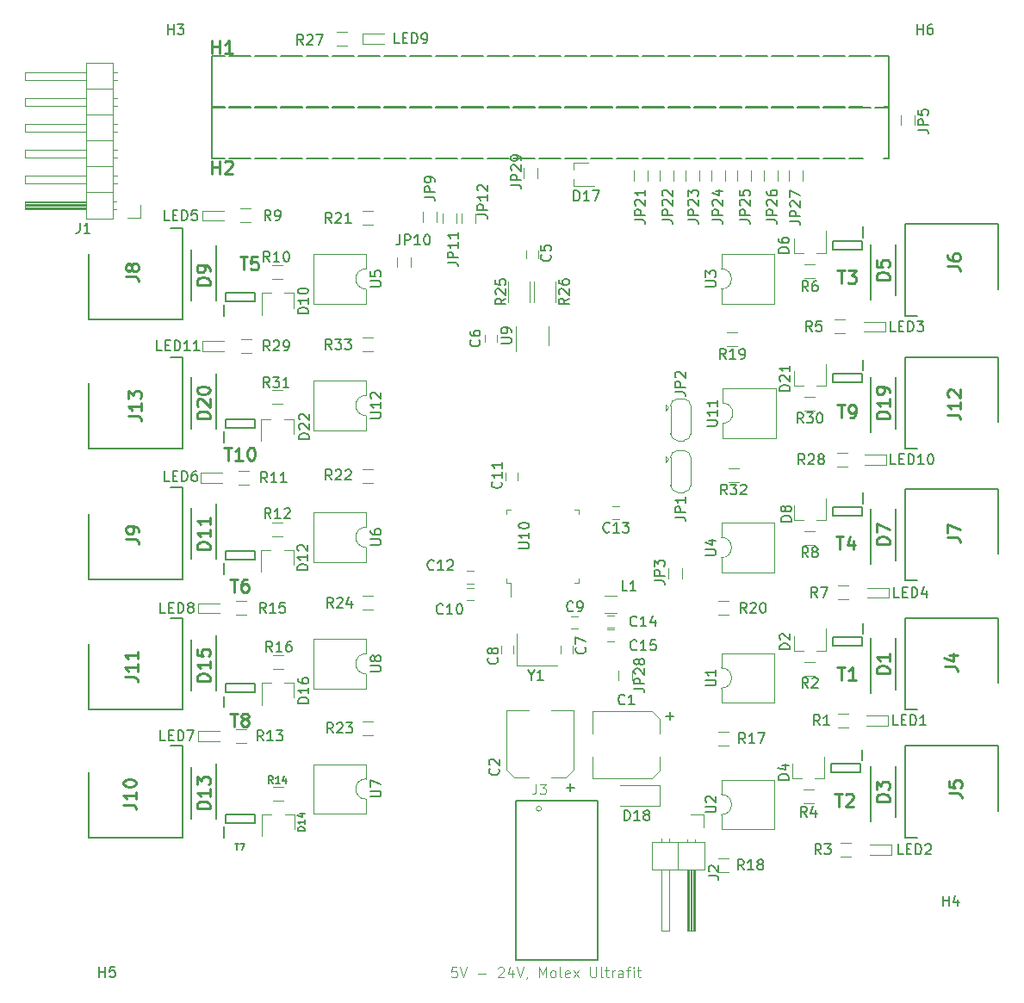
<source format=gbr>
G04 #@! TF.GenerationSoftware,KiCad,Pcbnew,5.0.1*
G04 #@! TF.CreationDate,2018-12-13T20:22:45+01:00*
G04 #@! TF.ProjectId,OIBUS_MOSFET_driver_module,4F494255535F4D4F534645545F647269,rev?*
G04 #@! TF.SameCoordinates,Original*
G04 #@! TF.FileFunction,Legend,Top*
G04 #@! TF.FilePolarity,Positive*
%FSLAX46Y46*%
G04 Gerber Fmt 4.6, Leading zero omitted, Abs format (unit mm)*
G04 Created by KiCad (PCBNEW 5.0.1) date Thu 13 Dec 2018 08:22:45 PM CET*
%MOMM*%
%LPD*%
G01*
G04 APERTURE LIST*
%ADD10C,0.120000*%
%ADD11C,0.200000*%
%ADD12C,0.152400*%
%ADD13C,0.127000*%
%ADD14C,0.100000*%
%ADD15C,0.150000*%
%ADD16C,0.254000*%
%ADD17C,0.050000*%
G04 APERTURE END LIST*
D10*
G04 #@! TO.C,C8*
X89316000Y-105633000D02*
X89316000Y-104933000D01*
X90516000Y-104933000D02*
X90516000Y-105633000D01*
G04 #@! TO.C,Y1*
X90837000Y-106883000D02*
X94837000Y-106883000D01*
X90837000Y-103683000D02*
X90837000Y-106883000D01*
D11*
G04 #@! TO.C,D9*
X58829000Y-65951000D02*
X58829000Y-70955000D01*
X61313000Y-70955000D02*
X61313000Y-65553000D01*
D10*
G04 #@! TO.C,C1*
X104140000Y-117981000D02*
X98300000Y-117981000D01*
X104900000Y-117221000D02*
X104140000Y-117981000D01*
X104140000Y-111381000D02*
X104900000Y-112141000D01*
X98300000Y-111381000D02*
X104140000Y-111381000D01*
X104900000Y-117221000D02*
X104900000Y-115801000D01*
X98300000Y-117981000D02*
X98300000Y-115801000D01*
X98300000Y-111381000D02*
X98300000Y-113561000D01*
X104900000Y-112141000D02*
X104900000Y-113561000D01*
G04 #@! TO.C,C2*
X95631000Y-117854000D02*
X94211000Y-117854000D01*
X96391000Y-111254000D02*
X94211000Y-111254000D01*
X89791000Y-111254000D02*
X91971000Y-111254000D01*
X90551000Y-117854000D02*
X91971000Y-117854000D01*
X96391000Y-111254000D02*
X96391000Y-117094000D01*
X96391000Y-117094000D02*
X95631000Y-117854000D01*
X90551000Y-117854000D02*
X89791000Y-117094000D01*
X89791000Y-117094000D02*
X89791000Y-111254000D01*
G04 #@! TO.C,C5*
X92929000Y-66071000D02*
X92929000Y-66771000D01*
X91729000Y-66771000D02*
X91729000Y-66071000D01*
G04 #@! TO.C,C6*
X88865000Y-74326000D02*
X88865000Y-75026000D01*
X87665000Y-75026000D02*
X87665000Y-74326000D01*
G04 #@! TO.C,C7*
X96358000Y-104933000D02*
X96358000Y-105633000D01*
X95158000Y-105633000D02*
X95158000Y-104933000D01*
G04 #@! TO.C,C9*
X96170000Y-102016000D02*
X96870000Y-102016000D01*
X96870000Y-103216000D02*
X96170000Y-103216000D01*
G04 #@! TO.C,C10*
X85883000Y-99222000D02*
X86583000Y-99222000D01*
X86583000Y-100422000D02*
X85883000Y-100422000D01*
G04 #@! TO.C,C11*
X90897000Y-87915000D02*
X90897000Y-88615000D01*
X89697000Y-88615000D02*
X89697000Y-87915000D01*
G04 #@! TO.C,C12*
X86583000Y-98771000D02*
X85883000Y-98771000D01*
X85883000Y-97571000D02*
X86583000Y-97571000D01*
G04 #@! TO.C,C13*
X100934000Y-92421000D02*
X100234000Y-92421000D01*
X100234000Y-91221000D02*
X100934000Y-91221000D01*
G04 #@! TO.C,C14*
X100426000Y-103139800D02*
X99726000Y-103139800D01*
X99726000Y-101939800D02*
X100426000Y-101939800D01*
G04 #@! TO.C,C15*
X99726000Y-103286000D02*
X100426000Y-103286000D01*
X100426000Y-104486000D02*
X99726000Y-104486000D01*
D11*
G04 #@! TO.C,D1*
X128115000Y-109182000D02*
X128115000Y-104178000D01*
X125631000Y-104178000D02*
X125631000Y-109580000D01*
D10*
G04 #@! TO.C,D2*
X118054000Y-105408000D02*
X118984000Y-105408000D01*
X121214000Y-105408000D02*
X120284000Y-105408000D01*
X121214000Y-105408000D02*
X121214000Y-103248000D01*
X118054000Y-105408000D02*
X118054000Y-103948000D01*
D11*
G04 #@! TO.C,D3*
X125631000Y-116751000D02*
X125631000Y-122153000D01*
X128115000Y-121755000D02*
X128115000Y-116751000D01*
D10*
G04 #@! TO.C,D4*
X117927000Y-117981000D02*
X117927000Y-116521000D01*
X121087000Y-117981000D02*
X121087000Y-115821000D01*
X121087000Y-117981000D02*
X120157000Y-117981000D01*
X117927000Y-117981000D02*
X118857000Y-117981000D01*
D11*
G04 #@! TO.C,D5*
X125631000Y-65443000D02*
X125631000Y-70845000D01*
X128115000Y-70447000D02*
X128115000Y-65443000D01*
D10*
G04 #@! TO.C,D6*
X118054000Y-66292000D02*
X118984000Y-66292000D01*
X121214000Y-66292000D02*
X120284000Y-66292000D01*
X121214000Y-66292000D02*
X121214000Y-64132000D01*
X118054000Y-66292000D02*
X118054000Y-64832000D01*
D11*
G04 #@! TO.C,D7*
X125631000Y-91478000D02*
X125631000Y-96880000D01*
X128115000Y-96482000D02*
X128115000Y-91478000D01*
D10*
G04 #@! TO.C,D8*
X118054000Y-92581000D02*
X118054000Y-91121000D01*
X121214000Y-92581000D02*
X121214000Y-90421000D01*
X121214000Y-92581000D02*
X120284000Y-92581000D01*
X118054000Y-92581000D02*
X118984000Y-92581000D01*
G04 #@! TO.C,D10*
X68890000Y-70233000D02*
X67960000Y-70233000D01*
X65730000Y-70233000D02*
X66660000Y-70233000D01*
X65730000Y-70233000D02*
X65730000Y-72393000D01*
X68890000Y-70233000D02*
X68890000Y-71693000D01*
D11*
G04 #@! TO.C,D11*
X61313000Y-96355000D02*
X61313000Y-90953000D01*
X58829000Y-91351000D02*
X58829000Y-96355000D01*
D10*
G04 #@! TO.C,D12*
X68858238Y-95486488D02*
X68858238Y-96946488D01*
X65698238Y-95486488D02*
X65698238Y-97646488D01*
X65698238Y-95486488D02*
X66628238Y-95486488D01*
X68858238Y-95486488D02*
X67928238Y-95486488D01*
D11*
G04 #@! TO.C,D13*
X58829000Y-116878000D02*
X58829000Y-121882000D01*
X61313000Y-121882000D02*
X61313000Y-116480000D01*
D10*
G04 #@! TO.C,D14*
X68952620Y-121490583D02*
X68022620Y-121490583D01*
X65792620Y-121490583D02*
X66722620Y-121490583D01*
X65792620Y-121490583D02*
X65792620Y-123650583D01*
X68952620Y-121490583D02*
X68952620Y-122950583D01*
D11*
G04 #@! TO.C,D15*
X58829000Y-104305000D02*
X58829000Y-109309000D01*
X61313000Y-109309000D02*
X61313000Y-103907000D01*
D10*
G04 #@! TO.C,D16*
X68928866Y-108564810D02*
X68928866Y-110024810D01*
X65768866Y-108564810D02*
X65768866Y-110724810D01*
X65768866Y-108564810D02*
X66698866Y-108564810D01*
X68928866Y-108564810D02*
X67998866Y-108564810D01*
G04 #@! TO.C,D17*
X97835000Y-57387000D02*
X96425000Y-57387000D01*
X96425000Y-59707000D02*
X98455000Y-59707000D01*
X96425000Y-59707000D02*
X96425000Y-59047000D01*
X96425000Y-58047000D02*
X96425000Y-57387000D01*
G04 #@! TO.C,D18*
X104866000Y-120634000D02*
X100966000Y-120634000D01*
X104866000Y-118634000D02*
X100966000Y-118634000D01*
X104866000Y-120634000D02*
X104866000Y-118634000D01*
D11*
G04 #@! TO.C,D19*
X128115000Y-83528000D02*
X128115000Y-78524000D01*
X125631000Y-78524000D02*
X125631000Y-83926000D01*
G04 #@! TO.C,D20*
X61313000Y-83528000D02*
X61313000Y-78126000D01*
X58829000Y-78524000D02*
X58829000Y-83528000D01*
D10*
G04 #@! TO.C,D21*
X118054000Y-79373000D02*
X118054000Y-77913000D01*
X121214000Y-79373000D02*
X121214000Y-77213000D01*
X121214000Y-79373000D02*
X120284000Y-79373000D01*
X118054000Y-79373000D02*
X118984000Y-79373000D01*
G04 #@! TO.C,D22*
X68867985Y-82600617D02*
X67937985Y-82600617D01*
X65707985Y-82600617D02*
X66637985Y-82600617D01*
X65707985Y-82600617D02*
X65707985Y-84760617D01*
X68867985Y-82600617D02*
X68867985Y-84060617D01*
D12*
G04 #@! TO.C,H1*
X70180200Y-51866801D02*
X72313800Y-51866801D01*
X72313800Y-46939201D02*
X70180200Y-46939201D01*
X72720200Y-51866801D02*
X74853800Y-51866801D01*
X74853800Y-46939201D02*
X72720200Y-46939201D01*
X75260200Y-51866801D02*
X77393800Y-51866801D01*
X77393800Y-46939201D02*
X75260200Y-46939201D01*
X77800200Y-51866801D02*
X79933800Y-51866801D01*
X79933800Y-46939201D02*
X77800200Y-46939201D01*
X80340200Y-51866801D02*
X82473800Y-51866801D01*
X82473800Y-46939201D02*
X80340200Y-46939201D01*
X82880200Y-51866801D02*
X85013800Y-51866801D01*
X85013800Y-46939201D02*
X82880200Y-46939201D01*
X85420200Y-51866801D02*
X87553800Y-51866801D01*
X87553800Y-46939201D02*
X85420200Y-46939201D01*
X87960200Y-51866801D02*
X90093800Y-51866801D01*
X90093800Y-46939201D02*
X87960200Y-46939201D01*
X90500200Y-51866801D02*
X92633800Y-51866801D01*
X92633800Y-46939201D02*
X90500200Y-46939201D01*
X93040200Y-51866801D02*
X95173800Y-51866801D01*
X95173800Y-46939201D02*
X93040200Y-46939201D01*
X95580200Y-51866801D02*
X97713800Y-51866801D01*
X97713800Y-46939201D02*
X95580200Y-46939201D01*
X98120200Y-51866801D02*
X100253800Y-51866801D01*
X100253800Y-46939201D02*
X98120200Y-46939201D01*
X100660200Y-51866801D02*
X102793800Y-51866801D01*
X102793800Y-46939201D02*
X100660200Y-46939201D01*
X103200200Y-51866801D02*
X105333800Y-51866801D01*
X105333800Y-46939201D02*
X103200200Y-46939201D01*
X105740200Y-51866801D02*
X107873800Y-51866801D01*
X107873800Y-46939201D02*
X105740200Y-46939201D01*
X108280200Y-51866801D02*
X110413800Y-51866801D01*
X110413800Y-46939201D02*
X108280200Y-46939201D01*
X110820200Y-51866801D02*
X112953800Y-51866801D01*
X112953800Y-46939201D02*
X110820200Y-46939201D01*
X113360200Y-51866801D02*
X115493800Y-51866801D01*
X115493800Y-46939201D02*
X113360200Y-46939201D01*
X115900200Y-51866801D02*
X118033800Y-51866801D01*
X118033800Y-46939201D02*
X115900200Y-46939201D01*
X118440200Y-51866801D02*
X120573800Y-51866801D01*
X120573800Y-46939201D02*
X118440200Y-46939201D01*
X120980200Y-51866801D02*
X123113800Y-51866801D01*
X123113800Y-46939201D02*
X120980200Y-46939201D01*
X123520200Y-51866801D02*
X124866400Y-51866801D01*
X125653800Y-46939201D02*
X123520200Y-46939201D01*
X126847600Y-51866801D02*
X127381000Y-51866801D01*
X60833000Y-46939201D02*
X60833000Y-51866801D01*
X127381000Y-46939201D02*
X126060200Y-46939201D01*
X127381000Y-51866801D02*
X127381000Y-46939201D01*
X60833000Y-51866801D02*
X62153800Y-51866801D01*
X69773800Y-46939201D02*
X67640200Y-46939201D01*
X67640200Y-51866801D02*
X69773800Y-51866801D01*
X67233800Y-46939201D02*
X65100200Y-46939201D01*
X65100200Y-51866801D02*
X67233800Y-51866801D01*
X64693800Y-46939201D02*
X62560200Y-46939201D01*
X62560200Y-51866801D02*
X64693800Y-51866801D01*
X62153800Y-46939201D02*
X60833000Y-46939201D01*
G04 #@! TO.C,H2*
X62153800Y-52019200D02*
X60833000Y-52019200D01*
X62560200Y-56946800D02*
X64693800Y-56946800D01*
X64693800Y-52019200D02*
X62560200Y-52019200D01*
X65100200Y-56946800D02*
X67233800Y-56946800D01*
X67233800Y-52019200D02*
X65100200Y-52019200D01*
X67640200Y-56946800D02*
X69773800Y-56946800D01*
X69773800Y-52019200D02*
X67640200Y-52019200D01*
X60833000Y-56946800D02*
X62153800Y-56946800D01*
X127381000Y-56946800D02*
X127381000Y-52019200D01*
X127381000Y-52019200D02*
X126060200Y-52019200D01*
X60833000Y-52019200D02*
X60833000Y-56946800D01*
X126847600Y-56946800D02*
X127381000Y-56946800D01*
X125653800Y-52019200D02*
X123520200Y-52019200D01*
X123520200Y-56946800D02*
X124866400Y-56946800D01*
X123113800Y-52019200D02*
X120980200Y-52019200D01*
X120980200Y-56946800D02*
X123113800Y-56946800D01*
X120573800Y-52019200D02*
X118440200Y-52019200D01*
X118440200Y-56946800D02*
X120573800Y-56946800D01*
X118033800Y-52019200D02*
X115900200Y-52019200D01*
X115900200Y-56946800D02*
X118033800Y-56946800D01*
X115493800Y-52019200D02*
X113360200Y-52019200D01*
X113360200Y-56946800D02*
X115493800Y-56946800D01*
X112953800Y-52019200D02*
X110820200Y-52019200D01*
X110820200Y-56946800D02*
X112953800Y-56946800D01*
X110413800Y-52019200D02*
X108280200Y-52019200D01*
X108280200Y-56946800D02*
X110413800Y-56946800D01*
X107873800Y-52019200D02*
X105740200Y-52019200D01*
X105740200Y-56946800D02*
X107873800Y-56946800D01*
X105333800Y-52019200D02*
X103200200Y-52019200D01*
X103200200Y-56946800D02*
X105333800Y-56946800D01*
X102793800Y-52019200D02*
X100660200Y-52019200D01*
X100660200Y-56946800D02*
X102793800Y-56946800D01*
X100253800Y-52019200D02*
X98120200Y-52019200D01*
X98120200Y-56946800D02*
X100253800Y-56946800D01*
X97713800Y-52019200D02*
X95580200Y-52019200D01*
X95580200Y-56946800D02*
X97713800Y-56946800D01*
X95173800Y-52019200D02*
X93040200Y-52019200D01*
X93040200Y-56946800D02*
X95173800Y-56946800D01*
X92633800Y-52019200D02*
X90500200Y-52019200D01*
X90500200Y-56946800D02*
X92633800Y-56946800D01*
X90093800Y-52019200D02*
X87960200Y-52019200D01*
X87960200Y-56946800D02*
X90093800Y-56946800D01*
X87553800Y-52019200D02*
X85420200Y-52019200D01*
X85420200Y-56946800D02*
X87553800Y-56946800D01*
X85013800Y-52019200D02*
X82880200Y-52019200D01*
X82880200Y-56946800D02*
X85013800Y-56946800D01*
X82473800Y-52019200D02*
X80340200Y-52019200D01*
X80340200Y-56946800D02*
X82473800Y-56946800D01*
X79933800Y-52019200D02*
X77800200Y-52019200D01*
X77800200Y-56946800D02*
X79933800Y-56946800D01*
X77393800Y-52019200D02*
X75260200Y-52019200D01*
X75260200Y-56946800D02*
X77393800Y-56946800D01*
X74853800Y-52019200D02*
X72720200Y-52019200D01*
X72720200Y-56946800D02*
X74853800Y-56946800D01*
X72313800Y-52019200D02*
X70180200Y-52019200D01*
X70180200Y-56946800D02*
X72313800Y-56946800D01*
D10*
G04 #@! TO.C,J1*
X53848000Y-62865000D02*
X52578000Y-62865000D01*
X53848000Y-61595000D02*
X53848000Y-62865000D01*
X51535071Y-48515000D02*
X51138000Y-48515000D01*
X51535071Y-49275000D02*
X51138000Y-49275000D01*
X42478000Y-48515000D02*
X48478000Y-48515000D01*
X42478000Y-49275000D02*
X42478000Y-48515000D01*
X48478000Y-49275000D02*
X42478000Y-49275000D01*
X51138000Y-50165000D02*
X48478000Y-50165000D01*
X51535071Y-51055000D02*
X51138000Y-51055000D01*
X51535071Y-51815000D02*
X51138000Y-51815000D01*
X42478000Y-51055000D02*
X48478000Y-51055000D01*
X42478000Y-51815000D02*
X42478000Y-51055000D01*
X48478000Y-51815000D02*
X42478000Y-51815000D01*
X51138000Y-52705000D02*
X48478000Y-52705000D01*
X51535071Y-53595000D02*
X51138000Y-53595000D01*
X51535071Y-54355000D02*
X51138000Y-54355000D01*
X42478000Y-53595000D02*
X48478000Y-53595000D01*
X42478000Y-54355000D02*
X42478000Y-53595000D01*
X48478000Y-54355000D02*
X42478000Y-54355000D01*
X51138000Y-55245000D02*
X48478000Y-55245000D01*
X51535071Y-56135000D02*
X51138000Y-56135000D01*
X51535071Y-56895000D02*
X51138000Y-56895000D01*
X42478000Y-56135000D02*
X48478000Y-56135000D01*
X42478000Y-56895000D02*
X42478000Y-56135000D01*
X48478000Y-56895000D02*
X42478000Y-56895000D01*
X51138000Y-57785000D02*
X48478000Y-57785000D01*
X51535071Y-58675000D02*
X51138000Y-58675000D01*
X51535071Y-59435000D02*
X51138000Y-59435000D01*
X42478000Y-58675000D02*
X48478000Y-58675000D01*
X42478000Y-59435000D02*
X42478000Y-58675000D01*
X48478000Y-59435000D02*
X42478000Y-59435000D01*
X51138000Y-60325000D02*
X48478000Y-60325000D01*
X51468000Y-61215000D02*
X51138000Y-61215000D01*
X51468000Y-61975000D02*
X51138000Y-61975000D01*
X48478000Y-61315000D02*
X42478000Y-61315000D01*
X48478000Y-61435000D02*
X42478000Y-61435000D01*
X48478000Y-61555000D02*
X42478000Y-61555000D01*
X48478000Y-61675000D02*
X42478000Y-61675000D01*
X48478000Y-61795000D02*
X42478000Y-61795000D01*
X48478000Y-61915000D02*
X42478000Y-61915000D01*
X42478000Y-61215000D02*
X48478000Y-61215000D01*
X42478000Y-61975000D02*
X42478000Y-61215000D01*
X48478000Y-61975000D02*
X42478000Y-61975000D01*
X48478000Y-62925000D02*
X51138000Y-62925000D01*
X48478000Y-47565000D02*
X48478000Y-62925000D01*
X51138000Y-47565000D02*
X48478000Y-47565000D01*
X51138000Y-62925000D02*
X51138000Y-47565000D01*
G04 #@! TO.C,J2*
X109220000Y-121539000D02*
X109220000Y-122809000D01*
X107950000Y-121539000D02*
X109220000Y-121539000D01*
X105030000Y-123851929D02*
X105030000Y-124249000D01*
X105790000Y-123851929D02*
X105790000Y-124249000D01*
X105030000Y-132909000D02*
X105030000Y-126909000D01*
X105790000Y-132909000D02*
X105030000Y-132909000D01*
X105790000Y-126909000D02*
X105790000Y-132909000D01*
X106680000Y-124249000D02*
X106680000Y-126909000D01*
X107570000Y-123919000D02*
X107570000Y-124249000D01*
X108330000Y-123919000D02*
X108330000Y-124249000D01*
X107670000Y-126909000D02*
X107670000Y-132909000D01*
X107790000Y-126909000D02*
X107790000Y-132909000D01*
X107910000Y-126909000D02*
X107910000Y-132909000D01*
X108030000Y-126909000D02*
X108030000Y-132909000D01*
X108150000Y-126909000D02*
X108150000Y-132909000D01*
X108270000Y-126909000D02*
X108270000Y-132909000D01*
X107570000Y-132909000D02*
X107570000Y-126909000D01*
X108330000Y-132909000D02*
X107570000Y-132909000D01*
X108330000Y-126909000D02*
X108330000Y-132909000D01*
X109280000Y-126909000D02*
X109280000Y-124249000D01*
X104080000Y-126909000D02*
X109280000Y-126909000D01*
X104080000Y-124249000D02*
X104080000Y-126909000D01*
X109280000Y-124249000D02*
X104080000Y-124249000D01*
D11*
G04 #@! TO.C,J4*
X138175000Y-108585000D02*
X138175000Y-102185000D01*
X138175000Y-102185000D02*
X128975000Y-102185000D01*
X128975000Y-102185000D02*
X128975000Y-111185000D01*
X128975000Y-111185000D02*
X130175000Y-111185000D01*
G04 #@! TO.C,J5*
X128975000Y-123758000D02*
X130175000Y-123758000D01*
X128975000Y-114758000D02*
X128975000Y-123758000D01*
X138175000Y-114758000D02*
X128975000Y-114758000D01*
X138175000Y-121158000D02*
X138175000Y-114758000D01*
G04 #@! TO.C,J6*
X138175000Y-69850000D02*
X138175000Y-63450000D01*
X138175000Y-63450000D02*
X128975000Y-63450000D01*
X128975000Y-63450000D02*
X128975000Y-72450000D01*
X128975000Y-72450000D02*
X130175000Y-72450000D01*
G04 #@! TO.C,J7*
X128975000Y-98485000D02*
X130175000Y-98485000D01*
X128975000Y-89485000D02*
X128975000Y-98485000D01*
X138175000Y-89485000D02*
X128975000Y-89485000D01*
X138175000Y-95885000D02*
X138175000Y-89485000D01*
G04 #@! TO.C,J8*
X48769000Y-66421000D02*
X48769000Y-72821000D01*
X48769000Y-72821000D02*
X57969000Y-72821000D01*
X57969000Y-72821000D02*
X57969000Y-63821000D01*
X57969000Y-63821000D02*
X56769000Y-63821000D01*
G04 #@! TO.C,J9*
X57969000Y-89348000D02*
X56769000Y-89348000D01*
X57969000Y-98348000D02*
X57969000Y-89348000D01*
X48769000Y-98348000D02*
X57969000Y-98348000D01*
X48769000Y-91948000D02*
X48769000Y-98348000D01*
G04 #@! TO.C,J10*
X48769000Y-117348000D02*
X48769000Y-123748000D01*
X48769000Y-123748000D02*
X57969000Y-123748000D01*
X57969000Y-123748000D02*
X57969000Y-114748000D01*
X57969000Y-114748000D02*
X56769000Y-114748000D01*
G04 #@! TO.C,J11*
X57969000Y-102175000D02*
X56769000Y-102175000D01*
X57969000Y-111175000D02*
X57969000Y-102175000D01*
X48769000Y-111175000D02*
X57969000Y-111175000D01*
X48769000Y-104775000D02*
X48769000Y-111175000D01*
G04 #@! TO.C,J12*
X128975000Y-85531000D02*
X130175000Y-85531000D01*
X128975000Y-76531000D02*
X128975000Y-85531000D01*
X138175000Y-76531000D02*
X128975000Y-76531000D01*
X138175000Y-82931000D02*
X138175000Y-76531000D01*
G04 #@! TO.C,J13*
X48769000Y-79121000D02*
X48769000Y-85521000D01*
X48769000Y-85521000D02*
X57969000Y-85521000D01*
X57969000Y-85521000D02*
X57969000Y-76521000D01*
X57969000Y-76521000D02*
X56769000Y-76521000D01*
D10*
G04 #@! TO.C,JP1*
X107234000Y-85707000D02*
G75*
G02X107934000Y-86407000I0J-700000D01*
G01*
X105934000Y-86407000D02*
G75*
G02X106634000Y-85707000I700000J0D01*
G01*
X106634000Y-89807000D02*
G75*
G02X105934000Y-89107000I0J700000D01*
G01*
X107934000Y-89107000D02*
G75*
G02X107234000Y-89807000I-700000J0D01*
G01*
X107934000Y-86357000D02*
X107934000Y-89157000D01*
X107234000Y-89807000D02*
X106634000Y-89807000D01*
X105934000Y-89157000D02*
X105934000Y-86357000D01*
X106634000Y-85707000D02*
X107234000Y-85707000D01*
X105734000Y-86557000D02*
X105434000Y-86257000D01*
X105434000Y-86257000D02*
X105434000Y-86857000D01*
X105734000Y-86557000D02*
X105434000Y-86857000D01*
G04 #@! TO.C,JP2*
X105734000Y-81477000D02*
X105434000Y-81777000D01*
X105434000Y-81177000D02*
X105434000Y-81777000D01*
X105734000Y-81477000D02*
X105434000Y-81177000D01*
X106634000Y-80627000D02*
X107234000Y-80627000D01*
X105934000Y-84077000D02*
X105934000Y-81277000D01*
X107234000Y-84727000D02*
X106634000Y-84727000D01*
X107934000Y-81277000D02*
X107934000Y-84077000D01*
X107934000Y-84027000D02*
G75*
G02X107234000Y-84727000I-700000J0D01*
G01*
X106634000Y-84727000D02*
G75*
G02X105934000Y-84027000I0J700000D01*
G01*
X105934000Y-81327000D02*
G75*
G02X106634000Y-80627000I700000J0D01*
G01*
X107234000Y-80627000D02*
G75*
G02X107934000Y-81327000I0J-700000D01*
G01*
G04 #@! TO.C,JP3*
X105746000Y-98290000D02*
X105746000Y-97290000D01*
X107106000Y-97290000D02*
X107106000Y-98290000D01*
G04 #@! TO.C,JP5*
X129966000Y-52713000D02*
X129966000Y-53713000D01*
X128606000Y-53713000D02*
X128606000Y-52713000D01*
G04 #@! TO.C,JP9*
X82976000Y-62238000D02*
X82976000Y-63238000D01*
X81616000Y-63238000D02*
X81616000Y-62238000D01*
G04 #@! TO.C,JP10*
X80436000Y-66683000D02*
X80436000Y-67683000D01*
X79076000Y-67683000D02*
X79076000Y-66683000D01*
G04 #@! TO.C,JP11*
X84881000Y-62365000D02*
X84881000Y-63365000D01*
X83521000Y-63365000D02*
X83521000Y-62365000D01*
G04 #@! TO.C,JP12*
X85426000Y-63365000D02*
X85426000Y-62365000D01*
X86786000Y-62365000D02*
X86786000Y-63365000D01*
G04 #@! TO.C,JP21*
X102317000Y-59174000D02*
X102317000Y-58174000D01*
X103677000Y-58174000D02*
X103677000Y-59174000D01*
G04 #@! TO.C,JP22*
X106217000Y-58174000D02*
X106217000Y-59174000D01*
X104857000Y-59174000D02*
X104857000Y-58174000D01*
G04 #@! TO.C,JP23*
X107397000Y-59174000D02*
X107397000Y-58174000D01*
X108757000Y-58174000D02*
X108757000Y-59174000D01*
G04 #@! TO.C,JP24*
X111297000Y-58174000D02*
X111297000Y-59174000D01*
X109937000Y-59174000D02*
X109937000Y-58174000D01*
G04 #@! TO.C,JP25*
X113837000Y-58174000D02*
X113837000Y-59174000D01*
X112477000Y-59174000D02*
X112477000Y-58174000D01*
G04 #@! TO.C,JP26*
X116504000Y-58174000D02*
X116504000Y-59174000D01*
X115144000Y-59174000D02*
X115144000Y-58174000D01*
G04 #@! TO.C,JP27*
X118917000Y-58174000D02*
X118917000Y-59174000D01*
X117557000Y-59174000D02*
X117557000Y-58174000D01*
G04 #@! TO.C,JP28*
X100793000Y-108323000D02*
X100793000Y-107323000D01*
X102153000Y-107323000D02*
X102153000Y-108323000D01*
G04 #@! TO.C,JP29*
X91522000Y-58920000D02*
X91522000Y-57920000D01*
X92882000Y-57920000D02*
X92882000Y-58920000D01*
G04 #@! TO.C,L1*
X100676000Y-101718000D02*
X99476000Y-101718000D01*
X99476000Y-99958000D02*
X100676000Y-99958000D01*
G04 #@! TO.C,LED1*
X127284000Y-112768000D02*
X125184000Y-112768000D01*
X127284000Y-111768000D02*
X125184000Y-111768000D01*
X127284000Y-112768000D02*
X127284000Y-111768000D01*
G04 #@! TO.C,LED2*
X127665000Y-125468000D02*
X127665000Y-124468000D01*
X127665000Y-124468000D02*
X125565000Y-124468000D01*
X127665000Y-125468000D02*
X125565000Y-125468000D01*
G04 #@! TO.C,LED3*
X127030000Y-74033000D02*
X127030000Y-73033000D01*
X127030000Y-73033000D02*
X124930000Y-73033000D01*
X127030000Y-74033000D02*
X124930000Y-74033000D01*
G04 #@! TO.C,LED4*
X127411000Y-100195000D02*
X127411000Y-99195000D01*
X127411000Y-99195000D02*
X125311000Y-99195000D01*
X127411000Y-100195000D02*
X125311000Y-100195000D01*
G04 #@! TO.C,LED5*
X59914000Y-62111000D02*
X59914000Y-63111000D01*
X59914000Y-63111000D02*
X62014000Y-63111000D01*
X59914000Y-62111000D02*
X62014000Y-62111000D01*
G04 #@! TO.C,LED6*
X59787000Y-87892000D02*
X59787000Y-88892000D01*
X59787000Y-88892000D02*
X61887000Y-88892000D01*
X59787000Y-87892000D02*
X61887000Y-87892000D01*
G04 #@! TO.C,LED7*
X59533000Y-113292000D02*
X61633000Y-113292000D01*
X59533000Y-114292000D02*
X61633000Y-114292000D01*
X59533000Y-113292000D02*
X59533000Y-114292000D01*
G04 #@! TO.C,LED8*
X59533000Y-100719000D02*
X61633000Y-100719000D01*
X59533000Y-101719000D02*
X61633000Y-101719000D01*
X59533000Y-100719000D02*
X59533000Y-101719000D01*
G04 #@! TO.C,LED9*
X75662000Y-44712000D02*
X77762000Y-44712000D01*
X75662000Y-45712000D02*
X77762000Y-45712000D01*
X75662000Y-44712000D02*
X75662000Y-45712000D01*
G04 #@! TO.C,LED10*
X127157000Y-87114000D02*
X125057000Y-87114000D01*
X127157000Y-86114000D02*
X125057000Y-86114000D01*
X127157000Y-87114000D02*
X127157000Y-86114000D01*
G04 #@! TO.C,LED11*
X59914000Y-74938000D02*
X62014000Y-74938000D01*
X59914000Y-75938000D02*
X62014000Y-75938000D01*
X59914000Y-74938000D02*
X59914000Y-75938000D01*
G04 #@! TO.C,R1*
X123436000Y-112948000D02*
X122436000Y-112948000D01*
X122436000Y-111588000D02*
X123436000Y-111588000D01*
G04 #@! TO.C,R2*
X120134000Y-107868000D02*
X119134000Y-107868000D01*
X119134000Y-106508000D02*
X120134000Y-106508000D01*
G04 #@! TO.C,R3*
X122690000Y-124288000D02*
X123690000Y-124288000D01*
X123690000Y-125648000D02*
X122690000Y-125648000D01*
G04 #@! TO.C,R4*
X119007000Y-119081000D02*
X120007000Y-119081000D01*
X120007000Y-120441000D02*
X119007000Y-120441000D01*
G04 #@! TO.C,R5*
X123055000Y-74213000D02*
X122055000Y-74213000D01*
X122055000Y-72853000D02*
X123055000Y-72853000D01*
G04 #@! TO.C,R6*
X120134000Y-68752000D02*
X119134000Y-68752000D01*
X119134000Y-67392000D02*
X120134000Y-67392000D01*
G04 #@! TO.C,R7*
X122436000Y-99015000D02*
X123436000Y-99015000D01*
X123436000Y-100375000D02*
X122436000Y-100375000D01*
G04 #@! TO.C,R8*
X119134000Y-93681000D02*
X120134000Y-93681000D01*
X120134000Y-95041000D02*
X119134000Y-95041000D01*
G04 #@! TO.C,R9*
X63635000Y-61931000D02*
X64635000Y-61931000D01*
X64635000Y-63291000D02*
X63635000Y-63291000D01*
G04 #@! TO.C,R10*
X66810000Y-67519000D02*
X67810000Y-67519000D01*
X67810000Y-68879000D02*
X66810000Y-68879000D01*
G04 #@! TO.C,R11*
X64508000Y-89072000D02*
X63508000Y-89072000D01*
X63508000Y-87712000D02*
X64508000Y-87712000D01*
G04 #@! TO.C,R12*
X67790238Y-94132488D02*
X66790238Y-94132488D01*
X66790238Y-92772488D02*
X67790238Y-92772488D01*
G04 #@! TO.C,R13*
X63254000Y-113112000D02*
X64254000Y-113112000D01*
X64254000Y-114472000D02*
X63254000Y-114472000D01*
G04 #@! TO.C,R14*
X66872620Y-118776583D02*
X67872620Y-118776583D01*
X67872620Y-120136583D02*
X66872620Y-120136583D01*
G04 #@! TO.C,R15*
X64254000Y-101899000D02*
X63254000Y-101899000D01*
X63254000Y-100539000D02*
X64254000Y-100539000D01*
G04 #@! TO.C,R16*
X67848866Y-107210810D02*
X66848866Y-107210810D01*
X66848866Y-105850810D02*
X67848866Y-105850810D01*
G04 #@! TO.C,R17*
X110625000Y-113366000D02*
X111625000Y-113366000D01*
X111625000Y-114726000D02*
X110625000Y-114726000D01*
G04 #@! TO.C,R18*
X110625000Y-125812000D02*
X111625000Y-125812000D01*
X111625000Y-127172000D02*
X110625000Y-127172000D01*
G04 #@! TO.C,R19*
X111514000Y-74123000D02*
X112514000Y-74123000D01*
X112514000Y-75483000D02*
X111514000Y-75483000D01*
G04 #@! TO.C,R20*
X111625000Y-101899000D02*
X110625000Y-101899000D01*
X110625000Y-100539000D02*
X111625000Y-100539000D01*
G04 #@! TO.C,R21*
X76700000Y-63545000D02*
X75700000Y-63545000D01*
X75700000Y-62185000D02*
X76700000Y-62185000D01*
G04 #@! TO.C,R22*
X75700000Y-87585000D02*
X76700000Y-87585000D01*
X76700000Y-88945000D02*
X75700000Y-88945000D01*
G04 #@! TO.C,R23*
X75700000Y-112350000D02*
X76700000Y-112350000D01*
X76700000Y-113710000D02*
X75700000Y-113710000D01*
G04 #@! TO.C,R24*
X76700000Y-101391000D02*
X75700000Y-101391000D01*
X75700000Y-100031000D02*
X76700000Y-100031000D01*
G04 #@! TO.C,R25*
X89989000Y-71104000D02*
X89989000Y-69104000D01*
X92129000Y-69104000D02*
X92129000Y-71104000D01*
G04 #@! TO.C,R26*
X92529000Y-71104000D02*
X92529000Y-69104000D01*
X94669000Y-69104000D02*
X94669000Y-71104000D01*
G04 #@! TO.C,R27*
X74160000Y-45892000D02*
X73160000Y-45892000D01*
X73160000Y-44532000D02*
X74160000Y-44532000D01*
G04 #@! TO.C,R28*
X123309000Y-87294000D02*
X122309000Y-87294000D01*
X122309000Y-85934000D02*
X123309000Y-85934000D01*
G04 #@! TO.C,R29*
X63762000Y-74758000D02*
X64762000Y-74758000D01*
X64762000Y-76118000D02*
X63762000Y-76118000D01*
G04 #@! TO.C,R30*
X120122000Y-81833000D02*
X119122000Y-81833000D01*
X119122000Y-80473000D02*
X120122000Y-80473000D01*
G04 #@! TO.C,R31*
X66787985Y-79759617D02*
X67787985Y-79759617D01*
X67787985Y-81119617D02*
X66787985Y-81119617D01*
G04 #@! TO.C,R32*
X112641000Y-88818000D02*
X111641000Y-88818000D01*
X111641000Y-87458000D02*
X112641000Y-87458000D01*
G04 #@! TO.C,R33*
X76700000Y-75991000D02*
X75700000Y-75991000D01*
X75700000Y-74631000D02*
X76700000Y-74631000D01*
D11*
G04 #@! TO.C,T1*
X124892000Y-102696000D02*
X124892000Y-103746000D01*
X121867000Y-104096000D02*
X124767000Y-104096000D01*
X121867000Y-104946000D02*
X121867000Y-104096000D01*
X124767000Y-104946000D02*
X121867000Y-104946000D01*
X124767000Y-104096000D02*
X124767000Y-104946000D01*
G04 #@! TO.C,T2*
X124640000Y-116512000D02*
X124640000Y-117362000D01*
X124640000Y-117362000D02*
X121740000Y-117362000D01*
X121740000Y-117362000D02*
X121740000Y-116512000D01*
X121740000Y-116512000D02*
X124640000Y-116512000D01*
X124765000Y-115112000D02*
X124765000Y-116162000D01*
G04 #@! TO.C,T3*
X124767000Y-65107000D02*
X124767000Y-65957000D01*
X124767000Y-65957000D02*
X121867000Y-65957000D01*
X121867000Y-65957000D02*
X121867000Y-65107000D01*
X121867000Y-65107000D02*
X124767000Y-65107000D01*
X124892000Y-63707000D02*
X124892000Y-64757000D01*
G04 #@! TO.C,T4*
X124892000Y-89869000D02*
X124892000Y-90919000D01*
X121867000Y-91269000D02*
X124767000Y-91269000D01*
X121867000Y-92119000D02*
X121867000Y-91269000D01*
X124767000Y-92119000D02*
X121867000Y-92119000D01*
X124767000Y-91269000D02*
X124767000Y-92119000D01*
G04 #@! TO.C,T5*
X62052000Y-72437000D02*
X62052000Y-71387000D01*
X65077000Y-71037000D02*
X62177000Y-71037000D01*
X65077000Y-70187000D02*
X65077000Y-71037000D01*
X62177000Y-70187000D02*
X65077000Y-70187000D01*
X62177000Y-71037000D02*
X62177000Y-70187000D01*
G04 #@! TO.C,T6*
X62177000Y-96437000D02*
X62177000Y-95587000D01*
X62177000Y-95587000D02*
X65077000Y-95587000D01*
X65077000Y-95587000D02*
X65077000Y-96437000D01*
X65077000Y-96437000D02*
X62177000Y-96437000D01*
X62052000Y-97837000D02*
X62052000Y-96787000D01*
G04 #@! TO.C,T7*
X62177000Y-122345000D02*
X62177000Y-121495000D01*
X62177000Y-121495000D02*
X65077000Y-121495000D01*
X65077000Y-121495000D02*
X65077000Y-122345000D01*
X65077000Y-122345000D02*
X62177000Y-122345000D01*
X62052000Y-123745000D02*
X62052000Y-122695000D01*
G04 #@! TO.C,T8*
X62052000Y-110918000D02*
X62052000Y-109868000D01*
X65077000Y-109518000D02*
X62177000Y-109518000D01*
X65077000Y-108668000D02*
X65077000Y-109518000D01*
X62177000Y-108668000D02*
X65077000Y-108668000D01*
X62177000Y-109518000D02*
X62177000Y-108668000D01*
G04 #@! TO.C,T9*
X124767000Y-78188000D02*
X124767000Y-79038000D01*
X124767000Y-79038000D02*
X121867000Y-79038000D01*
X121867000Y-79038000D02*
X121867000Y-78188000D01*
X121867000Y-78188000D02*
X124767000Y-78188000D01*
X124892000Y-76788000D02*
X124892000Y-77838000D01*
G04 #@! TO.C,T10*
X62052000Y-84883000D02*
X62052000Y-83833000D01*
X65077000Y-83483000D02*
X62177000Y-83483000D01*
X65077000Y-82633000D02*
X65077000Y-83483000D01*
X62177000Y-82633000D02*
X65077000Y-82633000D01*
X62177000Y-83483000D02*
X62177000Y-82633000D01*
D10*
G04 #@! TO.C,U1*
X110938000Y-107077000D02*
G75*
G02X110938000Y-109077000I0J-1000000D01*
G01*
X110938000Y-109077000D02*
X110938000Y-110527000D01*
X110938000Y-110527000D02*
X116138000Y-110527000D01*
X116138000Y-110527000D02*
X116138000Y-105627000D01*
X116138000Y-105627000D02*
X110938000Y-105627000D01*
X110938000Y-105627000D02*
X110938000Y-107077000D01*
G04 #@! TO.C,U2*
X110938000Y-118073000D02*
X110938000Y-119523000D01*
X116138000Y-118073000D02*
X110938000Y-118073000D01*
X116138000Y-122973000D02*
X116138000Y-118073000D01*
X110938000Y-122973000D02*
X116138000Y-122973000D01*
X110938000Y-121523000D02*
X110938000Y-122973000D01*
X110938000Y-119523000D02*
G75*
G02X110938000Y-121523000I0J-1000000D01*
G01*
G04 #@! TO.C,U3*
X110938000Y-67834000D02*
G75*
G02X110938000Y-69834000I0J-1000000D01*
G01*
X110938000Y-69834000D02*
X110938000Y-71284000D01*
X110938000Y-71284000D02*
X116138000Y-71284000D01*
X116138000Y-71284000D02*
X116138000Y-66384000D01*
X116138000Y-66384000D02*
X110938000Y-66384000D01*
X110938000Y-66384000D02*
X110938000Y-67834000D01*
G04 #@! TO.C,U4*
X110938000Y-92800000D02*
X110938000Y-94250000D01*
X116138000Y-92800000D02*
X110938000Y-92800000D01*
X116138000Y-97700000D02*
X116138000Y-92800000D01*
X110938000Y-97700000D02*
X116138000Y-97700000D01*
X110938000Y-96250000D02*
X110938000Y-97700000D01*
X110938000Y-94250000D02*
G75*
G02X110938000Y-96250000I0J-1000000D01*
G01*
G04 #@! TO.C,U5*
X76006000Y-71284000D02*
X76006000Y-69834000D01*
X70806000Y-71284000D02*
X76006000Y-71284000D01*
X70806000Y-66384000D02*
X70806000Y-71284000D01*
X76006000Y-66384000D02*
X70806000Y-66384000D01*
X76006000Y-67834000D02*
X76006000Y-66384000D01*
X76006000Y-69834000D02*
G75*
G02X76006000Y-67834000I0J1000000D01*
G01*
G04 #@! TO.C,U6*
X76006000Y-95234000D02*
G75*
G02X76006000Y-93234000I0J1000000D01*
G01*
X76006000Y-93234000D02*
X76006000Y-91784000D01*
X76006000Y-91784000D02*
X70806000Y-91784000D01*
X70806000Y-91784000D02*
X70806000Y-96684000D01*
X70806000Y-96684000D02*
X76006000Y-96684000D01*
X76006000Y-96684000D02*
X76006000Y-95234000D01*
G04 #@! TO.C,U7*
X76006000Y-121449000D02*
X76006000Y-119999000D01*
X70806000Y-121449000D02*
X76006000Y-121449000D01*
X70806000Y-116549000D02*
X70806000Y-121449000D01*
X76006000Y-116549000D02*
X70806000Y-116549000D01*
X76006000Y-117999000D02*
X76006000Y-116549000D01*
X76006000Y-119999000D02*
G75*
G02X76006000Y-117999000I0J1000000D01*
G01*
G04 #@! TO.C,U8*
X76006000Y-107680000D02*
G75*
G02X76006000Y-105680000I0J1000000D01*
G01*
X76006000Y-105680000D02*
X76006000Y-104230000D01*
X76006000Y-104230000D02*
X70806000Y-104230000D01*
X70806000Y-104230000D02*
X70806000Y-109130000D01*
X70806000Y-109130000D02*
X76006000Y-109130000D01*
X76006000Y-109130000D02*
X76006000Y-107680000D01*
G04 #@! TO.C,U9*
X90719000Y-73522000D02*
X90719000Y-75972000D01*
X93939000Y-75322000D02*
X93939000Y-73522000D01*
G04 #@! TO.C,U10*
X89785000Y-91563000D02*
X90205000Y-91563000D01*
X96905000Y-91563000D02*
X96485000Y-91563000D01*
X96905000Y-98683000D02*
X96485000Y-98683000D01*
X89785000Y-98683000D02*
X89785000Y-98263000D01*
X96905000Y-91563000D02*
X96905000Y-91983000D01*
X89785000Y-91563000D02*
X89785000Y-91983000D01*
X90205000Y-98683000D02*
X90205000Y-100063000D01*
X89785000Y-98683000D02*
X90205000Y-98683000D01*
X96905000Y-98683000D02*
X96905000Y-98263000D01*
G04 #@! TO.C,U11*
X111065000Y-81042000D02*
G75*
G02X111065000Y-83042000I0J-1000000D01*
G01*
X111065000Y-83042000D02*
X111065000Y-84492000D01*
X111065000Y-84492000D02*
X116265000Y-84492000D01*
X116265000Y-84492000D02*
X116265000Y-79592000D01*
X116265000Y-79592000D02*
X111065000Y-79592000D01*
X111065000Y-79592000D02*
X111065000Y-81042000D01*
G04 #@! TO.C,U12*
X76006000Y-83730000D02*
X76006000Y-82280000D01*
X70806000Y-83730000D02*
X76006000Y-83730000D01*
X70806000Y-78830000D02*
X70806000Y-83730000D01*
X76006000Y-78830000D02*
X70806000Y-78830000D01*
X76006000Y-80280000D02*
X76006000Y-78830000D01*
X76006000Y-82280000D02*
G75*
G02X76006000Y-80280000I0J1000000D01*
G01*
D13*
G04 #@! TO.C,J3*
X90742000Y-135842000D02*
X98742000Y-135842000D01*
X98742000Y-135842000D02*
X98742000Y-120182000D01*
X98742000Y-120182000D02*
X90742000Y-120182000D01*
X90742000Y-120182000D02*
X90742000Y-135842000D01*
D14*
X93242000Y-120932000D02*
G75*
G03X93242000Y-120932000I-250000J0D01*
G01*
G04 #@! TO.C,C8*
D15*
X88876142Y-106084666D02*
X88923761Y-106132285D01*
X88971380Y-106275142D01*
X88971380Y-106370380D01*
X88923761Y-106513238D01*
X88828523Y-106608476D01*
X88733285Y-106656095D01*
X88542809Y-106703714D01*
X88399952Y-106703714D01*
X88209476Y-106656095D01*
X88114238Y-106608476D01*
X88019000Y-106513238D01*
X87971380Y-106370380D01*
X87971380Y-106275142D01*
X88019000Y-106132285D01*
X88066619Y-106084666D01*
X88399952Y-105513238D02*
X88352333Y-105608476D01*
X88304714Y-105656095D01*
X88209476Y-105703714D01*
X88161857Y-105703714D01*
X88066619Y-105656095D01*
X88019000Y-105608476D01*
X87971380Y-105513238D01*
X87971380Y-105322761D01*
X88019000Y-105227523D01*
X88066619Y-105179904D01*
X88161857Y-105132285D01*
X88209476Y-105132285D01*
X88304714Y-105179904D01*
X88352333Y-105227523D01*
X88399952Y-105322761D01*
X88399952Y-105513238D01*
X88447571Y-105608476D01*
X88495190Y-105656095D01*
X88590428Y-105703714D01*
X88780904Y-105703714D01*
X88876142Y-105656095D01*
X88923761Y-105608476D01*
X88971380Y-105513238D01*
X88971380Y-105322761D01*
X88923761Y-105227523D01*
X88876142Y-105179904D01*
X88780904Y-105132285D01*
X88590428Y-105132285D01*
X88495190Y-105179904D01*
X88447571Y-105227523D01*
X88399952Y-105322761D01*
G04 #@! TO.C,Y1*
X92233809Y-107799190D02*
X92233809Y-108275380D01*
X91900476Y-107275380D02*
X92233809Y-107799190D01*
X92567142Y-107275380D01*
X93424285Y-108275380D02*
X92852857Y-108275380D01*
X93138571Y-108275380D02*
X93138571Y-107275380D01*
X93043333Y-107418238D01*
X92948095Y-107513476D01*
X92852857Y-107561095D01*
G04 #@! TO.C,D9*
D16*
X60645523Y-69390380D02*
X59375523Y-69390380D01*
X59375523Y-69088000D01*
X59436000Y-68906571D01*
X59556952Y-68785619D01*
X59677904Y-68725142D01*
X59919809Y-68664666D01*
X60101238Y-68664666D01*
X60343142Y-68725142D01*
X60464095Y-68785619D01*
X60585047Y-68906571D01*
X60645523Y-69088000D01*
X60645523Y-69390380D01*
X60645523Y-68059904D02*
X60645523Y-67818000D01*
X60585047Y-67697047D01*
X60524571Y-67636571D01*
X60343142Y-67515619D01*
X60101238Y-67455142D01*
X59617428Y-67455142D01*
X59496476Y-67515619D01*
X59436000Y-67576095D01*
X59375523Y-67697047D01*
X59375523Y-67938952D01*
X59436000Y-68059904D01*
X59496476Y-68120380D01*
X59617428Y-68180857D01*
X59919809Y-68180857D01*
X60040761Y-68120380D01*
X60101238Y-68059904D01*
X60161714Y-67938952D01*
X60161714Y-67697047D01*
X60101238Y-67576095D01*
X60040761Y-67515619D01*
X59919809Y-67455142D01*
G04 #@! TO.C,C1*
D15*
X101433333Y-110608142D02*
X101385714Y-110655761D01*
X101242857Y-110703380D01*
X101147619Y-110703380D01*
X101004761Y-110655761D01*
X100909523Y-110560523D01*
X100861904Y-110465285D01*
X100814285Y-110274809D01*
X100814285Y-110131952D01*
X100861904Y-109941476D01*
X100909523Y-109846238D01*
X101004761Y-109751000D01*
X101147619Y-109703380D01*
X101242857Y-109703380D01*
X101385714Y-109751000D01*
X101433333Y-109798619D01*
X102385714Y-110703380D02*
X101814285Y-110703380D01*
X102100000Y-110703380D02*
X102100000Y-109703380D01*
X102004761Y-109846238D01*
X101909523Y-109941476D01*
X101814285Y-109989095D01*
X105499047Y-111842428D02*
X106260952Y-111842428D01*
X105880000Y-112223380D02*
X105880000Y-111461476D01*
G04 #@! TO.C,C2*
X89003142Y-117006666D02*
X89050761Y-117054285D01*
X89098380Y-117197142D01*
X89098380Y-117292380D01*
X89050761Y-117435238D01*
X88955523Y-117530476D01*
X88860285Y-117578095D01*
X88669809Y-117625714D01*
X88526952Y-117625714D01*
X88336476Y-117578095D01*
X88241238Y-117530476D01*
X88146000Y-117435238D01*
X88098380Y-117292380D01*
X88098380Y-117197142D01*
X88146000Y-117054285D01*
X88193619Y-117006666D01*
X88193619Y-116625714D02*
X88146000Y-116578095D01*
X88098380Y-116482857D01*
X88098380Y-116244761D01*
X88146000Y-116149523D01*
X88193619Y-116101904D01*
X88288857Y-116054285D01*
X88384095Y-116054285D01*
X88526952Y-116101904D01*
X89098380Y-116673333D01*
X89098380Y-116054285D01*
X96072428Y-119214952D02*
X96072428Y-118453047D01*
X96453380Y-118834000D02*
X95691476Y-118834000D01*
G04 #@! TO.C,C5*
X94083142Y-66460666D02*
X94130761Y-66508285D01*
X94178380Y-66651142D01*
X94178380Y-66746380D01*
X94130761Y-66889238D01*
X94035523Y-66984476D01*
X93940285Y-67032095D01*
X93749809Y-67079714D01*
X93606952Y-67079714D01*
X93416476Y-67032095D01*
X93321238Y-66984476D01*
X93226000Y-66889238D01*
X93178380Y-66746380D01*
X93178380Y-66651142D01*
X93226000Y-66508285D01*
X93273619Y-66460666D01*
X93178380Y-65555904D02*
X93178380Y-66032095D01*
X93654571Y-66079714D01*
X93606952Y-66032095D01*
X93559333Y-65936857D01*
X93559333Y-65698761D01*
X93606952Y-65603523D01*
X93654571Y-65555904D01*
X93749809Y-65508285D01*
X93987904Y-65508285D01*
X94083142Y-65555904D01*
X94130761Y-65603523D01*
X94178380Y-65698761D01*
X94178380Y-65936857D01*
X94130761Y-66032095D01*
X94083142Y-66079714D01*
G04 #@! TO.C,C6*
X87122142Y-74842666D02*
X87169761Y-74890285D01*
X87217380Y-75033142D01*
X87217380Y-75128380D01*
X87169761Y-75271238D01*
X87074523Y-75366476D01*
X86979285Y-75414095D01*
X86788809Y-75461714D01*
X86645952Y-75461714D01*
X86455476Y-75414095D01*
X86360238Y-75366476D01*
X86265000Y-75271238D01*
X86217380Y-75128380D01*
X86217380Y-75033142D01*
X86265000Y-74890285D01*
X86312619Y-74842666D01*
X86217380Y-73985523D02*
X86217380Y-74176000D01*
X86265000Y-74271238D01*
X86312619Y-74318857D01*
X86455476Y-74414095D01*
X86645952Y-74461714D01*
X87026904Y-74461714D01*
X87122142Y-74414095D01*
X87169761Y-74366476D01*
X87217380Y-74271238D01*
X87217380Y-74080761D01*
X87169761Y-73985523D01*
X87122142Y-73937904D01*
X87026904Y-73890285D01*
X86788809Y-73890285D01*
X86693571Y-73937904D01*
X86645952Y-73985523D01*
X86598333Y-74080761D01*
X86598333Y-74271238D01*
X86645952Y-74366476D01*
X86693571Y-74414095D01*
X86788809Y-74461714D01*
G04 #@! TO.C,C7*
X97512142Y-105068666D02*
X97559761Y-105116285D01*
X97607380Y-105259142D01*
X97607380Y-105354380D01*
X97559761Y-105497238D01*
X97464523Y-105592476D01*
X97369285Y-105640095D01*
X97178809Y-105687714D01*
X97035952Y-105687714D01*
X96845476Y-105640095D01*
X96750238Y-105592476D01*
X96655000Y-105497238D01*
X96607380Y-105354380D01*
X96607380Y-105259142D01*
X96655000Y-105116285D01*
X96702619Y-105068666D01*
X96607380Y-104735333D02*
X96607380Y-104068666D01*
X97607380Y-104497238D01*
G04 #@! TO.C,C9*
X96353333Y-101449142D02*
X96305714Y-101496761D01*
X96162857Y-101544380D01*
X96067619Y-101544380D01*
X95924761Y-101496761D01*
X95829523Y-101401523D01*
X95781904Y-101306285D01*
X95734285Y-101115809D01*
X95734285Y-100972952D01*
X95781904Y-100782476D01*
X95829523Y-100687238D01*
X95924761Y-100592000D01*
X96067619Y-100544380D01*
X96162857Y-100544380D01*
X96305714Y-100592000D01*
X96353333Y-100639619D01*
X96829523Y-101544380D02*
X97020000Y-101544380D01*
X97115238Y-101496761D01*
X97162857Y-101449142D01*
X97258095Y-101306285D01*
X97305714Y-101115809D01*
X97305714Y-100734857D01*
X97258095Y-100639619D01*
X97210476Y-100592000D01*
X97115238Y-100544380D01*
X96924761Y-100544380D01*
X96829523Y-100592000D01*
X96781904Y-100639619D01*
X96734285Y-100734857D01*
X96734285Y-100972952D01*
X96781904Y-101068190D01*
X96829523Y-101115809D01*
X96924761Y-101163428D01*
X97115238Y-101163428D01*
X97210476Y-101115809D01*
X97258095Y-101068190D01*
X97305714Y-100972952D01*
G04 #@! TO.C,C10*
X83558142Y-101703142D02*
X83510523Y-101750761D01*
X83367666Y-101798380D01*
X83272428Y-101798380D01*
X83129571Y-101750761D01*
X83034333Y-101655523D01*
X82986714Y-101560285D01*
X82939095Y-101369809D01*
X82939095Y-101226952D01*
X82986714Y-101036476D01*
X83034333Y-100941238D01*
X83129571Y-100846000D01*
X83272428Y-100798380D01*
X83367666Y-100798380D01*
X83510523Y-100846000D01*
X83558142Y-100893619D01*
X84510523Y-101798380D02*
X83939095Y-101798380D01*
X84224809Y-101798380D02*
X84224809Y-100798380D01*
X84129571Y-100941238D01*
X84034333Y-101036476D01*
X83939095Y-101084095D01*
X85129571Y-100798380D02*
X85224809Y-100798380D01*
X85320047Y-100846000D01*
X85367666Y-100893619D01*
X85415285Y-100988857D01*
X85462904Y-101179333D01*
X85462904Y-101417428D01*
X85415285Y-101607904D01*
X85367666Y-101703142D01*
X85320047Y-101750761D01*
X85224809Y-101798380D01*
X85129571Y-101798380D01*
X85034333Y-101750761D01*
X84986714Y-101703142D01*
X84939095Y-101607904D01*
X84891476Y-101417428D01*
X84891476Y-101179333D01*
X84939095Y-100988857D01*
X84986714Y-100893619D01*
X85034333Y-100846000D01*
X85129571Y-100798380D01*
G04 #@! TO.C,C11*
X89257142Y-88780857D02*
X89304761Y-88828476D01*
X89352380Y-88971333D01*
X89352380Y-89066571D01*
X89304761Y-89209428D01*
X89209523Y-89304666D01*
X89114285Y-89352285D01*
X88923809Y-89399904D01*
X88780952Y-89399904D01*
X88590476Y-89352285D01*
X88495238Y-89304666D01*
X88400000Y-89209428D01*
X88352380Y-89066571D01*
X88352380Y-88971333D01*
X88400000Y-88828476D01*
X88447619Y-88780857D01*
X89352380Y-87828476D02*
X89352380Y-88399904D01*
X89352380Y-88114190D02*
X88352380Y-88114190D01*
X88495238Y-88209428D01*
X88590476Y-88304666D01*
X88638095Y-88399904D01*
X89352380Y-86876095D02*
X89352380Y-87447523D01*
X89352380Y-87161809D02*
X88352380Y-87161809D01*
X88495238Y-87257047D01*
X88590476Y-87352285D01*
X88638095Y-87447523D01*
G04 #@! TO.C,C12*
X82669142Y-97385142D02*
X82621523Y-97432761D01*
X82478666Y-97480380D01*
X82383428Y-97480380D01*
X82240571Y-97432761D01*
X82145333Y-97337523D01*
X82097714Y-97242285D01*
X82050095Y-97051809D01*
X82050095Y-96908952D01*
X82097714Y-96718476D01*
X82145333Y-96623238D01*
X82240571Y-96528000D01*
X82383428Y-96480380D01*
X82478666Y-96480380D01*
X82621523Y-96528000D01*
X82669142Y-96575619D01*
X83621523Y-97480380D02*
X83050095Y-97480380D01*
X83335809Y-97480380D02*
X83335809Y-96480380D01*
X83240571Y-96623238D01*
X83145333Y-96718476D01*
X83050095Y-96766095D01*
X84002476Y-96575619D02*
X84050095Y-96528000D01*
X84145333Y-96480380D01*
X84383428Y-96480380D01*
X84478666Y-96528000D01*
X84526285Y-96575619D01*
X84573904Y-96670857D01*
X84573904Y-96766095D01*
X84526285Y-96908952D01*
X83954857Y-97480380D01*
X84573904Y-97480380D01*
G04 #@! TO.C,C13*
X99941142Y-93678142D02*
X99893523Y-93725761D01*
X99750666Y-93773380D01*
X99655428Y-93773380D01*
X99512571Y-93725761D01*
X99417333Y-93630523D01*
X99369714Y-93535285D01*
X99322095Y-93344809D01*
X99322095Y-93201952D01*
X99369714Y-93011476D01*
X99417333Y-92916238D01*
X99512571Y-92821000D01*
X99655428Y-92773380D01*
X99750666Y-92773380D01*
X99893523Y-92821000D01*
X99941142Y-92868619D01*
X100893523Y-93773380D02*
X100322095Y-93773380D01*
X100607809Y-93773380D02*
X100607809Y-92773380D01*
X100512571Y-92916238D01*
X100417333Y-93011476D01*
X100322095Y-93059095D01*
X101226857Y-92773380D02*
X101845904Y-92773380D01*
X101512571Y-93154333D01*
X101655428Y-93154333D01*
X101750666Y-93201952D01*
X101798285Y-93249571D01*
X101845904Y-93344809D01*
X101845904Y-93582904D01*
X101798285Y-93678142D01*
X101750666Y-93725761D01*
X101655428Y-93773380D01*
X101369714Y-93773380D01*
X101274476Y-93725761D01*
X101226857Y-93678142D01*
G04 #@! TO.C,C14*
X102608142Y-102896942D02*
X102560523Y-102944561D01*
X102417666Y-102992180D01*
X102322428Y-102992180D01*
X102179571Y-102944561D01*
X102084333Y-102849323D01*
X102036714Y-102754085D01*
X101989095Y-102563609D01*
X101989095Y-102420752D01*
X102036714Y-102230276D01*
X102084333Y-102135038D01*
X102179571Y-102039800D01*
X102322428Y-101992180D01*
X102417666Y-101992180D01*
X102560523Y-102039800D01*
X102608142Y-102087419D01*
X103560523Y-102992180D02*
X102989095Y-102992180D01*
X103274809Y-102992180D02*
X103274809Y-101992180D01*
X103179571Y-102135038D01*
X103084333Y-102230276D01*
X102989095Y-102277895D01*
X104417666Y-102325514D02*
X104417666Y-102992180D01*
X104179571Y-101944561D02*
X103941476Y-102658847D01*
X104560523Y-102658847D01*
G04 #@! TO.C,C15*
X102608142Y-105259142D02*
X102560523Y-105306761D01*
X102417666Y-105354380D01*
X102322428Y-105354380D01*
X102179571Y-105306761D01*
X102084333Y-105211523D01*
X102036714Y-105116285D01*
X101989095Y-104925809D01*
X101989095Y-104782952D01*
X102036714Y-104592476D01*
X102084333Y-104497238D01*
X102179571Y-104402000D01*
X102322428Y-104354380D01*
X102417666Y-104354380D01*
X102560523Y-104402000D01*
X102608142Y-104449619D01*
X103560523Y-105354380D02*
X102989095Y-105354380D01*
X103274809Y-105354380D02*
X103274809Y-104354380D01*
X103179571Y-104497238D01*
X103084333Y-104592476D01*
X102989095Y-104640095D01*
X104465285Y-104354380D02*
X103989095Y-104354380D01*
X103941476Y-104830571D01*
X103989095Y-104782952D01*
X104084333Y-104735333D01*
X104322428Y-104735333D01*
X104417666Y-104782952D01*
X104465285Y-104830571D01*
X104512904Y-104925809D01*
X104512904Y-105163904D01*
X104465285Y-105259142D01*
X104417666Y-105306761D01*
X104322428Y-105354380D01*
X104084333Y-105354380D01*
X103989095Y-105306761D01*
X103941476Y-105259142D01*
G04 #@! TO.C,D1*
D16*
X127447523Y-107617380D02*
X126177523Y-107617380D01*
X126177523Y-107315000D01*
X126238000Y-107133571D01*
X126358952Y-107012619D01*
X126479904Y-106952142D01*
X126721809Y-106891666D01*
X126903238Y-106891666D01*
X127145142Y-106952142D01*
X127266095Y-107012619D01*
X127387047Y-107133571D01*
X127447523Y-107315000D01*
X127447523Y-107617380D01*
X127447523Y-105682142D02*
X127447523Y-106407857D01*
X127447523Y-106045000D02*
X126177523Y-106045000D01*
X126358952Y-106165952D01*
X126479904Y-106286904D01*
X126540380Y-106407857D01*
G04 #@! TO.C,D2*
D15*
X117673380Y-105259095D02*
X116673380Y-105259095D01*
X116673380Y-105021000D01*
X116721000Y-104878142D01*
X116816238Y-104782904D01*
X116911476Y-104735285D01*
X117101952Y-104687666D01*
X117244809Y-104687666D01*
X117435285Y-104735285D01*
X117530523Y-104782904D01*
X117625761Y-104878142D01*
X117673380Y-105021000D01*
X117673380Y-105259095D01*
X116768619Y-104306714D02*
X116721000Y-104259095D01*
X116673380Y-104163857D01*
X116673380Y-103925761D01*
X116721000Y-103830523D01*
X116768619Y-103782904D01*
X116863857Y-103735285D01*
X116959095Y-103735285D01*
X117101952Y-103782904D01*
X117673380Y-104354333D01*
X117673380Y-103735285D01*
G04 #@! TO.C,D3*
D16*
X127447523Y-120190380D02*
X126177523Y-120190380D01*
X126177523Y-119888000D01*
X126238000Y-119706571D01*
X126358952Y-119585619D01*
X126479904Y-119525142D01*
X126721809Y-119464666D01*
X126903238Y-119464666D01*
X127145142Y-119525142D01*
X127266095Y-119585619D01*
X127387047Y-119706571D01*
X127447523Y-119888000D01*
X127447523Y-120190380D01*
X126177523Y-119041333D02*
X126177523Y-118255142D01*
X126661333Y-118678476D01*
X126661333Y-118497047D01*
X126721809Y-118376095D01*
X126782285Y-118315619D01*
X126903238Y-118255142D01*
X127205619Y-118255142D01*
X127326571Y-118315619D01*
X127387047Y-118376095D01*
X127447523Y-118497047D01*
X127447523Y-118859904D01*
X127387047Y-118980857D01*
X127326571Y-119041333D01*
G04 #@! TO.C,D4*
D15*
X117546380Y-118086095D02*
X116546380Y-118086095D01*
X116546380Y-117848000D01*
X116594000Y-117705142D01*
X116689238Y-117609904D01*
X116784476Y-117562285D01*
X116974952Y-117514666D01*
X117117809Y-117514666D01*
X117308285Y-117562285D01*
X117403523Y-117609904D01*
X117498761Y-117705142D01*
X117546380Y-117848000D01*
X117546380Y-118086095D01*
X116879714Y-116657523D02*
X117546380Y-116657523D01*
X116498761Y-116895619D02*
X117213047Y-117133714D01*
X117213047Y-116514666D01*
G04 #@! TO.C,D5*
D16*
X127447523Y-68882380D02*
X126177523Y-68882380D01*
X126177523Y-68580000D01*
X126238000Y-68398571D01*
X126358952Y-68277619D01*
X126479904Y-68217142D01*
X126721809Y-68156666D01*
X126903238Y-68156666D01*
X127145142Y-68217142D01*
X127266095Y-68277619D01*
X127387047Y-68398571D01*
X127447523Y-68580000D01*
X127447523Y-68882380D01*
X126177523Y-67007619D02*
X126177523Y-67612380D01*
X126782285Y-67672857D01*
X126721809Y-67612380D01*
X126661333Y-67491428D01*
X126661333Y-67189047D01*
X126721809Y-67068095D01*
X126782285Y-67007619D01*
X126903238Y-66947142D01*
X127205619Y-66947142D01*
X127326571Y-67007619D01*
X127387047Y-67068095D01*
X127447523Y-67189047D01*
X127447523Y-67491428D01*
X127387047Y-67612380D01*
X127326571Y-67672857D01*
G04 #@! TO.C,D6*
D15*
X117546380Y-66270095D02*
X116546380Y-66270095D01*
X116546380Y-66032000D01*
X116594000Y-65889142D01*
X116689238Y-65793904D01*
X116784476Y-65746285D01*
X116974952Y-65698666D01*
X117117809Y-65698666D01*
X117308285Y-65746285D01*
X117403523Y-65793904D01*
X117498761Y-65889142D01*
X117546380Y-66032000D01*
X117546380Y-66270095D01*
X116546380Y-64841523D02*
X116546380Y-65032000D01*
X116594000Y-65127238D01*
X116641619Y-65174857D01*
X116784476Y-65270095D01*
X116974952Y-65317714D01*
X117355904Y-65317714D01*
X117451142Y-65270095D01*
X117498761Y-65222476D01*
X117546380Y-65127238D01*
X117546380Y-64936761D01*
X117498761Y-64841523D01*
X117451142Y-64793904D01*
X117355904Y-64746285D01*
X117117809Y-64746285D01*
X117022571Y-64793904D01*
X116974952Y-64841523D01*
X116927333Y-64936761D01*
X116927333Y-65127238D01*
X116974952Y-65222476D01*
X117022571Y-65270095D01*
X117117809Y-65317714D01*
G04 #@! TO.C,D7*
D16*
X127447523Y-94917380D02*
X126177523Y-94917380D01*
X126177523Y-94615000D01*
X126238000Y-94433571D01*
X126358952Y-94312619D01*
X126479904Y-94252142D01*
X126721809Y-94191666D01*
X126903238Y-94191666D01*
X127145142Y-94252142D01*
X127266095Y-94312619D01*
X127387047Y-94433571D01*
X127447523Y-94615000D01*
X127447523Y-94917380D01*
X126177523Y-93768333D02*
X126177523Y-92921666D01*
X127447523Y-93465952D01*
G04 #@! TO.C,D8*
D15*
X117800380Y-92686095D02*
X116800380Y-92686095D01*
X116800380Y-92448000D01*
X116848000Y-92305142D01*
X116943238Y-92209904D01*
X117038476Y-92162285D01*
X117228952Y-92114666D01*
X117371809Y-92114666D01*
X117562285Y-92162285D01*
X117657523Y-92209904D01*
X117752761Y-92305142D01*
X117800380Y-92448000D01*
X117800380Y-92686095D01*
X117228952Y-91543238D02*
X117181333Y-91638476D01*
X117133714Y-91686095D01*
X117038476Y-91733714D01*
X116990857Y-91733714D01*
X116895619Y-91686095D01*
X116848000Y-91638476D01*
X116800380Y-91543238D01*
X116800380Y-91352761D01*
X116848000Y-91257523D01*
X116895619Y-91209904D01*
X116990857Y-91162285D01*
X117038476Y-91162285D01*
X117133714Y-91209904D01*
X117181333Y-91257523D01*
X117228952Y-91352761D01*
X117228952Y-91543238D01*
X117276571Y-91638476D01*
X117324190Y-91686095D01*
X117419428Y-91733714D01*
X117609904Y-91733714D01*
X117705142Y-91686095D01*
X117752761Y-91638476D01*
X117800380Y-91543238D01*
X117800380Y-91352761D01*
X117752761Y-91257523D01*
X117705142Y-91209904D01*
X117609904Y-91162285D01*
X117419428Y-91162285D01*
X117324190Y-91209904D01*
X117276571Y-91257523D01*
X117228952Y-91352761D01*
G04 #@! TO.C,D10*
X70302380Y-72207285D02*
X69302380Y-72207285D01*
X69302380Y-71969190D01*
X69350000Y-71826333D01*
X69445238Y-71731095D01*
X69540476Y-71683476D01*
X69730952Y-71635857D01*
X69873809Y-71635857D01*
X70064285Y-71683476D01*
X70159523Y-71731095D01*
X70254761Y-71826333D01*
X70302380Y-71969190D01*
X70302380Y-72207285D01*
X70302380Y-70683476D02*
X70302380Y-71254904D01*
X70302380Y-70969190D02*
X69302380Y-70969190D01*
X69445238Y-71064428D01*
X69540476Y-71159666D01*
X69588095Y-71254904D01*
X69302380Y-70064428D02*
X69302380Y-69969190D01*
X69350000Y-69873952D01*
X69397619Y-69826333D01*
X69492857Y-69778714D01*
X69683333Y-69731095D01*
X69921428Y-69731095D01*
X70111904Y-69778714D01*
X70207142Y-69826333D01*
X70254761Y-69873952D01*
X70302380Y-69969190D01*
X70302380Y-70064428D01*
X70254761Y-70159666D01*
X70207142Y-70207285D01*
X70111904Y-70254904D01*
X69921428Y-70302523D01*
X69683333Y-70302523D01*
X69492857Y-70254904D01*
X69397619Y-70207285D01*
X69350000Y-70159666D01*
X69302380Y-70064428D01*
G04 #@! TO.C,D11*
D16*
X60645523Y-95395142D02*
X59375523Y-95395142D01*
X59375523Y-95092761D01*
X59436000Y-94911333D01*
X59556952Y-94790380D01*
X59677904Y-94729904D01*
X59919809Y-94669428D01*
X60101238Y-94669428D01*
X60343142Y-94729904D01*
X60464095Y-94790380D01*
X60585047Y-94911333D01*
X60645523Y-95092761D01*
X60645523Y-95395142D01*
X60645523Y-93459904D02*
X60645523Y-94185619D01*
X60645523Y-93822761D02*
X59375523Y-93822761D01*
X59556952Y-93943714D01*
X59677904Y-94064666D01*
X59738380Y-94185619D01*
X60645523Y-92250380D02*
X60645523Y-92976095D01*
X60645523Y-92613238D02*
X59375523Y-92613238D01*
X59556952Y-92734190D01*
X59677904Y-92855142D01*
X59738380Y-92976095D01*
G04 #@! TO.C,D12*
D15*
X70270618Y-97460773D02*
X69270618Y-97460773D01*
X69270618Y-97222678D01*
X69318238Y-97079821D01*
X69413476Y-96984583D01*
X69508714Y-96936964D01*
X69699190Y-96889345D01*
X69842047Y-96889345D01*
X70032523Y-96936964D01*
X70127761Y-96984583D01*
X70222999Y-97079821D01*
X70270618Y-97222678D01*
X70270618Y-97460773D01*
X70270618Y-95936964D02*
X70270618Y-96508392D01*
X70270618Y-96222678D02*
X69270618Y-96222678D01*
X69413476Y-96317916D01*
X69508714Y-96413154D01*
X69556333Y-96508392D01*
X69365857Y-95556011D02*
X69318238Y-95508392D01*
X69270618Y-95413154D01*
X69270618Y-95175059D01*
X69318238Y-95079821D01*
X69365857Y-95032202D01*
X69461095Y-94984583D01*
X69556333Y-94984583D01*
X69699190Y-95032202D01*
X70270618Y-95603630D01*
X70270618Y-94984583D01*
G04 #@! TO.C,D13*
D16*
X60645523Y-120922142D02*
X59375523Y-120922142D01*
X59375523Y-120619761D01*
X59436000Y-120438333D01*
X59556952Y-120317380D01*
X59677904Y-120256904D01*
X59919809Y-120196428D01*
X60101238Y-120196428D01*
X60343142Y-120256904D01*
X60464095Y-120317380D01*
X60585047Y-120438333D01*
X60645523Y-120619761D01*
X60645523Y-120922142D01*
X60645523Y-118986904D02*
X60645523Y-119712619D01*
X60645523Y-119349761D02*
X59375523Y-119349761D01*
X59556952Y-119470714D01*
X59677904Y-119591666D01*
X59738380Y-119712619D01*
X59375523Y-118563571D02*
X59375523Y-117777380D01*
X59859333Y-118200714D01*
X59859333Y-118019285D01*
X59919809Y-117898333D01*
X59980285Y-117837857D01*
X60101238Y-117777380D01*
X60403619Y-117777380D01*
X60524571Y-117837857D01*
X60585047Y-117898333D01*
X60645523Y-118019285D01*
X60645523Y-118382142D01*
X60585047Y-118503095D01*
X60524571Y-118563571D01*
G04 #@! TO.C,D14*
D15*
X69975286Y-123100583D02*
X69275286Y-123100583D01*
X69275286Y-122933916D01*
X69308620Y-122833916D01*
X69375286Y-122767249D01*
X69441953Y-122733916D01*
X69575286Y-122700583D01*
X69675286Y-122700583D01*
X69808620Y-122733916D01*
X69875286Y-122767249D01*
X69941953Y-122833916D01*
X69975286Y-122933916D01*
X69975286Y-123100583D01*
X69975286Y-122033916D02*
X69975286Y-122433916D01*
X69975286Y-122233916D02*
X69275286Y-122233916D01*
X69375286Y-122300583D01*
X69441953Y-122367249D01*
X69475286Y-122433916D01*
X69508620Y-121433916D02*
X69975286Y-121433916D01*
X69241953Y-121600583D02*
X69741953Y-121767249D01*
X69741953Y-121333916D01*
G04 #@! TO.C,D15*
D16*
X60645523Y-108349142D02*
X59375523Y-108349142D01*
X59375523Y-108046761D01*
X59436000Y-107865333D01*
X59556952Y-107744380D01*
X59677904Y-107683904D01*
X59919809Y-107623428D01*
X60101238Y-107623428D01*
X60343142Y-107683904D01*
X60464095Y-107744380D01*
X60585047Y-107865333D01*
X60645523Y-108046761D01*
X60645523Y-108349142D01*
X60645523Y-106413904D02*
X60645523Y-107139619D01*
X60645523Y-106776761D02*
X59375523Y-106776761D01*
X59556952Y-106897714D01*
X59677904Y-107018666D01*
X59738380Y-107139619D01*
X59375523Y-105264857D02*
X59375523Y-105869619D01*
X59980285Y-105930095D01*
X59919809Y-105869619D01*
X59859333Y-105748666D01*
X59859333Y-105446285D01*
X59919809Y-105325333D01*
X59980285Y-105264857D01*
X60101238Y-105204380D01*
X60403619Y-105204380D01*
X60524571Y-105264857D01*
X60585047Y-105325333D01*
X60645523Y-105446285D01*
X60645523Y-105748666D01*
X60585047Y-105869619D01*
X60524571Y-105930095D01*
G04 #@! TO.C,D16*
D15*
X70341246Y-110539095D02*
X69341246Y-110539095D01*
X69341246Y-110301000D01*
X69388866Y-110158143D01*
X69484104Y-110062905D01*
X69579342Y-110015286D01*
X69769818Y-109967667D01*
X69912675Y-109967667D01*
X70103151Y-110015286D01*
X70198389Y-110062905D01*
X70293627Y-110158143D01*
X70341246Y-110301000D01*
X70341246Y-110539095D01*
X70341246Y-109015286D02*
X70341246Y-109586714D01*
X70341246Y-109301000D02*
X69341246Y-109301000D01*
X69484104Y-109396238D01*
X69579342Y-109491476D01*
X69626961Y-109586714D01*
X69341246Y-108158143D02*
X69341246Y-108348619D01*
X69388866Y-108443857D01*
X69436485Y-108491476D01*
X69579342Y-108586714D01*
X69769818Y-108634333D01*
X70150770Y-108634333D01*
X70246008Y-108586714D01*
X70293627Y-108539095D01*
X70341246Y-108443857D01*
X70341246Y-108253381D01*
X70293627Y-108158143D01*
X70246008Y-108110524D01*
X70150770Y-108062905D01*
X69912675Y-108062905D01*
X69817437Y-108110524D01*
X69769818Y-108158143D01*
X69722199Y-108253381D01*
X69722199Y-108443857D01*
X69769818Y-108539095D01*
X69817437Y-108586714D01*
X69912675Y-108634333D01*
G04 #@! TO.C,D17*
X96448714Y-61158380D02*
X96448714Y-60158380D01*
X96686809Y-60158380D01*
X96829666Y-60206000D01*
X96924904Y-60301238D01*
X96972523Y-60396476D01*
X97020142Y-60586952D01*
X97020142Y-60729809D01*
X96972523Y-60920285D01*
X96924904Y-61015523D01*
X96829666Y-61110761D01*
X96686809Y-61158380D01*
X96448714Y-61158380D01*
X97972523Y-61158380D02*
X97401095Y-61158380D01*
X97686809Y-61158380D02*
X97686809Y-60158380D01*
X97591571Y-60301238D01*
X97496333Y-60396476D01*
X97401095Y-60444095D01*
X98305857Y-60158380D02*
X98972523Y-60158380D01*
X98543952Y-61158380D01*
G04 #@! TO.C,D18*
X101401714Y-122086380D02*
X101401714Y-121086380D01*
X101639809Y-121086380D01*
X101782666Y-121134000D01*
X101877904Y-121229238D01*
X101925523Y-121324476D01*
X101973142Y-121514952D01*
X101973142Y-121657809D01*
X101925523Y-121848285D01*
X101877904Y-121943523D01*
X101782666Y-122038761D01*
X101639809Y-122086380D01*
X101401714Y-122086380D01*
X102925523Y-122086380D02*
X102354095Y-122086380D01*
X102639809Y-122086380D02*
X102639809Y-121086380D01*
X102544571Y-121229238D01*
X102449333Y-121324476D01*
X102354095Y-121372095D01*
X103496952Y-121514952D02*
X103401714Y-121467333D01*
X103354095Y-121419714D01*
X103306476Y-121324476D01*
X103306476Y-121276857D01*
X103354095Y-121181619D01*
X103401714Y-121134000D01*
X103496952Y-121086380D01*
X103687428Y-121086380D01*
X103782666Y-121134000D01*
X103830285Y-121181619D01*
X103877904Y-121276857D01*
X103877904Y-121324476D01*
X103830285Y-121419714D01*
X103782666Y-121467333D01*
X103687428Y-121514952D01*
X103496952Y-121514952D01*
X103401714Y-121562571D01*
X103354095Y-121610190D01*
X103306476Y-121705428D01*
X103306476Y-121895904D01*
X103354095Y-121991142D01*
X103401714Y-122038761D01*
X103496952Y-122086380D01*
X103687428Y-122086380D01*
X103782666Y-122038761D01*
X103830285Y-121991142D01*
X103877904Y-121895904D01*
X103877904Y-121705428D01*
X103830285Y-121610190D01*
X103782666Y-121562571D01*
X103687428Y-121514952D01*
G04 #@! TO.C,D19*
D16*
X127447523Y-82568142D02*
X126177523Y-82568142D01*
X126177523Y-82265761D01*
X126238000Y-82084333D01*
X126358952Y-81963380D01*
X126479904Y-81902904D01*
X126721809Y-81842428D01*
X126903238Y-81842428D01*
X127145142Y-81902904D01*
X127266095Y-81963380D01*
X127387047Y-82084333D01*
X127447523Y-82265761D01*
X127447523Y-82568142D01*
X127447523Y-80632904D02*
X127447523Y-81358619D01*
X127447523Y-80995761D02*
X126177523Y-80995761D01*
X126358952Y-81116714D01*
X126479904Y-81237666D01*
X126540380Y-81358619D01*
X127447523Y-80028142D02*
X127447523Y-79786238D01*
X127387047Y-79665285D01*
X127326571Y-79604809D01*
X127145142Y-79483857D01*
X126903238Y-79423380D01*
X126419428Y-79423380D01*
X126298476Y-79483857D01*
X126238000Y-79544333D01*
X126177523Y-79665285D01*
X126177523Y-79907190D01*
X126238000Y-80028142D01*
X126298476Y-80088619D01*
X126419428Y-80149095D01*
X126721809Y-80149095D01*
X126842761Y-80088619D01*
X126903238Y-80028142D01*
X126963714Y-79907190D01*
X126963714Y-79665285D01*
X126903238Y-79544333D01*
X126842761Y-79483857D01*
X126721809Y-79423380D01*
G04 #@! TO.C,D20*
X60645523Y-82568142D02*
X59375523Y-82568142D01*
X59375523Y-82265761D01*
X59436000Y-82084333D01*
X59556952Y-81963380D01*
X59677904Y-81902904D01*
X59919809Y-81842428D01*
X60101238Y-81842428D01*
X60343142Y-81902904D01*
X60464095Y-81963380D01*
X60585047Y-82084333D01*
X60645523Y-82265761D01*
X60645523Y-82568142D01*
X59496476Y-81358619D02*
X59436000Y-81298142D01*
X59375523Y-81177190D01*
X59375523Y-80874809D01*
X59436000Y-80753857D01*
X59496476Y-80693380D01*
X59617428Y-80632904D01*
X59738380Y-80632904D01*
X59919809Y-80693380D01*
X60645523Y-81419095D01*
X60645523Y-80632904D01*
X59375523Y-79846714D02*
X59375523Y-79725761D01*
X59436000Y-79604809D01*
X59496476Y-79544333D01*
X59617428Y-79483857D01*
X59859333Y-79423380D01*
X60161714Y-79423380D01*
X60403619Y-79483857D01*
X60524571Y-79544333D01*
X60585047Y-79604809D01*
X60645523Y-79725761D01*
X60645523Y-79846714D01*
X60585047Y-79967666D01*
X60524571Y-80028142D01*
X60403619Y-80088619D01*
X60161714Y-80149095D01*
X59859333Y-80149095D01*
X59617428Y-80088619D01*
X59496476Y-80028142D01*
X59436000Y-79967666D01*
X59375523Y-79846714D01*
G04 #@! TO.C,D21*
D15*
X117673380Y-79827285D02*
X116673380Y-79827285D01*
X116673380Y-79589190D01*
X116721000Y-79446333D01*
X116816238Y-79351095D01*
X116911476Y-79303476D01*
X117101952Y-79255857D01*
X117244809Y-79255857D01*
X117435285Y-79303476D01*
X117530523Y-79351095D01*
X117625761Y-79446333D01*
X117673380Y-79589190D01*
X117673380Y-79827285D01*
X116768619Y-78874904D02*
X116721000Y-78827285D01*
X116673380Y-78732047D01*
X116673380Y-78493952D01*
X116721000Y-78398714D01*
X116768619Y-78351095D01*
X116863857Y-78303476D01*
X116959095Y-78303476D01*
X117101952Y-78351095D01*
X117673380Y-78922523D01*
X117673380Y-78303476D01*
X117673380Y-77351095D02*
X117673380Y-77922523D01*
X117673380Y-77636809D02*
X116673380Y-77636809D01*
X116816238Y-77732047D01*
X116911476Y-77827285D01*
X116959095Y-77922523D01*
G04 #@! TO.C,D22*
X70407365Y-84574902D02*
X69407365Y-84574902D01*
X69407365Y-84336807D01*
X69454985Y-84193950D01*
X69550223Y-84098712D01*
X69645461Y-84051093D01*
X69835937Y-84003474D01*
X69978794Y-84003474D01*
X70169270Y-84051093D01*
X70264508Y-84098712D01*
X70359746Y-84193950D01*
X70407365Y-84336807D01*
X70407365Y-84574902D01*
X69502604Y-83622521D02*
X69454985Y-83574902D01*
X69407365Y-83479664D01*
X69407365Y-83241569D01*
X69454985Y-83146331D01*
X69502604Y-83098712D01*
X69597842Y-83051093D01*
X69693080Y-83051093D01*
X69835937Y-83098712D01*
X70407365Y-83670140D01*
X70407365Y-83051093D01*
X69502604Y-82670140D02*
X69454985Y-82622521D01*
X69407365Y-82527283D01*
X69407365Y-82289188D01*
X69454985Y-82193950D01*
X69502604Y-82146331D01*
X69597842Y-82098712D01*
X69693080Y-82098712D01*
X69835937Y-82146331D01*
X70407365Y-82717759D01*
X70407365Y-82098712D01*
G04 #@! TO.C,H1*
D16*
X60881380Y-46675523D02*
X60881380Y-45405523D01*
X60881380Y-46010285D02*
X61607095Y-46010285D01*
X61607095Y-46675523D02*
X61607095Y-45405523D01*
X62877095Y-46675523D02*
X62151380Y-46675523D01*
X62514238Y-46675523D02*
X62514238Y-45405523D01*
X62393285Y-45586952D01*
X62272333Y-45707904D01*
X62151380Y-45768380D01*
G04 #@! TO.C,H2*
X60881380Y-58486523D02*
X60881380Y-57216523D01*
X60881380Y-57821285D02*
X61607095Y-57821285D01*
X61607095Y-58486523D02*
X61607095Y-57216523D01*
X62151380Y-57337476D02*
X62211857Y-57277000D01*
X62332809Y-57216523D01*
X62635190Y-57216523D01*
X62756142Y-57277000D01*
X62816619Y-57337476D01*
X62877095Y-57458428D01*
X62877095Y-57579380D01*
X62816619Y-57760809D01*
X62090904Y-58486523D01*
X62877095Y-58486523D01*
G04 #@! TO.C,H3*
D15*
X56515095Y-44785380D02*
X56515095Y-43785380D01*
X56515095Y-44261571D02*
X57086523Y-44261571D01*
X57086523Y-44785380D02*
X57086523Y-43785380D01*
X57467476Y-43785380D02*
X58086523Y-43785380D01*
X57753190Y-44166333D01*
X57896047Y-44166333D01*
X57991285Y-44213952D01*
X58038904Y-44261571D01*
X58086523Y-44356809D01*
X58086523Y-44594904D01*
X58038904Y-44690142D01*
X57991285Y-44737761D01*
X57896047Y-44785380D01*
X57610333Y-44785380D01*
X57515095Y-44737761D01*
X57467476Y-44690142D01*
G04 #@! TO.C,H4*
X132715095Y-130510380D02*
X132715095Y-129510380D01*
X132715095Y-129986571D02*
X133286523Y-129986571D01*
X133286523Y-130510380D02*
X133286523Y-129510380D01*
X134191285Y-129843714D02*
X134191285Y-130510380D01*
X133953190Y-129462761D02*
X133715095Y-130177047D01*
X134334142Y-130177047D01*
G04 #@! TO.C,H5*
X49784095Y-137485380D02*
X49784095Y-136485380D01*
X49784095Y-136961571D02*
X50355523Y-136961571D01*
X50355523Y-137485380D02*
X50355523Y-136485380D01*
X51307904Y-136485380D02*
X50831714Y-136485380D01*
X50784095Y-136961571D01*
X50831714Y-136913952D01*
X50926952Y-136866333D01*
X51165047Y-136866333D01*
X51260285Y-136913952D01*
X51307904Y-136961571D01*
X51355523Y-137056809D01*
X51355523Y-137294904D01*
X51307904Y-137390142D01*
X51260285Y-137437761D01*
X51165047Y-137485380D01*
X50926952Y-137485380D01*
X50831714Y-137437761D01*
X50784095Y-137390142D01*
G04 #@! TO.C,H6*
X130175095Y-44785380D02*
X130175095Y-43785380D01*
X130175095Y-44261571D02*
X130746523Y-44261571D01*
X130746523Y-44785380D02*
X130746523Y-43785380D01*
X131651285Y-43785380D02*
X131460809Y-43785380D01*
X131365571Y-43833000D01*
X131317952Y-43880619D01*
X131222714Y-44023476D01*
X131175095Y-44213952D01*
X131175095Y-44594904D01*
X131222714Y-44690142D01*
X131270333Y-44737761D01*
X131365571Y-44785380D01*
X131556047Y-44785380D01*
X131651285Y-44737761D01*
X131698904Y-44690142D01*
X131746523Y-44594904D01*
X131746523Y-44356809D01*
X131698904Y-44261571D01*
X131651285Y-44213952D01*
X131556047Y-44166333D01*
X131365571Y-44166333D01*
X131270333Y-44213952D01*
X131222714Y-44261571D01*
X131175095Y-44356809D01*
G04 #@! TO.C,J1*
X47859666Y-63317380D02*
X47859666Y-64031666D01*
X47812047Y-64174523D01*
X47716809Y-64269761D01*
X47573952Y-64317380D01*
X47478714Y-64317380D01*
X48859666Y-64317380D02*
X48288238Y-64317380D01*
X48573952Y-64317380D02*
X48573952Y-63317380D01*
X48478714Y-63460238D01*
X48383476Y-63555476D01*
X48288238Y-63603095D01*
G04 #@! TO.C,J2*
X109672380Y-127527333D02*
X110386666Y-127527333D01*
X110529523Y-127574952D01*
X110624761Y-127670190D01*
X110672380Y-127813047D01*
X110672380Y-127908285D01*
X109767619Y-127098761D02*
X109720000Y-127051142D01*
X109672380Y-126955904D01*
X109672380Y-126717809D01*
X109720000Y-126622571D01*
X109767619Y-126574952D01*
X109862857Y-126527333D01*
X109958095Y-126527333D01*
X110100952Y-126574952D01*
X110672380Y-127146380D01*
X110672380Y-126527333D01*
G04 #@! TO.C,J4*
D16*
X132908523Y-106976333D02*
X133815666Y-106976333D01*
X133997095Y-107036809D01*
X134118047Y-107157761D01*
X134178523Y-107339190D01*
X134178523Y-107460142D01*
X133331857Y-105827285D02*
X134178523Y-105827285D01*
X132848047Y-106129666D02*
X133755190Y-106432047D01*
X133755190Y-105645857D01*
G04 #@! TO.C,J5*
X133289523Y-119422333D02*
X134196666Y-119422333D01*
X134378095Y-119482809D01*
X134499047Y-119603761D01*
X134559523Y-119785190D01*
X134559523Y-119906142D01*
X133289523Y-118212809D02*
X133289523Y-118817571D01*
X133894285Y-118878047D01*
X133833809Y-118817571D01*
X133773333Y-118696619D01*
X133773333Y-118394238D01*
X133833809Y-118273285D01*
X133894285Y-118212809D01*
X134015238Y-118152333D01*
X134317619Y-118152333D01*
X134438571Y-118212809D01*
X134499047Y-118273285D01*
X134559523Y-118394238D01*
X134559523Y-118696619D01*
X134499047Y-118817571D01*
X134438571Y-118878047D01*
G04 #@! TO.C,J6*
X133162523Y-67606333D02*
X134069666Y-67606333D01*
X134251095Y-67666809D01*
X134372047Y-67787761D01*
X134432523Y-67969190D01*
X134432523Y-68090142D01*
X133162523Y-66457285D02*
X133162523Y-66699190D01*
X133223000Y-66820142D01*
X133283476Y-66880619D01*
X133464904Y-67001571D01*
X133706809Y-67062047D01*
X134190619Y-67062047D01*
X134311571Y-67001571D01*
X134372047Y-66941095D01*
X134432523Y-66820142D01*
X134432523Y-66578238D01*
X134372047Y-66457285D01*
X134311571Y-66396809D01*
X134190619Y-66336333D01*
X133888238Y-66336333D01*
X133767285Y-66396809D01*
X133706809Y-66457285D01*
X133646333Y-66578238D01*
X133646333Y-66820142D01*
X133706809Y-66941095D01*
X133767285Y-67001571D01*
X133888238Y-67062047D01*
G04 #@! TO.C,J7*
X133162523Y-94276333D02*
X134069666Y-94276333D01*
X134251095Y-94336809D01*
X134372047Y-94457761D01*
X134432523Y-94639190D01*
X134432523Y-94760142D01*
X133162523Y-93792523D02*
X133162523Y-92945857D01*
X134432523Y-93490142D01*
G04 #@! TO.C,J8*
X52390523Y-68622333D02*
X53297666Y-68622333D01*
X53479095Y-68682809D01*
X53600047Y-68803761D01*
X53660523Y-68985190D01*
X53660523Y-69106142D01*
X52934809Y-67836142D02*
X52874333Y-67957095D01*
X52813857Y-68017571D01*
X52692904Y-68078047D01*
X52632428Y-68078047D01*
X52511476Y-68017571D01*
X52451000Y-67957095D01*
X52390523Y-67836142D01*
X52390523Y-67594238D01*
X52451000Y-67473285D01*
X52511476Y-67412809D01*
X52632428Y-67352333D01*
X52692904Y-67352333D01*
X52813857Y-67412809D01*
X52874333Y-67473285D01*
X52934809Y-67594238D01*
X52934809Y-67836142D01*
X52995285Y-67957095D01*
X53055761Y-68017571D01*
X53176714Y-68078047D01*
X53418619Y-68078047D01*
X53539571Y-68017571D01*
X53600047Y-67957095D01*
X53660523Y-67836142D01*
X53660523Y-67594238D01*
X53600047Y-67473285D01*
X53539571Y-67412809D01*
X53418619Y-67352333D01*
X53176714Y-67352333D01*
X53055761Y-67412809D01*
X52995285Y-67473285D01*
X52934809Y-67594238D01*
G04 #@! TO.C,J9*
X52390523Y-94403333D02*
X53297666Y-94403333D01*
X53479095Y-94463809D01*
X53600047Y-94584761D01*
X53660523Y-94766190D01*
X53660523Y-94887142D01*
X53660523Y-93738095D02*
X53660523Y-93496190D01*
X53600047Y-93375238D01*
X53539571Y-93314761D01*
X53358142Y-93193809D01*
X53116238Y-93133333D01*
X52632428Y-93133333D01*
X52511476Y-93193809D01*
X52451000Y-93254285D01*
X52390523Y-93375238D01*
X52390523Y-93617142D01*
X52451000Y-93738095D01*
X52511476Y-93798571D01*
X52632428Y-93859047D01*
X52934809Y-93859047D01*
X53055761Y-93798571D01*
X53116238Y-93738095D01*
X53176714Y-93617142D01*
X53176714Y-93375238D01*
X53116238Y-93254285D01*
X53055761Y-93193809D01*
X52934809Y-93133333D01*
G04 #@! TO.C,J10*
X52136523Y-120535095D02*
X53043666Y-120535095D01*
X53225095Y-120595571D01*
X53346047Y-120716523D01*
X53406523Y-120897952D01*
X53406523Y-121018904D01*
X53406523Y-119265095D02*
X53406523Y-119990809D01*
X53406523Y-119627952D02*
X52136523Y-119627952D01*
X52317952Y-119748904D01*
X52438904Y-119869857D01*
X52499380Y-119990809D01*
X52136523Y-118478904D02*
X52136523Y-118357952D01*
X52197000Y-118237000D01*
X52257476Y-118176523D01*
X52378428Y-118116047D01*
X52620333Y-118055571D01*
X52922714Y-118055571D01*
X53164619Y-118116047D01*
X53285571Y-118176523D01*
X53346047Y-118237000D01*
X53406523Y-118357952D01*
X53406523Y-118478904D01*
X53346047Y-118599857D01*
X53285571Y-118660333D01*
X53164619Y-118720809D01*
X52922714Y-118781285D01*
X52620333Y-118781285D01*
X52378428Y-118720809D01*
X52257476Y-118660333D01*
X52197000Y-118599857D01*
X52136523Y-118478904D01*
G04 #@! TO.C,J11*
X52263523Y-107962095D02*
X53170666Y-107962095D01*
X53352095Y-108022571D01*
X53473047Y-108143523D01*
X53533523Y-108324952D01*
X53533523Y-108445904D01*
X53533523Y-106692095D02*
X53533523Y-107417809D01*
X53533523Y-107054952D02*
X52263523Y-107054952D01*
X52444952Y-107175904D01*
X52565904Y-107296857D01*
X52626380Y-107417809D01*
X53533523Y-105482571D02*
X53533523Y-106208285D01*
X53533523Y-105845428D02*
X52263523Y-105845428D01*
X52444952Y-105966380D01*
X52565904Y-106087333D01*
X52626380Y-106208285D01*
G04 #@! TO.C,J12*
X133162523Y-82181095D02*
X134069666Y-82181095D01*
X134251095Y-82241571D01*
X134372047Y-82362523D01*
X134432523Y-82543952D01*
X134432523Y-82664904D01*
X134432523Y-80911095D02*
X134432523Y-81636809D01*
X134432523Y-81273952D02*
X133162523Y-81273952D01*
X133343952Y-81394904D01*
X133464904Y-81515857D01*
X133525380Y-81636809D01*
X133283476Y-80427285D02*
X133223000Y-80366809D01*
X133162523Y-80245857D01*
X133162523Y-79943476D01*
X133223000Y-79822523D01*
X133283476Y-79762047D01*
X133404428Y-79701571D01*
X133525380Y-79701571D01*
X133706809Y-79762047D01*
X134432523Y-80487761D01*
X134432523Y-79701571D01*
G04 #@! TO.C,J13*
X52644523Y-82308095D02*
X53551666Y-82308095D01*
X53733095Y-82368571D01*
X53854047Y-82489523D01*
X53914523Y-82670952D01*
X53914523Y-82791904D01*
X53914523Y-81038095D02*
X53914523Y-81763809D01*
X53914523Y-81400952D02*
X52644523Y-81400952D01*
X52825952Y-81521904D01*
X52946904Y-81642857D01*
X53007380Y-81763809D01*
X52644523Y-80614761D02*
X52644523Y-79828571D01*
X53128333Y-80251904D01*
X53128333Y-80070476D01*
X53188809Y-79949523D01*
X53249285Y-79889047D01*
X53370238Y-79828571D01*
X53672619Y-79828571D01*
X53793571Y-79889047D01*
X53854047Y-79949523D01*
X53914523Y-80070476D01*
X53914523Y-80433333D01*
X53854047Y-80554285D01*
X53793571Y-80614761D01*
G04 #@! TO.C,JP1*
D15*
X106386380Y-92273333D02*
X107100666Y-92273333D01*
X107243523Y-92320952D01*
X107338761Y-92416190D01*
X107386380Y-92559047D01*
X107386380Y-92654285D01*
X107386380Y-91797142D02*
X106386380Y-91797142D01*
X106386380Y-91416190D01*
X106434000Y-91320952D01*
X106481619Y-91273333D01*
X106576857Y-91225714D01*
X106719714Y-91225714D01*
X106814952Y-91273333D01*
X106862571Y-91320952D01*
X106910190Y-91416190D01*
X106910190Y-91797142D01*
X107386380Y-90273333D02*
X107386380Y-90844761D01*
X107386380Y-90559047D02*
X106386380Y-90559047D01*
X106529238Y-90654285D01*
X106624476Y-90749523D01*
X106672095Y-90844761D01*
G04 #@! TO.C,JP2*
X106386380Y-79954333D02*
X107100666Y-79954333D01*
X107243523Y-80001952D01*
X107338761Y-80097190D01*
X107386380Y-80240047D01*
X107386380Y-80335285D01*
X107386380Y-79478142D02*
X106386380Y-79478142D01*
X106386380Y-79097190D01*
X106434000Y-79001952D01*
X106481619Y-78954333D01*
X106576857Y-78906714D01*
X106719714Y-78906714D01*
X106814952Y-78954333D01*
X106862571Y-79001952D01*
X106910190Y-79097190D01*
X106910190Y-79478142D01*
X106481619Y-78525761D02*
X106434000Y-78478142D01*
X106386380Y-78382904D01*
X106386380Y-78144809D01*
X106434000Y-78049571D01*
X106481619Y-78001952D01*
X106576857Y-77954333D01*
X106672095Y-77954333D01*
X106814952Y-78001952D01*
X107386380Y-78573380D01*
X107386380Y-77954333D01*
G04 #@! TO.C,JP3*
X104354380Y-98496333D02*
X105068666Y-98496333D01*
X105211523Y-98543952D01*
X105306761Y-98639190D01*
X105354380Y-98782047D01*
X105354380Y-98877285D01*
X105354380Y-98020142D02*
X104354380Y-98020142D01*
X104354380Y-97639190D01*
X104402000Y-97543952D01*
X104449619Y-97496333D01*
X104544857Y-97448714D01*
X104687714Y-97448714D01*
X104782952Y-97496333D01*
X104830571Y-97543952D01*
X104878190Y-97639190D01*
X104878190Y-98020142D01*
X104354380Y-97115380D02*
X104354380Y-96496333D01*
X104735333Y-96829666D01*
X104735333Y-96686809D01*
X104782952Y-96591571D01*
X104830571Y-96543952D01*
X104925809Y-96496333D01*
X105163904Y-96496333D01*
X105259142Y-96543952D01*
X105306761Y-96591571D01*
X105354380Y-96686809D01*
X105354380Y-96972523D01*
X105306761Y-97067761D01*
X105259142Y-97115380D01*
G04 #@! TO.C,JP5*
X130262380Y-54173333D02*
X130976666Y-54173333D01*
X131119523Y-54220952D01*
X131214761Y-54316190D01*
X131262380Y-54459047D01*
X131262380Y-54554285D01*
X131262380Y-53697142D02*
X130262380Y-53697142D01*
X130262380Y-53316190D01*
X130310000Y-53220952D01*
X130357619Y-53173333D01*
X130452857Y-53125714D01*
X130595714Y-53125714D01*
X130690952Y-53173333D01*
X130738571Y-53220952D01*
X130786190Y-53316190D01*
X130786190Y-53697142D01*
X130262380Y-52220952D02*
X130262380Y-52697142D01*
X130738571Y-52744761D01*
X130690952Y-52697142D01*
X130643333Y-52601904D01*
X130643333Y-52363809D01*
X130690952Y-52268571D01*
X130738571Y-52220952D01*
X130833809Y-52173333D01*
X131071904Y-52173333D01*
X131167142Y-52220952D01*
X131214761Y-52268571D01*
X131262380Y-52363809D01*
X131262380Y-52601904D01*
X131214761Y-52697142D01*
X131167142Y-52744761D01*
G04 #@! TO.C,JP9*
X81748380Y-60777333D02*
X82462666Y-60777333D01*
X82605523Y-60824952D01*
X82700761Y-60920190D01*
X82748380Y-61063047D01*
X82748380Y-61158285D01*
X82748380Y-60301142D02*
X81748380Y-60301142D01*
X81748380Y-59920190D01*
X81796000Y-59824952D01*
X81843619Y-59777333D01*
X81938857Y-59729714D01*
X82081714Y-59729714D01*
X82176952Y-59777333D01*
X82224571Y-59824952D01*
X82272190Y-59920190D01*
X82272190Y-60301142D01*
X82748380Y-59253523D02*
X82748380Y-59063047D01*
X82700761Y-58967809D01*
X82653142Y-58920190D01*
X82510285Y-58824952D01*
X82319809Y-58777333D01*
X81938857Y-58777333D01*
X81843619Y-58824952D01*
X81796000Y-58872571D01*
X81748380Y-58967809D01*
X81748380Y-59158285D01*
X81796000Y-59253523D01*
X81843619Y-59301142D01*
X81938857Y-59348761D01*
X82176952Y-59348761D01*
X82272190Y-59301142D01*
X82319809Y-59253523D01*
X82367428Y-59158285D01*
X82367428Y-58967809D01*
X82319809Y-58872571D01*
X82272190Y-58824952D01*
X82176952Y-58777333D01*
G04 #@! TO.C,JP10*
X79335476Y-64476380D02*
X79335476Y-65190666D01*
X79287857Y-65333523D01*
X79192619Y-65428761D01*
X79049761Y-65476380D01*
X78954523Y-65476380D01*
X79811666Y-65476380D02*
X79811666Y-64476380D01*
X80192619Y-64476380D01*
X80287857Y-64524000D01*
X80335476Y-64571619D01*
X80383095Y-64666857D01*
X80383095Y-64809714D01*
X80335476Y-64904952D01*
X80287857Y-64952571D01*
X80192619Y-65000190D01*
X79811666Y-65000190D01*
X81335476Y-65476380D02*
X80764047Y-65476380D01*
X81049761Y-65476380D02*
X81049761Y-64476380D01*
X80954523Y-64619238D01*
X80859285Y-64714476D01*
X80764047Y-64762095D01*
X81954523Y-64476380D02*
X82049761Y-64476380D01*
X82145000Y-64524000D01*
X82192619Y-64571619D01*
X82240238Y-64666857D01*
X82287857Y-64857333D01*
X82287857Y-65095428D01*
X82240238Y-65285904D01*
X82192619Y-65381142D01*
X82145000Y-65428761D01*
X82049761Y-65476380D01*
X81954523Y-65476380D01*
X81859285Y-65428761D01*
X81811666Y-65381142D01*
X81764047Y-65285904D01*
X81716428Y-65095428D01*
X81716428Y-64857333D01*
X81764047Y-64666857D01*
X81811666Y-64571619D01*
X81859285Y-64524000D01*
X81954523Y-64476380D01*
G04 #@! TO.C,JP11*
X84034380Y-67222523D02*
X84748666Y-67222523D01*
X84891523Y-67270142D01*
X84986761Y-67365380D01*
X85034380Y-67508238D01*
X85034380Y-67603476D01*
X85034380Y-66746333D02*
X84034380Y-66746333D01*
X84034380Y-66365380D01*
X84082000Y-66270142D01*
X84129619Y-66222523D01*
X84224857Y-66174904D01*
X84367714Y-66174904D01*
X84462952Y-66222523D01*
X84510571Y-66270142D01*
X84558190Y-66365380D01*
X84558190Y-66746333D01*
X85034380Y-65222523D02*
X85034380Y-65793952D01*
X85034380Y-65508238D02*
X84034380Y-65508238D01*
X84177238Y-65603476D01*
X84272476Y-65698714D01*
X84320095Y-65793952D01*
X85034380Y-64270142D02*
X85034380Y-64841571D01*
X85034380Y-64555857D02*
X84034380Y-64555857D01*
X84177238Y-64651095D01*
X84272476Y-64746333D01*
X84320095Y-64841571D01*
G04 #@! TO.C,JP12*
X86955380Y-62523523D02*
X87669666Y-62523523D01*
X87812523Y-62571142D01*
X87907761Y-62666380D01*
X87955380Y-62809238D01*
X87955380Y-62904476D01*
X87955380Y-62047333D02*
X86955380Y-62047333D01*
X86955380Y-61666380D01*
X87003000Y-61571142D01*
X87050619Y-61523523D01*
X87145857Y-61475904D01*
X87288714Y-61475904D01*
X87383952Y-61523523D01*
X87431571Y-61571142D01*
X87479190Y-61666380D01*
X87479190Y-62047333D01*
X87955380Y-60523523D02*
X87955380Y-61094952D01*
X87955380Y-60809238D02*
X86955380Y-60809238D01*
X87098238Y-60904476D01*
X87193476Y-60999714D01*
X87241095Y-61094952D01*
X87050619Y-60142571D02*
X87003000Y-60094952D01*
X86955380Y-59999714D01*
X86955380Y-59761619D01*
X87003000Y-59666380D01*
X87050619Y-59618761D01*
X87145857Y-59571142D01*
X87241095Y-59571142D01*
X87383952Y-59618761D01*
X87955380Y-60190190D01*
X87955380Y-59571142D01*
G04 #@! TO.C,JP21*
X102449380Y-63031523D02*
X103163666Y-63031523D01*
X103306523Y-63079142D01*
X103401761Y-63174380D01*
X103449380Y-63317238D01*
X103449380Y-63412476D01*
X103449380Y-62555333D02*
X102449380Y-62555333D01*
X102449380Y-62174380D01*
X102497000Y-62079142D01*
X102544619Y-62031523D01*
X102639857Y-61983904D01*
X102782714Y-61983904D01*
X102877952Y-62031523D01*
X102925571Y-62079142D01*
X102973190Y-62174380D01*
X102973190Y-62555333D01*
X102544619Y-61602952D02*
X102497000Y-61555333D01*
X102449380Y-61460095D01*
X102449380Y-61222000D01*
X102497000Y-61126761D01*
X102544619Y-61079142D01*
X102639857Y-61031523D01*
X102735095Y-61031523D01*
X102877952Y-61079142D01*
X103449380Y-61650571D01*
X103449380Y-61031523D01*
X103449380Y-60079142D02*
X103449380Y-60650571D01*
X103449380Y-60364857D02*
X102449380Y-60364857D01*
X102592238Y-60460095D01*
X102687476Y-60555333D01*
X102735095Y-60650571D01*
G04 #@! TO.C,JP22*
X105116380Y-63031523D02*
X105830666Y-63031523D01*
X105973523Y-63079142D01*
X106068761Y-63174380D01*
X106116380Y-63317238D01*
X106116380Y-63412476D01*
X106116380Y-62555333D02*
X105116380Y-62555333D01*
X105116380Y-62174380D01*
X105164000Y-62079142D01*
X105211619Y-62031523D01*
X105306857Y-61983904D01*
X105449714Y-61983904D01*
X105544952Y-62031523D01*
X105592571Y-62079142D01*
X105640190Y-62174380D01*
X105640190Y-62555333D01*
X105211619Y-61602952D02*
X105164000Y-61555333D01*
X105116380Y-61460095D01*
X105116380Y-61222000D01*
X105164000Y-61126761D01*
X105211619Y-61079142D01*
X105306857Y-61031523D01*
X105402095Y-61031523D01*
X105544952Y-61079142D01*
X106116380Y-61650571D01*
X106116380Y-61031523D01*
X105211619Y-60650571D02*
X105164000Y-60602952D01*
X105116380Y-60507714D01*
X105116380Y-60269619D01*
X105164000Y-60174380D01*
X105211619Y-60126761D01*
X105306857Y-60079142D01*
X105402095Y-60079142D01*
X105544952Y-60126761D01*
X106116380Y-60698190D01*
X106116380Y-60079142D01*
G04 #@! TO.C,JP23*
X107656380Y-63031523D02*
X108370666Y-63031523D01*
X108513523Y-63079142D01*
X108608761Y-63174380D01*
X108656380Y-63317238D01*
X108656380Y-63412476D01*
X108656380Y-62555333D02*
X107656380Y-62555333D01*
X107656380Y-62174380D01*
X107704000Y-62079142D01*
X107751619Y-62031523D01*
X107846857Y-61983904D01*
X107989714Y-61983904D01*
X108084952Y-62031523D01*
X108132571Y-62079142D01*
X108180190Y-62174380D01*
X108180190Y-62555333D01*
X107751619Y-61602952D02*
X107704000Y-61555333D01*
X107656380Y-61460095D01*
X107656380Y-61222000D01*
X107704000Y-61126761D01*
X107751619Y-61079142D01*
X107846857Y-61031523D01*
X107942095Y-61031523D01*
X108084952Y-61079142D01*
X108656380Y-61650571D01*
X108656380Y-61031523D01*
X107656380Y-60698190D02*
X107656380Y-60079142D01*
X108037333Y-60412476D01*
X108037333Y-60269619D01*
X108084952Y-60174380D01*
X108132571Y-60126761D01*
X108227809Y-60079142D01*
X108465904Y-60079142D01*
X108561142Y-60126761D01*
X108608761Y-60174380D01*
X108656380Y-60269619D01*
X108656380Y-60555333D01*
X108608761Y-60650571D01*
X108561142Y-60698190D01*
G04 #@! TO.C,JP24*
X110069380Y-63031523D02*
X110783666Y-63031523D01*
X110926523Y-63079142D01*
X111021761Y-63174380D01*
X111069380Y-63317238D01*
X111069380Y-63412476D01*
X111069380Y-62555333D02*
X110069380Y-62555333D01*
X110069380Y-62174380D01*
X110117000Y-62079142D01*
X110164619Y-62031523D01*
X110259857Y-61983904D01*
X110402714Y-61983904D01*
X110497952Y-62031523D01*
X110545571Y-62079142D01*
X110593190Y-62174380D01*
X110593190Y-62555333D01*
X110164619Y-61602952D02*
X110117000Y-61555333D01*
X110069380Y-61460095D01*
X110069380Y-61222000D01*
X110117000Y-61126761D01*
X110164619Y-61079142D01*
X110259857Y-61031523D01*
X110355095Y-61031523D01*
X110497952Y-61079142D01*
X111069380Y-61650571D01*
X111069380Y-61031523D01*
X110402714Y-60174380D02*
X111069380Y-60174380D01*
X110021761Y-60412476D02*
X110736047Y-60650571D01*
X110736047Y-60031523D01*
G04 #@! TO.C,JP25*
X112736380Y-63031523D02*
X113450666Y-63031523D01*
X113593523Y-63079142D01*
X113688761Y-63174380D01*
X113736380Y-63317238D01*
X113736380Y-63412476D01*
X113736380Y-62555333D02*
X112736380Y-62555333D01*
X112736380Y-62174380D01*
X112784000Y-62079142D01*
X112831619Y-62031523D01*
X112926857Y-61983904D01*
X113069714Y-61983904D01*
X113164952Y-62031523D01*
X113212571Y-62079142D01*
X113260190Y-62174380D01*
X113260190Y-62555333D01*
X112831619Y-61602952D02*
X112784000Y-61555333D01*
X112736380Y-61460095D01*
X112736380Y-61222000D01*
X112784000Y-61126761D01*
X112831619Y-61079142D01*
X112926857Y-61031523D01*
X113022095Y-61031523D01*
X113164952Y-61079142D01*
X113736380Y-61650571D01*
X113736380Y-61031523D01*
X112736380Y-60126761D02*
X112736380Y-60602952D01*
X113212571Y-60650571D01*
X113164952Y-60602952D01*
X113117333Y-60507714D01*
X113117333Y-60269619D01*
X113164952Y-60174380D01*
X113212571Y-60126761D01*
X113307809Y-60079142D01*
X113545904Y-60079142D01*
X113641142Y-60126761D01*
X113688761Y-60174380D01*
X113736380Y-60269619D01*
X113736380Y-60507714D01*
X113688761Y-60602952D01*
X113641142Y-60650571D01*
G04 #@! TO.C,JP26*
X115403380Y-63031523D02*
X116117666Y-63031523D01*
X116260523Y-63079142D01*
X116355761Y-63174380D01*
X116403380Y-63317238D01*
X116403380Y-63412476D01*
X116403380Y-62555333D02*
X115403380Y-62555333D01*
X115403380Y-62174380D01*
X115451000Y-62079142D01*
X115498619Y-62031523D01*
X115593857Y-61983904D01*
X115736714Y-61983904D01*
X115831952Y-62031523D01*
X115879571Y-62079142D01*
X115927190Y-62174380D01*
X115927190Y-62555333D01*
X115498619Y-61602952D02*
X115451000Y-61555333D01*
X115403380Y-61460095D01*
X115403380Y-61222000D01*
X115451000Y-61126761D01*
X115498619Y-61079142D01*
X115593857Y-61031523D01*
X115689095Y-61031523D01*
X115831952Y-61079142D01*
X116403380Y-61650571D01*
X116403380Y-61031523D01*
X115403380Y-60174380D02*
X115403380Y-60364857D01*
X115451000Y-60460095D01*
X115498619Y-60507714D01*
X115641476Y-60602952D01*
X115831952Y-60650571D01*
X116212904Y-60650571D01*
X116308142Y-60602952D01*
X116355761Y-60555333D01*
X116403380Y-60460095D01*
X116403380Y-60269619D01*
X116355761Y-60174380D01*
X116308142Y-60126761D01*
X116212904Y-60079142D01*
X115974809Y-60079142D01*
X115879571Y-60126761D01*
X115831952Y-60174380D01*
X115784333Y-60269619D01*
X115784333Y-60460095D01*
X115831952Y-60555333D01*
X115879571Y-60602952D01*
X115974809Y-60650571D01*
G04 #@! TO.C,JP27*
X117689380Y-63158523D02*
X118403666Y-63158523D01*
X118546523Y-63206142D01*
X118641761Y-63301380D01*
X118689380Y-63444238D01*
X118689380Y-63539476D01*
X118689380Y-62682333D02*
X117689380Y-62682333D01*
X117689380Y-62301380D01*
X117737000Y-62206142D01*
X117784619Y-62158523D01*
X117879857Y-62110904D01*
X118022714Y-62110904D01*
X118117952Y-62158523D01*
X118165571Y-62206142D01*
X118213190Y-62301380D01*
X118213190Y-62682333D01*
X117784619Y-61729952D02*
X117737000Y-61682333D01*
X117689380Y-61587095D01*
X117689380Y-61349000D01*
X117737000Y-61253761D01*
X117784619Y-61206142D01*
X117879857Y-61158523D01*
X117975095Y-61158523D01*
X118117952Y-61206142D01*
X118689380Y-61777571D01*
X118689380Y-61158523D01*
X117689380Y-60825190D02*
X117689380Y-60158523D01*
X118689380Y-60587095D01*
G04 #@! TO.C,JP28*
X102375380Y-109132523D02*
X103089666Y-109132523D01*
X103232523Y-109180142D01*
X103327761Y-109275380D01*
X103375380Y-109418238D01*
X103375380Y-109513476D01*
X103375380Y-108656333D02*
X102375380Y-108656333D01*
X102375380Y-108275380D01*
X102423000Y-108180142D01*
X102470619Y-108132523D01*
X102565857Y-108084904D01*
X102708714Y-108084904D01*
X102803952Y-108132523D01*
X102851571Y-108180142D01*
X102899190Y-108275380D01*
X102899190Y-108656333D01*
X102470619Y-107703952D02*
X102423000Y-107656333D01*
X102375380Y-107561095D01*
X102375380Y-107323000D01*
X102423000Y-107227761D01*
X102470619Y-107180142D01*
X102565857Y-107132523D01*
X102661095Y-107132523D01*
X102803952Y-107180142D01*
X103375380Y-107751571D01*
X103375380Y-107132523D01*
X102803952Y-106561095D02*
X102756333Y-106656333D01*
X102708714Y-106703952D01*
X102613476Y-106751571D01*
X102565857Y-106751571D01*
X102470619Y-106703952D01*
X102423000Y-106656333D01*
X102375380Y-106561095D01*
X102375380Y-106370619D01*
X102423000Y-106275380D01*
X102470619Y-106227761D01*
X102565857Y-106180142D01*
X102613476Y-106180142D01*
X102708714Y-106227761D01*
X102756333Y-106275380D01*
X102803952Y-106370619D01*
X102803952Y-106561095D01*
X102851571Y-106656333D01*
X102899190Y-106703952D01*
X102994428Y-106751571D01*
X103184904Y-106751571D01*
X103280142Y-106703952D01*
X103327761Y-106656333D01*
X103375380Y-106561095D01*
X103375380Y-106370619D01*
X103327761Y-106275380D01*
X103280142Y-106227761D01*
X103184904Y-106180142D01*
X102994428Y-106180142D01*
X102899190Y-106227761D01*
X102851571Y-106275380D01*
X102803952Y-106370619D01*
G04 #@! TO.C,JP29*
X90257380Y-59602523D02*
X90971666Y-59602523D01*
X91114523Y-59650142D01*
X91209761Y-59745380D01*
X91257380Y-59888238D01*
X91257380Y-59983476D01*
X91257380Y-59126333D02*
X90257380Y-59126333D01*
X90257380Y-58745380D01*
X90305000Y-58650142D01*
X90352619Y-58602523D01*
X90447857Y-58554904D01*
X90590714Y-58554904D01*
X90685952Y-58602523D01*
X90733571Y-58650142D01*
X90781190Y-58745380D01*
X90781190Y-59126333D01*
X90352619Y-58173952D02*
X90305000Y-58126333D01*
X90257380Y-58031095D01*
X90257380Y-57793000D01*
X90305000Y-57697761D01*
X90352619Y-57650142D01*
X90447857Y-57602523D01*
X90543095Y-57602523D01*
X90685952Y-57650142D01*
X91257380Y-58221571D01*
X91257380Y-57602523D01*
X91257380Y-57126333D02*
X91257380Y-56935857D01*
X91209761Y-56840619D01*
X91162142Y-56793000D01*
X91019285Y-56697761D01*
X90828809Y-56650142D01*
X90447857Y-56650142D01*
X90352619Y-56697761D01*
X90305000Y-56745380D01*
X90257380Y-56840619D01*
X90257380Y-57031095D01*
X90305000Y-57126333D01*
X90352619Y-57173952D01*
X90447857Y-57221571D01*
X90685952Y-57221571D01*
X90781190Y-57173952D01*
X90828809Y-57126333D01*
X90876428Y-57031095D01*
X90876428Y-56840619D01*
X90828809Y-56745380D01*
X90781190Y-56697761D01*
X90685952Y-56650142D01*
G04 #@! TO.C,L1*
X101687333Y-99512380D02*
X101211142Y-99512380D01*
X101211142Y-98512380D01*
X102544476Y-99512380D02*
X101973047Y-99512380D01*
X102258761Y-99512380D02*
X102258761Y-98512380D01*
X102163523Y-98655238D01*
X102068285Y-98750476D01*
X101973047Y-98798095D01*
G04 #@! TO.C,LED1*
X128293952Y-112720380D02*
X127817761Y-112720380D01*
X127817761Y-111720380D01*
X128627285Y-112196571D02*
X128960619Y-112196571D01*
X129103476Y-112720380D02*
X128627285Y-112720380D01*
X128627285Y-111720380D01*
X129103476Y-111720380D01*
X129532047Y-112720380D02*
X129532047Y-111720380D01*
X129770142Y-111720380D01*
X129913000Y-111768000D01*
X130008238Y-111863238D01*
X130055857Y-111958476D01*
X130103476Y-112148952D01*
X130103476Y-112291809D01*
X130055857Y-112482285D01*
X130008238Y-112577523D01*
X129913000Y-112672761D01*
X129770142Y-112720380D01*
X129532047Y-112720380D01*
X131055857Y-112720380D02*
X130484428Y-112720380D01*
X130770142Y-112720380D02*
X130770142Y-111720380D01*
X130674904Y-111863238D01*
X130579666Y-111958476D01*
X130484428Y-112006095D01*
G04 #@! TO.C,LED2*
X128801952Y-125420380D02*
X128325761Y-125420380D01*
X128325761Y-124420380D01*
X129135285Y-124896571D02*
X129468619Y-124896571D01*
X129611476Y-125420380D02*
X129135285Y-125420380D01*
X129135285Y-124420380D01*
X129611476Y-124420380D01*
X130040047Y-125420380D02*
X130040047Y-124420380D01*
X130278142Y-124420380D01*
X130421000Y-124468000D01*
X130516238Y-124563238D01*
X130563857Y-124658476D01*
X130611476Y-124848952D01*
X130611476Y-124991809D01*
X130563857Y-125182285D01*
X130516238Y-125277523D01*
X130421000Y-125372761D01*
X130278142Y-125420380D01*
X130040047Y-125420380D01*
X130992428Y-124515619D02*
X131040047Y-124468000D01*
X131135285Y-124420380D01*
X131373380Y-124420380D01*
X131468619Y-124468000D01*
X131516238Y-124515619D01*
X131563857Y-124610857D01*
X131563857Y-124706095D01*
X131516238Y-124848952D01*
X130944809Y-125420380D01*
X131563857Y-125420380D01*
G04 #@! TO.C,LED3*
X128039952Y-73985380D02*
X127563761Y-73985380D01*
X127563761Y-72985380D01*
X128373285Y-73461571D02*
X128706619Y-73461571D01*
X128849476Y-73985380D02*
X128373285Y-73985380D01*
X128373285Y-72985380D01*
X128849476Y-72985380D01*
X129278047Y-73985380D02*
X129278047Y-72985380D01*
X129516142Y-72985380D01*
X129659000Y-73033000D01*
X129754238Y-73128238D01*
X129801857Y-73223476D01*
X129849476Y-73413952D01*
X129849476Y-73556809D01*
X129801857Y-73747285D01*
X129754238Y-73842523D01*
X129659000Y-73937761D01*
X129516142Y-73985380D01*
X129278047Y-73985380D01*
X130182809Y-72985380D02*
X130801857Y-72985380D01*
X130468523Y-73366333D01*
X130611380Y-73366333D01*
X130706619Y-73413952D01*
X130754238Y-73461571D01*
X130801857Y-73556809D01*
X130801857Y-73794904D01*
X130754238Y-73890142D01*
X130706619Y-73937761D01*
X130611380Y-73985380D01*
X130325666Y-73985380D01*
X130230428Y-73937761D01*
X130182809Y-73890142D01*
G04 #@! TO.C,LED4*
X128420952Y-100147380D02*
X127944761Y-100147380D01*
X127944761Y-99147380D01*
X128754285Y-99623571D02*
X129087619Y-99623571D01*
X129230476Y-100147380D02*
X128754285Y-100147380D01*
X128754285Y-99147380D01*
X129230476Y-99147380D01*
X129659047Y-100147380D02*
X129659047Y-99147380D01*
X129897142Y-99147380D01*
X130040000Y-99195000D01*
X130135238Y-99290238D01*
X130182857Y-99385476D01*
X130230476Y-99575952D01*
X130230476Y-99718809D01*
X130182857Y-99909285D01*
X130135238Y-100004523D01*
X130040000Y-100099761D01*
X129897142Y-100147380D01*
X129659047Y-100147380D01*
X131087619Y-99480714D02*
X131087619Y-100147380D01*
X130849523Y-99099761D02*
X130611428Y-99814047D01*
X131230476Y-99814047D01*
G04 #@! TO.C,LED5*
X56665952Y-63063380D02*
X56189761Y-63063380D01*
X56189761Y-62063380D01*
X56999285Y-62539571D02*
X57332619Y-62539571D01*
X57475476Y-63063380D02*
X56999285Y-63063380D01*
X56999285Y-62063380D01*
X57475476Y-62063380D01*
X57904047Y-63063380D02*
X57904047Y-62063380D01*
X58142142Y-62063380D01*
X58285000Y-62111000D01*
X58380238Y-62206238D01*
X58427857Y-62301476D01*
X58475476Y-62491952D01*
X58475476Y-62634809D01*
X58427857Y-62825285D01*
X58380238Y-62920523D01*
X58285000Y-63015761D01*
X58142142Y-63063380D01*
X57904047Y-63063380D01*
X59380238Y-62063380D02*
X58904047Y-62063380D01*
X58856428Y-62539571D01*
X58904047Y-62491952D01*
X58999285Y-62444333D01*
X59237380Y-62444333D01*
X59332619Y-62491952D01*
X59380238Y-62539571D01*
X59427857Y-62634809D01*
X59427857Y-62872904D01*
X59380238Y-62968142D01*
X59332619Y-63015761D01*
X59237380Y-63063380D01*
X58999285Y-63063380D01*
X58904047Y-63015761D01*
X58856428Y-62968142D01*
G04 #@! TO.C,LED6*
X56665952Y-88717380D02*
X56189761Y-88717380D01*
X56189761Y-87717380D01*
X56999285Y-88193571D02*
X57332619Y-88193571D01*
X57475476Y-88717380D02*
X56999285Y-88717380D01*
X56999285Y-87717380D01*
X57475476Y-87717380D01*
X57904047Y-88717380D02*
X57904047Y-87717380D01*
X58142142Y-87717380D01*
X58285000Y-87765000D01*
X58380238Y-87860238D01*
X58427857Y-87955476D01*
X58475476Y-88145952D01*
X58475476Y-88288809D01*
X58427857Y-88479285D01*
X58380238Y-88574523D01*
X58285000Y-88669761D01*
X58142142Y-88717380D01*
X57904047Y-88717380D01*
X59332619Y-87717380D02*
X59142142Y-87717380D01*
X59046904Y-87765000D01*
X58999285Y-87812619D01*
X58904047Y-87955476D01*
X58856428Y-88145952D01*
X58856428Y-88526904D01*
X58904047Y-88622142D01*
X58951666Y-88669761D01*
X59046904Y-88717380D01*
X59237380Y-88717380D01*
X59332619Y-88669761D01*
X59380238Y-88622142D01*
X59427857Y-88526904D01*
X59427857Y-88288809D01*
X59380238Y-88193571D01*
X59332619Y-88145952D01*
X59237380Y-88098333D01*
X59046904Y-88098333D01*
X58951666Y-88145952D01*
X58904047Y-88193571D01*
X58856428Y-88288809D01*
G04 #@! TO.C,LED7*
X56284952Y-114244380D02*
X55808761Y-114244380D01*
X55808761Y-113244380D01*
X56618285Y-113720571D02*
X56951619Y-113720571D01*
X57094476Y-114244380D02*
X56618285Y-114244380D01*
X56618285Y-113244380D01*
X57094476Y-113244380D01*
X57523047Y-114244380D02*
X57523047Y-113244380D01*
X57761142Y-113244380D01*
X57904000Y-113292000D01*
X57999238Y-113387238D01*
X58046857Y-113482476D01*
X58094476Y-113672952D01*
X58094476Y-113815809D01*
X58046857Y-114006285D01*
X57999238Y-114101523D01*
X57904000Y-114196761D01*
X57761142Y-114244380D01*
X57523047Y-114244380D01*
X58427809Y-113244380D02*
X59094476Y-113244380D01*
X58665904Y-114244380D01*
G04 #@! TO.C,LED8*
X56284952Y-101671380D02*
X55808761Y-101671380D01*
X55808761Y-100671380D01*
X56618285Y-101147571D02*
X56951619Y-101147571D01*
X57094476Y-101671380D02*
X56618285Y-101671380D01*
X56618285Y-100671380D01*
X57094476Y-100671380D01*
X57523047Y-101671380D02*
X57523047Y-100671380D01*
X57761142Y-100671380D01*
X57904000Y-100719000D01*
X57999238Y-100814238D01*
X58046857Y-100909476D01*
X58094476Y-101099952D01*
X58094476Y-101242809D01*
X58046857Y-101433285D01*
X57999238Y-101528523D01*
X57904000Y-101623761D01*
X57761142Y-101671380D01*
X57523047Y-101671380D01*
X58665904Y-101099952D02*
X58570666Y-101052333D01*
X58523047Y-101004714D01*
X58475428Y-100909476D01*
X58475428Y-100861857D01*
X58523047Y-100766619D01*
X58570666Y-100719000D01*
X58665904Y-100671380D01*
X58856380Y-100671380D01*
X58951619Y-100719000D01*
X58999238Y-100766619D01*
X59046857Y-100861857D01*
X59046857Y-100909476D01*
X58999238Y-101004714D01*
X58951619Y-101052333D01*
X58856380Y-101099952D01*
X58665904Y-101099952D01*
X58570666Y-101147571D01*
X58523047Y-101195190D01*
X58475428Y-101290428D01*
X58475428Y-101480904D01*
X58523047Y-101576142D01*
X58570666Y-101623761D01*
X58665904Y-101671380D01*
X58856380Y-101671380D01*
X58951619Y-101623761D01*
X58999238Y-101576142D01*
X59046857Y-101480904D01*
X59046857Y-101290428D01*
X58999238Y-101195190D01*
X58951619Y-101147571D01*
X58856380Y-101099952D01*
G04 #@! TO.C,LED9*
X79271952Y-45664380D02*
X78795761Y-45664380D01*
X78795761Y-44664380D01*
X79605285Y-45140571D02*
X79938619Y-45140571D01*
X80081476Y-45664380D02*
X79605285Y-45664380D01*
X79605285Y-44664380D01*
X80081476Y-44664380D01*
X80510047Y-45664380D02*
X80510047Y-44664380D01*
X80748142Y-44664380D01*
X80891000Y-44712000D01*
X80986238Y-44807238D01*
X81033857Y-44902476D01*
X81081476Y-45092952D01*
X81081476Y-45235809D01*
X81033857Y-45426285D01*
X80986238Y-45521523D01*
X80891000Y-45616761D01*
X80748142Y-45664380D01*
X80510047Y-45664380D01*
X81557666Y-45664380D02*
X81748142Y-45664380D01*
X81843380Y-45616761D01*
X81891000Y-45569142D01*
X81986238Y-45426285D01*
X82033857Y-45235809D01*
X82033857Y-44854857D01*
X81986238Y-44759619D01*
X81938619Y-44712000D01*
X81843380Y-44664380D01*
X81652904Y-44664380D01*
X81557666Y-44712000D01*
X81510047Y-44759619D01*
X81462428Y-44854857D01*
X81462428Y-45092952D01*
X81510047Y-45188190D01*
X81557666Y-45235809D01*
X81652904Y-45283428D01*
X81843380Y-45283428D01*
X81938619Y-45235809D01*
X81986238Y-45188190D01*
X82033857Y-45092952D01*
G04 #@! TO.C,LED10*
X128071761Y-87066380D02*
X127595571Y-87066380D01*
X127595571Y-86066380D01*
X128405095Y-86542571D02*
X128738428Y-86542571D01*
X128881285Y-87066380D02*
X128405095Y-87066380D01*
X128405095Y-86066380D01*
X128881285Y-86066380D01*
X129309857Y-87066380D02*
X129309857Y-86066380D01*
X129547952Y-86066380D01*
X129690809Y-86114000D01*
X129786047Y-86209238D01*
X129833666Y-86304476D01*
X129881285Y-86494952D01*
X129881285Y-86637809D01*
X129833666Y-86828285D01*
X129786047Y-86923523D01*
X129690809Y-87018761D01*
X129547952Y-87066380D01*
X129309857Y-87066380D01*
X130833666Y-87066380D02*
X130262238Y-87066380D01*
X130547952Y-87066380D02*
X130547952Y-86066380D01*
X130452714Y-86209238D01*
X130357476Y-86304476D01*
X130262238Y-86352095D01*
X131452714Y-86066380D02*
X131547952Y-86066380D01*
X131643190Y-86114000D01*
X131690809Y-86161619D01*
X131738428Y-86256857D01*
X131786047Y-86447333D01*
X131786047Y-86685428D01*
X131738428Y-86875904D01*
X131690809Y-86971142D01*
X131643190Y-87018761D01*
X131547952Y-87066380D01*
X131452714Y-87066380D01*
X131357476Y-87018761D01*
X131309857Y-86971142D01*
X131262238Y-86875904D01*
X131214619Y-86685428D01*
X131214619Y-86447333D01*
X131262238Y-86256857D01*
X131309857Y-86161619D01*
X131357476Y-86114000D01*
X131452714Y-86066380D01*
G04 #@! TO.C,LED11*
X55935761Y-75890380D02*
X55459571Y-75890380D01*
X55459571Y-74890380D01*
X56269095Y-75366571D02*
X56602428Y-75366571D01*
X56745285Y-75890380D02*
X56269095Y-75890380D01*
X56269095Y-74890380D01*
X56745285Y-74890380D01*
X57173857Y-75890380D02*
X57173857Y-74890380D01*
X57411952Y-74890380D01*
X57554809Y-74938000D01*
X57650047Y-75033238D01*
X57697666Y-75128476D01*
X57745285Y-75318952D01*
X57745285Y-75461809D01*
X57697666Y-75652285D01*
X57650047Y-75747523D01*
X57554809Y-75842761D01*
X57411952Y-75890380D01*
X57173857Y-75890380D01*
X58697666Y-75890380D02*
X58126238Y-75890380D01*
X58411952Y-75890380D02*
X58411952Y-74890380D01*
X58316714Y-75033238D01*
X58221476Y-75128476D01*
X58126238Y-75176095D01*
X59650047Y-75890380D02*
X59078619Y-75890380D01*
X59364333Y-75890380D02*
X59364333Y-74890380D01*
X59269095Y-75033238D01*
X59173857Y-75128476D01*
X59078619Y-75176095D01*
G04 #@! TO.C,R1*
X120610333Y-112720380D02*
X120277000Y-112244190D01*
X120038904Y-112720380D02*
X120038904Y-111720380D01*
X120419857Y-111720380D01*
X120515095Y-111768000D01*
X120562714Y-111815619D01*
X120610333Y-111910857D01*
X120610333Y-112053714D01*
X120562714Y-112148952D01*
X120515095Y-112196571D01*
X120419857Y-112244190D01*
X120038904Y-112244190D01*
X121562714Y-112720380D02*
X120991285Y-112720380D01*
X121277000Y-112720380D02*
X121277000Y-111720380D01*
X121181761Y-111863238D01*
X121086523Y-111958476D01*
X120991285Y-112006095D01*
G04 #@! TO.C,R2*
X119467333Y-109037380D02*
X119134000Y-108561190D01*
X118895904Y-109037380D02*
X118895904Y-108037380D01*
X119276857Y-108037380D01*
X119372095Y-108085000D01*
X119419714Y-108132619D01*
X119467333Y-108227857D01*
X119467333Y-108370714D01*
X119419714Y-108465952D01*
X119372095Y-108513571D01*
X119276857Y-108561190D01*
X118895904Y-108561190D01*
X119848285Y-108132619D02*
X119895904Y-108085000D01*
X119991142Y-108037380D01*
X120229238Y-108037380D01*
X120324476Y-108085000D01*
X120372095Y-108132619D01*
X120419714Y-108227857D01*
X120419714Y-108323095D01*
X120372095Y-108465952D01*
X119800666Y-109037380D01*
X120419714Y-109037380D01*
G04 #@! TO.C,R3*
X120737333Y-125420380D02*
X120404000Y-124944190D01*
X120165904Y-125420380D02*
X120165904Y-124420380D01*
X120546857Y-124420380D01*
X120642095Y-124468000D01*
X120689714Y-124515619D01*
X120737333Y-124610857D01*
X120737333Y-124753714D01*
X120689714Y-124848952D01*
X120642095Y-124896571D01*
X120546857Y-124944190D01*
X120165904Y-124944190D01*
X121070666Y-124420380D02*
X121689714Y-124420380D01*
X121356380Y-124801333D01*
X121499238Y-124801333D01*
X121594476Y-124848952D01*
X121642095Y-124896571D01*
X121689714Y-124991809D01*
X121689714Y-125229904D01*
X121642095Y-125325142D01*
X121594476Y-125372761D01*
X121499238Y-125420380D01*
X121213523Y-125420380D01*
X121118285Y-125372761D01*
X121070666Y-125325142D01*
G04 #@! TO.C,R4*
X119340333Y-121737380D02*
X119007000Y-121261190D01*
X118768904Y-121737380D02*
X118768904Y-120737380D01*
X119149857Y-120737380D01*
X119245095Y-120785000D01*
X119292714Y-120832619D01*
X119340333Y-120927857D01*
X119340333Y-121070714D01*
X119292714Y-121165952D01*
X119245095Y-121213571D01*
X119149857Y-121261190D01*
X118768904Y-121261190D01*
X120197476Y-121070714D02*
X120197476Y-121737380D01*
X119959380Y-120689761D02*
X119721285Y-121404047D01*
X120340333Y-121404047D01*
G04 #@! TO.C,R5*
X119848333Y-73985380D02*
X119515000Y-73509190D01*
X119276904Y-73985380D02*
X119276904Y-72985380D01*
X119657857Y-72985380D01*
X119753095Y-73033000D01*
X119800714Y-73080619D01*
X119848333Y-73175857D01*
X119848333Y-73318714D01*
X119800714Y-73413952D01*
X119753095Y-73461571D01*
X119657857Y-73509190D01*
X119276904Y-73509190D01*
X120753095Y-72985380D02*
X120276904Y-72985380D01*
X120229285Y-73461571D01*
X120276904Y-73413952D01*
X120372142Y-73366333D01*
X120610238Y-73366333D01*
X120705476Y-73413952D01*
X120753095Y-73461571D01*
X120800714Y-73556809D01*
X120800714Y-73794904D01*
X120753095Y-73890142D01*
X120705476Y-73937761D01*
X120610238Y-73985380D01*
X120372142Y-73985380D01*
X120276904Y-73937761D01*
X120229285Y-73890142D01*
G04 #@! TO.C,R6*
X119467333Y-70048380D02*
X119134000Y-69572190D01*
X118895904Y-70048380D02*
X118895904Y-69048380D01*
X119276857Y-69048380D01*
X119372095Y-69096000D01*
X119419714Y-69143619D01*
X119467333Y-69238857D01*
X119467333Y-69381714D01*
X119419714Y-69476952D01*
X119372095Y-69524571D01*
X119276857Y-69572190D01*
X118895904Y-69572190D01*
X120324476Y-69048380D02*
X120134000Y-69048380D01*
X120038761Y-69096000D01*
X119991142Y-69143619D01*
X119895904Y-69286476D01*
X119848285Y-69476952D01*
X119848285Y-69857904D01*
X119895904Y-69953142D01*
X119943523Y-70000761D01*
X120038761Y-70048380D01*
X120229238Y-70048380D01*
X120324476Y-70000761D01*
X120372095Y-69953142D01*
X120419714Y-69857904D01*
X120419714Y-69619809D01*
X120372095Y-69524571D01*
X120324476Y-69476952D01*
X120229238Y-69429333D01*
X120038761Y-69429333D01*
X119943523Y-69476952D01*
X119895904Y-69524571D01*
X119848285Y-69619809D01*
G04 #@! TO.C,R7*
X120356333Y-100147380D02*
X120023000Y-99671190D01*
X119784904Y-100147380D02*
X119784904Y-99147380D01*
X120165857Y-99147380D01*
X120261095Y-99195000D01*
X120308714Y-99242619D01*
X120356333Y-99337857D01*
X120356333Y-99480714D01*
X120308714Y-99575952D01*
X120261095Y-99623571D01*
X120165857Y-99671190D01*
X119784904Y-99671190D01*
X120689666Y-99147380D02*
X121356333Y-99147380D01*
X120927761Y-100147380D01*
G04 #@! TO.C,R8*
X119467333Y-96210380D02*
X119134000Y-95734190D01*
X118895904Y-96210380D02*
X118895904Y-95210380D01*
X119276857Y-95210380D01*
X119372095Y-95258000D01*
X119419714Y-95305619D01*
X119467333Y-95400857D01*
X119467333Y-95543714D01*
X119419714Y-95638952D01*
X119372095Y-95686571D01*
X119276857Y-95734190D01*
X118895904Y-95734190D01*
X120038761Y-95638952D02*
X119943523Y-95591333D01*
X119895904Y-95543714D01*
X119848285Y-95448476D01*
X119848285Y-95400857D01*
X119895904Y-95305619D01*
X119943523Y-95258000D01*
X120038761Y-95210380D01*
X120229238Y-95210380D01*
X120324476Y-95258000D01*
X120372095Y-95305619D01*
X120419714Y-95400857D01*
X120419714Y-95448476D01*
X120372095Y-95543714D01*
X120324476Y-95591333D01*
X120229238Y-95638952D01*
X120038761Y-95638952D01*
X119943523Y-95686571D01*
X119895904Y-95734190D01*
X119848285Y-95829428D01*
X119848285Y-96019904D01*
X119895904Y-96115142D01*
X119943523Y-96162761D01*
X120038761Y-96210380D01*
X120229238Y-96210380D01*
X120324476Y-96162761D01*
X120372095Y-96115142D01*
X120419714Y-96019904D01*
X120419714Y-95829428D01*
X120372095Y-95734190D01*
X120324476Y-95686571D01*
X120229238Y-95638952D01*
G04 #@! TO.C,R9*
X66635333Y-63063380D02*
X66302000Y-62587190D01*
X66063904Y-63063380D02*
X66063904Y-62063380D01*
X66444857Y-62063380D01*
X66540095Y-62111000D01*
X66587714Y-62158619D01*
X66635333Y-62253857D01*
X66635333Y-62396714D01*
X66587714Y-62491952D01*
X66540095Y-62539571D01*
X66444857Y-62587190D01*
X66063904Y-62587190D01*
X67111523Y-63063380D02*
X67302000Y-63063380D01*
X67397238Y-63015761D01*
X67444857Y-62968142D01*
X67540095Y-62825285D01*
X67587714Y-62634809D01*
X67587714Y-62253857D01*
X67540095Y-62158619D01*
X67492476Y-62111000D01*
X67397238Y-62063380D01*
X67206761Y-62063380D01*
X67111523Y-62111000D01*
X67063904Y-62158619D01*
X67016285Y-62253857D01*
X67016285Y-62491952D01*
X67063904Y-62587190D01*
X67111523Y-62634809D01*
X67206761Y-62682428D01*
X67397238Y-62682428D01*
X67492476Y-62634809D01*
X67540095Y-62587190D01*
X67587714Y-62491952D01*
G04 #@! TO.C,R10*
X66540142Y-67127380D02*
X66206809Y-66651190D01*
X65968714Y-67127380D02*
X65968714Y-66127380D01*
X66349666Y-66127380D01*
X66444904Y-66175000D01*
X66492523Y-66222619D01*
X66540142Y-66317857D01*
X66540142Y-66460714D01*
X66492523Y-66555952D01*
X66444904Y-66603571D01*
X66349666Y-66651190D01*
X65968714Y-66651190D01*
X67492523Y-67127380D02*
X66921095Y-67127380D01*
X67206809Y-67127380D02*
X67206809Y-66127380D01*
X67111571Y-66270238D01*
X67016333Y-66365476D01*
X66921095Y-66413095D01*
X68111571Y-66127380D02*
X68206809Y-66127380D01*
X68302047Y-66175000D01*
X68349666Y-66222619D01*
X68397285Y-66317857D01*
X68444904Y-66508333D01*
X68444904Y-66746428D01*
X68397285Y-66936904D01*
X68349666Y-67032142D01*
X68302047Y-67079761D01*
X68206809Y-67127380D01*
X68111571Y-67127380D01*
X68016333Y-67079761D01*
X67968714Y-67032142D01*
X67921095Y-66936904D01*
X67873476Y-66746428D01*
X67873476Y-66508333D01*
X67921095Y-66317857D01*
X67968714Y-66222619D01*
X68016333Y-66175000D01*
X68111571Y-66127380D01*
G04 #@! TO.C,R11*
X66286142Y-88844380D02*
X65952809Y-88368190D01*
X65714714Y-88844380D02*
X65714714Y-87844380D01*
X66095666Y-87844380D01*
X66190904Y-87892000D01*
X66238523Y-87939619D01*
X66286142Y-88034857D01*
X66286142Y-88177714D01*
X66238523Y-88272952D01*
X66190904Y-88320571D01*
X66095666Y-88368190D01*
X65714714Y-88368190D01*
X67238523Y-88844380D02*
X66667095Y-88844380D01*
X66952809Y-88844380D02*
X66952809Y-87844380D01*
X66857571Y-87987238D01*
X66762333Y-88082476D01*
X66667095Y-88130095D01*
X68190904Y-88844380D02*
X67619476Y-88844380D01*
X67905190Y-88844380D02*
X67905190Y-87844380D01*
X67809952Y-87987238D01*
X67714714Y-88082476D01*
X67619476Y-88130095D01*
G04 #@! TO.C,R12*
X66647380Y-92380868D02*
X66314047Y-91904678D01*
X66075952Y-92380868D02*
X66075952Y-91380868D01*
X66456904Y-91380868D01*
X66552142Y-91428488D01*
X66599761Y-91476107D01*
X66647380Y-91571345D01*
X66647380Y-91714202D01*
X66599761Y-91809440D01*
X66552142Y-91857059D01*
X66456904Y-91904678D01*
X66075952Y-91904678D01*
X67599761Y-92380868D02*
X67028333Y-92380868D01*
X67314047Y-92380868D02*
X67314047Y-91380868D01*
X67218809Y-91523726D01*
X67123571Y-91618964D01*
X67028333Y-91666583D01*
X67980714Y-91476107D02*
X68028333Y-91428488D01*
X68123571Y-91380868D01*
X68361666Y-91380868D01*
X68456904Y-91428488D01*
X68504523Y-91476107D01*
X68552142Y-91571345D01*
X68552142Y-91666583D01*
X68504523Y-91809440D01*
X67933095Y-92380868D01*
X68552142Y-92380868D01*
G04 #@! TO.C,R13*
X65905142Y-114244380D02*
X65571809Y-113768190D01*
X65333714Y-114244380D02*
X65333714Y-113244380D01*
X65714666Y-113244380D01*
X65809904Y-113292000D01*
X65857523Y-113339619D01*
X65905142Y-113434857D01*
X65905142Y-113577714D01*
X65857523Y-113672952D01*
X65809904Y-113720571D01*
X65714666Y-113768190D01*
X65333714Y-113768190D01*
X66857523Y-114244380D02*
X66286095Y-114244380D01*
X66571809Y-114244380D02*
X66571809Y-113244380D01*
X66476571Y-113387238D01*
X66381333Y-113482476D01*
X66286095Y-113530095D01*
X67190857Y-113244380D02*
X67809904Y-113244380D01*
X67476571Y-113625333D01*
X67619428Y-113625333D01*
X67714666Y-113672952D01*
X67762285Y-113720571D01*
X67809904Y-113815809D01*
X67809904Y-114053904D01*
X67762285Y-114149142D01*
X67714666Y-114196761D01*
X67619428Y-114244380D01*
X67333714Y-114244380D01*
X67238476Y-114196761D01*
X67190857Y-114149142D01*
G04 #@! TO.C,R14*
X66860000Y-118426666D02*
X66626666Y-118093333D01*
X66460000Y-118426666D02*
X66460000Y-117726666D01*
X66726666Y-117726666D01*
X66793333Y-117760000D01*
X66826666Y-117793333D01*
X66860000Y-117860000D01*
X66860000Y-117960000D01*
X66826666Y-118026666D01*
X66793333Y-118060000D01*
X66726666Y-118093333D01*
X66460000Y-118093333D01*
X67526666Y-118426666D02*
X67126666Y-118426666D01*
X67326666Y-118426666D02*
X67326666Y-117726666D01*
X67260000Y-117826666D01*
X67193333Y-117893333D01*
X67126666Y-117926666D01*
X68126666Y-117960000D02*
X68126666Y-118426666D01*
X67960000Y-117693333D02*
X67793333Y-118193333D01*
X68226666Y-118193333D01*
G04 #@! TO.C,R15*
X66159142Y-101671380D02*
X65825809Y-101195190D01*
X65587714Y-101671380D02*
X65587714Y-100671380D01*
X65968666Y-100671380D01*
X66063904Y-100719000D01*
X66111523Y-100766619D01*
X66159142Y-100861857D01*
X66159142Y-101004714D01*
X66111523Y-101099952D01*
X66063904Y-101147571D01*
X65968666Y-101195190D01*
X65587714Y-101195190D01*
X67111523Y-101671380D02*
X66540095Y-101671380D01*
X66825809Y-101671380D02*
X66825809Y-100671380D01*
X66730571Y-100814238D01*
X66635333Y-100909476D01*
X66540095Y-100957095D01*
X68016285Y-100671380D02*
X67540095Y-100671380D01*
X67492476Y-101147571D01*
X67540095Y-101099952D01*
X67635333Y-101052333D01*
X67873428Y-101052333D01*
X67968666Y-101099952D01*
X68016285Y-101147571D01*
X68063904Y-101242809D01*
X68063904Y-101480904D01*
X68016285Y-101576142D01*
X67968666Y-101623761D01*
X67873428Y-101671380D01*
X67635333Y-101671380D01*
X67540095Y-101623761D01*
X67492476Y-101576142D01*
G04 #@! TO.C,R16*
X66794142Y-105481380D02*
X66460809Y-105005190D01*
X66222714Y-105481380D02*
X66222714Y-104481380D01*
X66603666Y-104481380D01*
X66698904Y-104529000D01*
X66746523Y-104576619D01*
X66794142Y-104671857D01*
X66794142Y-104814714D01*
X66746523Y-104909952D01*
X66698904Y-104957571D01*
X66603666Y-105005190D01*
X66222714Y-105005190D01*
X67746523Y-105481380D02*
X67175095Y-105481380D01*
X67460809Y-105481380D02*
X67460809Y-104481380D01*
X67365571Y-104624238D01*
X67270333Y-104719476D01*
X67175095Y-104767095D01*
X68603666Y-104481380D02*
X68413190Y-104481380D01*
X68317952Y-104529000D01*
X68270333Y-104576619D01*
X68175095Y-104719476D01*
X68127476Y-104909952D01*
X68127476Y-105290904D01*
X68175095Y-105386142D01*
X68222714Y-105433761D01*
X68317952Y-105481380D01*
X68508428Y-105481380D01*
X68603666Y-105433761D01*
X68651285Y-105386142D01*
X68698904Y-105290904D01*
X68698904Y-105052809D01*
X68651285Y-104957571D01*
X68603666Y-104909952D01*
X68508428Y-104862333D01*
X68317952Y-104862333D01*
X68222714Y-104909952D01*
X68175095Y-104957571D01*
X68127476Y-105052809D01*
G04 #@! TO.C,R17*
X113276142Y-114498380D02*
X112942809Y-114022190D01*
X112704714Y-114498380D02*
X112704714Y-113498380D01*
X113085666Y-113498380D01*
X113180904Y-113546000D01*
X113228523Y-113593619D01*
X113276142Y-113688857D01*
X113276142Y-113831714D01*
X113228523Y-113926952D01*
X113180904Y-113974571D01*
X113085666Y-114022190D01*
X112704714Y-114022190D01*
X114228523Y-114498380D02*
X113657095Y-114498380D01*
X113942809Y-114498380D02*
X113942809Y-113498380D01*
X113847571Y-113641238D01*
X113752333Y-113736476D01*
X113657095Y-113784095D01*
X114561857Y-113498380D02*
X115228523Y-113498380D01*
X114799952Y-114498380D01*
G04 #@! TO.C,R18*
X113149142Y-126944380D02*
X112815809Y-126468190D01*
X112577714Y-126944380D02*
X112577714Y-125944380D01*
X112958666Y-125944380D01*
X113053904Y-125992000D01*
X113101523Y-126039619D01*
X113149142Y-126134857D01*
X113149142Y-126277714D01*
X113101523Y-126372952D01*
X113053904Y-126420571D01*
X112958666Y-126468190D01*
X112577714Y-126468190D01*
X114101523Y-126944380D02*
X113530095Y-126944380D01*
X113815809Y-126944380D02*
X113815809Y-125944380D01*
X113720571Y-126087238D01*
X113625333Y-126182476D01*
X113530095Y-126230095D01*
X114672952Y-126372952D02*
X114577714Y-126325333D01*
X114530095Y-126277714D01*
X114482476Y-126182476D01*
X114482476Y-126134857D01*
X114530095Y-126039619D01*
X114577714Y-125992000D01*
X114672952Y-125944380D01*
X114863428Y-125944380D01*
X114958666Y-125992000D01*
X115006285Y-126039619D01*
X115053904Y-126134857D01*
X115053904Y-126182476D01*
X115006285Y-126277714D01*
X114958666Y-126325333D01*
X114863428Y-126372952D01*
X114672952Y-126372952D01*
X114577714Y-126420571D01*
X114530095Y-126468190D01*
X114482476Y-126563428D01*
X114482476Y-126753904D01*
X114530095Y-126849142D01*
X114577714Y-126896761D01*
X114672952Y-126944380D01*
X114863428Y-126944380D01*
X114958666Y-126896761D01*
X115006285Y-126849142D01*
X115053904Y-126753904D01*
X115053904Y-126563428D01*
X115006285Y-126468190D01*
X114958666Y-126420571D01*
X114863428Y-126372952D01*
G04 #@! TO.C,R19*
X111371142Y-76705380D02*
X111037809Y-76229190D01*
X110799714Y-76705380D02*
X110799714Y-75705380D01*
X111180666Y-75705380D01*
X111275904Y-75753000D01*
X111323523Y-75800619D01*
X111371142Y-75895857D01*
X111371142Y-76038714D01*
X111323523Y-76133952D01*
X111275904Y-76181571D01*
X111180666Y-76229190D01*
X110799714Y-76229190D01*
X112323523Y-76705380D02*
X111752095Y-76705380D01*
X112037809Y-76705380D02*
X112037809Y-75705380D01*
X111942571Y-75848238D01*
X111847333Y-75943476D01*
X111752095Y-75991095D01*
X112799714Y-76705380D02*
X112990190Y-76705380D01*
X113085428Y-76657761D01*
X113133047Y-76610142D01*
X113228285Y-76467285D01*
X113275904Y-76276809D01*
X113275904Y-75895857D01*
X113228285Y-75800619D01*
X113180666Y-75753000D01*
X113085428Y-75705380D01*
X112894952Y-75705380D01*
X112799714Y-75753000D01*
X112752095Y-75800619D01*
X112704476Y-75895857D01*
X112704476Y-76133952D01*
X112752095Y-76229190D01*
X112799714Y-76276809D01*
X112894952Y-76324428D01*
X113085428Y-76324428D01*
X113180666Y-76276809D01*
X113228285Y-76229190D01*
X113275904Y-76133952D01*
G04 #@! TO.C,R20*
X113403142Y-101671380D02*
X113069809Y-101195190D01*
X112831714Y-101671380D02*
X112831714Y-100671380D01*
X113212666Y-100671380D01*
X113307904Y-100719000D01*
X113355523Y-100766619D01*
X113403142Y-100861857D01*
X113403142Y-101004714D01*
X113355523Y-101099952D01*
X113307904Y-101147571D01*
X113212666Y-101195190D01*
X112831714Y-101195190D01*
X113784095Y-100766619D02*
X113831714Y-100719000D01*
X113926952Y-100671380D01*
X114165047Y-100671380D01*
X114260285Y-100719000D01*
X114307904Y-100766619D01*
X114355523Y-100861857D01*
X114355523Y-100957095D01*
X114307904Y-101099952D01*
X113736476Y-101671380D01*
X114355523Y-101671380D01*
X114974571Y-100671380D02*
X115069809Y-100671380D01*
X115165047Y-100719000D01*
X115212666Y-100766619D01*
X115260285Y-100861857D01*
X115307904Y-101052333D01*
X115307904Y-101290428D01*
X115260285Y-101480904D01*
X115212666Y-101576142D01*
X115165047Y-101623761D01*
X115069809Y-101671380D01*
X114974571Y-101671380D01*
X114879333Y-101623761D01*
X114831714Y-101576142D01*
X114784095Y-101480904D01*
X114736476Y-101290428D01*
X114736476Y-101052333D01*
X114784095Y-100861857D01*
X114831714Y-100766619D01*
X114879333Y-100719000D01*
X114974571Y-100671380D01*
G04 #@! TO.C,R21*
X72636142Y-63317380D02*
X72302809Y-62841190D01*
X72064714Y-63317380D02*
X72064714Y-62317380D01*
X72445666Y-62317380D01*
X72540904Y-62365000D01*
X72588523Y-62412619D01*
X72636142Y-62507857D01*
X72636142Y-62650714D01*
X72588523Y-62745952D01*
X72540904Y-62793571D01*
X72445666Y-62841190D01*
X72064714Y-62841190D01*
X73017095Y-62412619D02*
X73064714Y-62365000D01*
X73159952Y-62317380D01*
X73398047Y-62317380D01*
X73493285Y-62365000D01*
X73540904Y-62412619D01*
X73588523Y-62507857D01*
X73588523Y-62603095D01*
X73540904Y-62745952D01*
X72969476Y-63317380D01*
X73588523Y-63317380D01*
X74540904Y-63317380D02*
X73969476Y-63317380D01*
X74255190Y-63317380D02*
X74255190Y-62317380D01*
X74159952Y-62460238D01*
X74064714Y-62555476D01*
X73969476Y-62603095D01*
G04 #@! TO.C,R22*
X72636142Y-88590380D02*
X72302809Y-88114190D01*
X72064714Y-88590380D02*
X72064714Y-87590380D01*
X72445666Y-87590380D01*
X72540904Y-87638000D01*
X72588523Y-87685619D01*
X72636142Y-87780857D01*
X72636142Y-87923714D01*
X72588523Y-88018952D01*
X72540904Y-88066571D01*
X72445666Y-88114190D01*
X72064714Y-88114190D01*
X73017095Y-87685619D02*
X73064714Y-87638000D01*
X73159952Y-87590380D01*
X73398047Y-87590380D01*
X73493285Y-87638000D01*
X73540904Y-87685619D01*
X73588523Y-87780857D01*
X73588523Y-87876095D01*
X73540904Y-88018952D01*
X72969476Y-88590380D01*
X73588523Y-88590380D01*
X73969476Y-87685619D02*
X74017095Y-87638000D01*
X74112333Y-87590380D01*
X74350428Y-87590380D01*
X74445666Y-87638000D01*
X74493285Y-87685619D01*
X74540904Y-87780857D01*
X74540904Y-87876095D01*
X74493285Y-88018952D01*
X73921857Y-88590380D01*
X74540904Y-88590380D01*
G04 #@! TO.C,R23*
X72763142Y-113482380D02*
X72429809Y-113006190D01*
X72191714Y-113482380D02*
X72191714Y-112482380D01*
X72572666Y-112482380D01*
X72667904Y-112530000D01*
X72715523Y-112577619D01*
X72763142Y-112672857D01*
X72763142Y-112815714D01*
X72715523Y-112910952D01*
X72667904Y-112958571D01*
X72572666Y-113006190D01*
X72191714Y-113006190D01*
X73144095Y-112577619D02*
X73191714Y-112530000D01*
X73286952Y-112482380D01*
X73525047Y-112482380D01*
X73620285Y-112530000D01*
X73667904Y-112577619D01*
X73715523Y-112672857D01*
X73715523Y-112768095D01*
X73667904Y-112910952D01*
X73096476Y-113482380D01*
X73715523Y-113482380D01*
X74048857Y-112482380D02*
X74667904Y-112482380D01*
X74334571Y-112863333D01*
X74477428Y-112863333D01*
X74572666Y-112910952D01*
X74620285Y-112958571D01*
X74667904Y-113053809D01*
X74667904Y-113291904D01*
X74620285Y-113387142D01*
X74572666Y-113434761D01*
X74477428Y-113482380D01*
X74191714Y-113482380D01*
X74096476Y-113434761D01*
X74048857Y-113387142D01*
G04 #@! TO.C,R24*
X72763142Y-101163380D02*
X72429809Y-100687190D01*
X72191714Y-101163380D02*
X72191714Y-100163380D01*
X72572666Y-100163380D01*
X72667904Y-100211000D01*
X72715523Y-100258619D01*
X72763142Y-100353857D01*
X72763142Y-100496714D01*
X72715523Y-100591952D01*
X72667904Y-100639571D01*
X72572666Y-100687190D01*
X72191714Y-100687190D01*
X73144095Y-100258619D02*
X73191714Y-100211000D01*
X73286952Y-100163380D01*
X73525047Y-100163380D01*
X73620285Y-100211000D01*
X73667904Y-100258619D01*
X73715523Y-100353857D01*
X73715523Y-100449095D01*
X73667904Y-100591952D01*
X73096476Y-101163380D01*
X73715523Y-101163380D01*
X74572666Y-100496714D02*
X74572666Y-101163380D01*
X74334571Y-100115761D02*
X74096476Y-100830047D01*
X74715523Y-100830047D01*
G04 #@! TO.C,R25*
X89733380Y-70746857D02*
X89257190Y-71080190D01*
X89733380Y-71318285D02*
X88733380Y-71318285D01*
X88733380Y-70937333D01*
X88781000Y-70842095D01*
X88828619Y-70794476D01*
X88923857Y-70746857D01*
X89066714Y-70746857D01*
X89161952Y-70794476D01*
X89209571Y-70842095D01*
X89257190Y-70937333D01*
X89257190Y-71318285D01*
X88828619Y-70365904D02*
X88781000Y-70318285D01*
X88733380Y-70223047D01*
X88733380Y-69984952D01*
X88781000Y-69889714D01*
X88828619Y-69842095D01*
X88923857Y-69794476D01*
X89019095Y-69794476D01*
X89161952Y-69842095D01*
X89733380Y-70413523D01*
X89733380Y-69794476D01*
X88733380Y-68889714D02*
X88733380Y-69365904D01*
X89209571Y-69413523D01*
X89161952Y-69365904D01*
X89114333Y-69270666D01*
X89114333Y-69032571D01*
X89161952Y-68937333D01*
X89209571Y-68889714D01*
X89304809Y-68842095D01*
X89542904Y-68842095D01*
X89638142Y-68889714D01*
X89685761Y-68937333D01*
X89733380Y-69032571D01*
X89733380Y-69270666D01*
X89685761Y-69365904D01*
X89638142Y-69413523D01*
G04 #@! TO.C,R26*
X95956380Y-70746857D02*
X95480190Y-71080190D01*
X95956380Y-71318285D02*
X94956380Y-71318285D01*
X94956380Y-70937333D01*
X95004000Y-70842095D01*
X95051619Y-70794476D01*
X95146857Y-70746857D01*
X95289714Y-70746857D01*
X95384952Y-70794476D01*
X95432571Y-70842095D01*
X95480190Y-70937333D01*
X95480190Y-71318285D01*
X95051619Y-70365904D02*
X95004000Y-70318285D01*
X94956380Y-70223047D01*
X94956380Y-69984952D01*
X95004000Y-69889714D01*
X95051619Y-69842095D01*
X95146857Y-69794476D01*
X95242095Y-69794476D01*
X95384952Y-69842095D01*
X95956380Y-70413523D01*
X95956380Y-69794476D01*
X94956380Y-68937333D02*
X94956380Y-69127809D01*
X95004000Y-69223047D01*
X95051619Y-69270666D01*
X95194476Y-69365904D01*
X95384952Y-69413523D01*
X95765904Y-69413523D01*
X95861142Y-69365904D01*
X95908761Y-69318285D01*
X95956380Y-69223047D01*
X95956380Y-69032571D01*
X95908761Y-68937333D01*
X95861142Y-68889714D01*
X95765904Y-68842095D01*
X95527809Y-68842095D01*
X95432571Y-68889714D01*
X95384952Y-68937333D01*
X95337333Y-69032571D01*
X95337333Y-69223047D01*
X95384952Y-69318285D01*
X95432571Y-69365904D01*
X95527809Y-69413523D01*
G04 #@! TO.C,R27*
X69842142Y-45791380D02*
X69508809Y-45315190D01*
X69270714Y-45791380D02*
X69270714Y-44791380D01*
X69651666Y-44791380D01*
X69746904Y-44839000D01*
X69794523Y-44886619D01*
X69842142Y-44981857D01*
X69842142Y-45124714D01*
X69794523Y-45219952D01*
X69746904Y-45267571D01*
X69651666Y-45315190D01*
X69270714Y-45315190D01*
X70223095Y-44886619D02*
X70270714Y-44839000D01*
X70365952Y-44791380D01*
X70604047Y-44791380D01*
X70699285Y-44839000D01*
X70746904Y-44886619D01*
X70794523Y-44981857D01*
X70794523Y-45077095D01*
X70746904Y-45219952D01*
X70175476Y-45791380D01*
X70794523Y-45791380D01*
X71127857Y-44791380D02*
X71794523Y-44791380D01*
X71365952Y-45791380D01*
G04 #@! TO.C,R28*
X119118142Y-87066380D02*
X118784809Y-86590190D01*
X118546714Y-87066380D02*
X118546714Y-86066380D01*
X118927666Y-86066380D01*
X119022904Y-86114000D01*
X119070523Y-86161619D01*
X119118142Y-86256857D01*
X119118142Y-86399714D01*
X119070523Y-86494952D01*
X119022904Y-86542571D01*
X118927666Y-86590190D01*
X118546714Y-86590190D01*
X119499095Y-86161619D02*
X119546714Y-86114000D01*
X119641952Y-86066380D01*
X119880047Y-86066380D01*
X119975285Y-86114000D01*
X120022904Y-86161619D01*
X120070523Y-86256857D01*
X120070523Y-86352095D01*
X120022904Y-86494952D01*
X119451476Y-87066380D01*
X120070523Y-87066380D01*
X120641952Y-86494952D02*
X120546714Y-86447333D01*
X120499095Y-86399714D01*
X120451476Y-86304476D01*
X120451476Y-86256857D01*
X120499095Y-86161619D01*
X120546714Y-86114000D01*
X120641952Y-86066380D01*
X120832428Y-86066380D01*
X120927666Y-86114000D01*
X120975285Y-86161619D01*
X121022904Y-86256857D01*
X121022904Y-86304476D01*
X120975285Y-86399714D01*
X120927666Y-86447333D01*
X120832428Y-86494952D01*
X120641952Y-86494952D01*
X120546714Y-86542571D01*
X120499095Y-86590190D01*
X120451476Y-86685428D01*
X120451476Y-86875904D01*
X120499095Y-86971142D01*
X120546714Y-87018761D01*
X120641952Y-87066380D01*
X120832428Y-87066380D01*
X120927666Y-87018761D01*
X120975285Y-86971142D01*
X121022904Y-86875904D01*
X121022904Y-86685428D01*
X120975285Y-86590190D01*
X120927666Y-86542571D01*
X120832428Y-86494952D01*
G04 #@! TO.C,R29*
X66540142Y-75890380D02*
X66206809Y-75414190D01*
X65968714Y-75890380D02*
X65968714Y-74890380D01*
X66349666Y-74890380D01*
X66444904Y-74938000D01*
X66492523Y-74985619D01*
X66540142Y-75080857D01*
X66540142Y-75223714D01*
X66492523Y-75318952D01*
X66444904Y-75366571D01*
X66349666Y-75414190D01*
X65968714Y-75414190D01*
X66921095Y-74985619D02*
X66968714Y-74938000D01*
X67063952Y-74890380D01*
X67302047Y-74890380D01*
X67397285Y-74938000D01*
X67444904Y-74985619D01*
X67492523Y-75080857D01*
X67492523Y-75176095D01*
X67444904Y-75318952D01*
X66873476Y-75890380D01*
X67492523Y-75890380D01*
X67968714Y-75890380D02*
X68159190Y-75890380D01*
X68254428Y-75842761D01*
X68302047Y-75795142D01*
X68397285Y-75652285D01*
X68444904Y-75461809D01*
X68444904Y-75080857D01*
X68397285Y-74985619D01*
X68349666Y-74938000D01*
X68254428Y-74890380D01*
X68063952Y-74890380D01*
X67968714Y-74938000D01*
X67921095Y-74985619D01*
X67873476Y-75080857D01*
X67873476Y-75318952D01*
X67921095Y-75414190D01*
X67968714Y-75461809D01*
X68063952Y-75509428D01*
X68254428Y-75509428D01*
X68349666Y-75461809D01*
X68397285Y-75414190D01*
X68444904Y-75318952D01*
G04 #@! TO.C,R30*
X118979142Y-83002380D02*
X118645809Y-82526190D01*
X118407714Y-83002380D02*
X118407714Y-82002380D01*
X118788666Y-82002380D01*
X118883904Y-82050000D01*
X118931523Y-82097619D01*
X118979142Y-82192857D01*
X118979142Y-82335714D01*
X118931523Y-82430952D01*
X118883904Y-82478571D01*
X118788666Y-82526190D01*
X118407714Y-82526190D01*
X119312476Y-82002380D02*
X119931523Y-82002380D01*
X119598190Y-82383333D01*
X119741047Y-82383333D01*
X119836285Y-82430952D01*
X119883904Y-82478571D01*
X119931523Y-82573809D01*
X119931523Y-82811904D01*
X119883904Y-82907142D01*
X119836285Y-82954761D01*
X119741047Y-83002380D01*
X119455333Y-83002380D01*
X119360095Y-82954761D01*
X119312476Y-82907142D01*
X120550571Y-82002380D02*
X120645809Y-82002380D01*
X120741047Y-82050000D01*
X120788666Y-82097619D01*
X120836285Y-82192857D01*
X120883904Y-82383333D01*
X120883904Y-82621428D01*
X120836285Y-82811904D01*
X120788666Y-82907142D01*
X120741047Y-82954761D01*
X120645809Y-83002380D01*
X120550571Y-83002380D01*
X120455333Y-82954761D01*
X120407714Y-82907142D01*
X120360095Y-82811904D01*
X120312476Y-82621428D01*
X120312476Y-82383333D01*
X120360095Y-82192857D01*
X120407714Y-82097619D01*
X120455333Y-82050000D01*
X120550571Y-82002380D01*
G04 #@! TO.C,R31*
X66518127Y-79494997D02*
X66184794Y-79018807D01*
X65946699Y-79494997D02*
X65946699Y-78494997D01*
X66327651Y-78494997D01*
X66422889Y-78542617D01*
X66470508Y-78590236D01*
X66518127Y-78685474D01*
X66518127Y-78828331D01*
X66470508Y-78923569D01*
X66422889Y-78971188D01*
X66327651Y-79018807D01*
X65946699Y-79018807D01*
X66851461Y-78494997D02*
X67470508Y-78494997D01*
X67137175Y-78875950D01*
X67280032Y-78875950D01*
X67375270Y-78923569D01*
X67422889Y-78971188D01*
X67470508Y-79066426D01*
X67470508Y-79304521D01*
X67422889Y-79399759D01*
X67375270Y-79447378D01*
X67280032Y-79494997D01*
X66994318Y-79494997D01*
X66899080Y-79447378D01*
X66851461Y-79399759D01*
X68422889Y-79494997D02*
X67851461Y-79494997D01*
X68137175Y-79494997D02*
X68137175Y-78494997D01*
X68041937Y-78637855D01*
X67946699Y-78733093D01*
X67851461Y-78780712D01*
G04 #@! TO.C,R32*
X111498142Y-90040380D02*
X111164809Y-89564190D01*
X110926714Y-90040380D02*
X110926714Y-89040380D01*
X111307666Y-89040380D01*
X111402904Y-89088000D01*
X111450523Y-89135619D01*
X111498142Y-89230857D01*
X111498142Y-89373714D01*
X111450523Y-89468952D01*
X111402904Y-89516571D01*
X111307666Y-89564190D01*
X110926714Y-89564190D01*
X111831476Y-89040380D02*
X112450523Y-89040380D01*
X112117190Y-89421333D01*
X112260047Y-89421333D01*
X112355285Y-89468952D01*
X112402904Y-89516571D01*
X112450523Y-89611809D01*
X112450523Y-89849904D01*
X112402904Y-89945142D01*
X112355285Y-89992761D01*
X112260047Y-90040380D01*
X111974333Y-90040380D01*
X111879095Y-89992761D01*
X111831476Y-89945142D01*
X112831476Y-89135619D02*
X112879095Y-89088000D01*
X112974333Y-89040380D01*
X113212428Y-89040380D01*
X113307666Y-89088000D01*
X113355285Y-89135619D01*
X113402904Y-89230857D01*
X113402904Y-89326095D01*
X113355285Y-89468952D01*
X112783857Y-90040380D01*
X113402904Y-90040380D01*
G04 #@! TO.C,R33*
X72636142Y-75763380D02*
X72302809Y-75287190D01*
X72064714Y-75763380D02*
X72064714Y-74763380D01*
X72445666Y-74763380D01*
X72540904Y-74811000D01*
X72588523Y-74858619D01*
X72636142Y-74953857D01*
X72636142Y-75096714D01*
X72588523Y-75191952D01*
X72540904Y-75239571D01*
X72445666Y-75287190D01*
X72064714Y-75287190D01*
X72969476Y-74763380D02*
X73588523Y-74763380D01*
X73255190Y-75144333D01*
X73398047Y-75144333D01*
X73493285Y-75191952D01*
X73540904Y-75239571D01*
X73588523Y-75334809D01*
X73588523Y-75572904D01*
X73540904Y-75668142D01*
X73493285Y-75715761D01*
X73398047Y-75763380D01*
X73112333Y-75763380D01*
X73017095Y-75715761D01*
X72969476Y-75668142D01*
X73921857Y-74763380D02*
X74540904Y-74763380D01*
X74207571Y-75144333D01*
X74350428Y-75144333D01*
X74445666Y-75191952D01*
X74493285Y-75239571D01*
X74540904Y-75334809D01*
X74540904Y-75572904D01*
X74493285Y-75668142D01*
X74445666Y-75715761D01*
X74350428Y-75763380D01*
X74064714Y-75763380D01*
X73969476Y-75715761D01*
X73921857Y-75668142D01*
G04 #@! TO.C,T1*
D16*
X122349380Y-107000523D02*
X123075095Y-107000523D01*
X122712238Y-108270523D02*
X122712238Y-107000523D01*
X124163666Y-108270523D02*
X123437952Y-108270523D01*
X123800809Y-108270523D02*
X123800809Y-107000523D01*
X123679857Y-107181952D01*
X123558904Y-107302904D01*
X123437952Y-107363380D01*
G04 #@! TO.C,T2*
X122095380Y-119446523D02*
X122821095Y-119446523D01*
X122458238Y-120716523D02*
X122458238Y-119446523D01*
X123183952Y-119567476D02*
X123244428Y-119507000D01*
X123365380Y-119446523D01*
X123667761Y-119446523D01*
X123788714Y-119507000D01*
X123849190Y-119567476D01*
X123909666Y-119688428D01*
X123909666Y-119809380D01*
X123849190Y-119990809D01*
X123123476Y-120716523D01*
X123909666Y-120716523D01*
G04 #@! TO.C,T3*
X122349380Y-68011523D02*
X123075095Y-68011523D01*
X122712238Y-69281523D02*
X122712238Y-68011523D01*
X123377476Y-68011523D02*
X124163666Y-68011523D01*
X123740333Y-68495333D01*
X123921761Y-68495333D01*
X124042714Y-68555809D01*
X124103190Y-68616285D01*
X124163666Y-68737238D01*
X124163666Y-69039619D01*
X124103190Y-69160571D01*
X124042714Y-69221047D01*
X123921761Y-69281523D01*
X123558904Y-69281523D01*
X123437952Y-69221047D01*
X123377476Y-69160571D01*
G04 #@! TO.C,T4*
X122222380Y-94173523D02*
X122948095Y-94173523D01*
X122585238Y-95443523D02*
X122585238Y-94173523D01*
X123915714Y-94596857D02*
X123915714Y-95443523D01*
X123613333Y-94113047D02*
X123310952Y-95020190D01*
X124097142Y-95020190D01*
G04 #@! TO.C,T5*
X63611880Y-66678023D02*
X64337595Y-66678023D01*
X63974738Y-67948023D02*
X63974738Y-66678023D01*
X65365690Y-66678023D02*
X64760928Y-66678023D01*
X64700452Y-67282785D01*
X64760928Y-67222309D01*
X64881880Y-67161833D01*
X65184261Y-67161833D01*
X65305214Y-67222309D01*
X65365690Y-67282785D01*
X65426166Y-67403738D01*
X65426166Y-67706119D01*
X65365690Y-67827071D01*
X65305214Y-67887547D01*
X65184261Y-67948023D01*
X64881880Y-67948023D01*
X64760928Y-67887547D01*
X64700452Y-67827071D01*
G04 #@! TO.C,T6*
X62659380Y-98364523D02*
X63385095Y-98364523D01*
X63022238Y-99634523D02*
X63022238Y-98364523D01*
X64352714Y-98364523D02*
X64110809Y-98364523D01*
X63989857Y-98425000D01*
X63929380Y-98485476D01*
X63808428Y-98666904D01*
X63747952Y-98908809D01*
X63747952Y-99392619D01*
X63808428Y-99513571D01*
X63868904Y-99574047D01*
X63989857Y-99634523D01*
X64231761Y-99634523D01*
X64352714Y-99574047D01*
X64413190Y-99513571D01*
X64473666Y-99392619D01*
X64473666Y-99090238D01*
X64413190Y-98969285D01*
X64352714Y-98908809D01*
X64231761Y-98848333D01*
X63989857Y-98848333D01*
X63868904Y-98908809D01*
X63808428Y-98969285D01*
X63747952Y-99090238D01*
G04 #@! TO.C,T7*
D15*
X63169857Y-124385428D02*
X63512714Y-124385428D01*
X63341285Y-124985428D02*
X63341285Y-124385428D01*
X63655571Y-124385428D02*
X64055571Y-124385428D01*
X63798428Y-124985428D01*
G04 #@! TO.C,T8*
D16*
X62659380Y-111572523D02*
X63385095Y-111572523D01*
X63022238Y-112842523D02*
X63022238Y-111572523D01*
X63989857Y-112116809D02*
X63868904Y-112056333D01*
X63808428Y-111995857D01*
X63747952Y-111874904D01*
X63747952Y-111814428D01*
X63808428Y-111693476D01*
X63868904Y-111633000D01*
X63989857Y-111572523D01*
X64231761Y-111572523D01*
X64352714Y-111633000D01*
X64413190Y-111693476D01*
X64473666Y-111814428D01*
X64473666Y-111874904D01*
X64413190Y-111995857D01*
X64352714Y-112056333D01*
X64231761Y-112116809D01*
X63989857Y-112116809D01*
X63868904Y-112177285D01*
X63808428Y-112237761D01*
X63747952Y-112358714D01*
X63747952Y-112600619D01*
X63808428Y-112721571D01*
X63868904Y-112782047D01*
X63989857Y-112842523D01*
X64231761Y-112842523D01*
X64352714Y-112782047D01*
X64413190Y-112721571D01*
X64473666Y-112600619D01*
X64473666Y-112358714D01*
X64413190Y-112237761D01*
X64352714Y-112177285D01*
X64231761Y-112116809D01*
G04 #@! TO.C,T9*
X122349380Y-81219523D02*
X123075095Y-81219523D01*
X122712238Y-82489523D02*
X122712238Y-81219523D01*
X123558904Y-82489523D02*
X123800809Y-82489523D01*
X123921761Y-82429047D01*
X123982238Y-82368571D01*
X124103190Y-82187142D01*
X124163666Y-81945238D01*
X124163666Y-81461428D01*
X124103190Y-81340476D01*
X124042714Y-81280000D01*
X123921761Y-81219523D01*
X123679857Y-81219523D01*
X123558904Y-81280000D01*
X123498428Y-81340476D01*
X123437952Y-81461428D01*
X123437952Y-81763809D01*
X123498428Y-81884761D01*
X123558904Y-81945238D01*
X123679857Y-82005714D01*
X123921761Y-82005714D01*
X124042714Y-81945238D01*
X124103190Y-81884761D01*
X124163666Y-81763809D01*
G04 #@! TO.C,T10*
X62054619Y-85410523D02*
X62780333Y-85410523D01*
X62417476Y-86680523D02*
X62417476Y-85410523D01*
X63868904Y-86680523D02*
X63143190Y-86680523D01*
X63506047Y-86680523D02*
X63506047Y-85410523D01*
X63385095Y-85591952D01*
X63264142Y-85712904D01*
X63143190Y-85773380D01*
X64655095Y-85410523D02*
X64776047Y-85410523D01*
X64897000Y-85471000D01*
X64957476Y-85531476D01*
X65017952Y-85652428D01*
X65078428Y-85894333D01*
X65078428Y-86196714D01*
X65017952Y-86438619D01*
X64957476Y-86559571D01*
X64897000Y-86620047D01*
X64776047Y-86680523D01*
X64655095Y-86680523D01*
X64534142Y-86620047D01*
X64473666Y-86559571D01*
X64413190Y-86438619D01*
X64352714Y-86196714D01*
X64352714Y-85894333D01*
X64413190Y-85652428D01*
X64473666Y-85531476D01*
X64534142Y-85471000D01*
X64655095Y-85410523D01*
G04 #@! TO.C,U1*
D15*
X109390380Y-108838904D02*
X110199904Y-108838904D01*
X110295142Y-108791285D01*
X110342761Y-108743666D01*
X110390380Y-108648428D01*
X110390380Y-108457952D01*
X110342761Y-108362714D01*
X110295142Y-108315095D01*
X110199904Y-108267476D01*
X109390380Y-108267476D01*
X110390380Y-107267476D02*
X110390380Y-107838904D01*
X110390380Y-107553190D02*
X109390380Y-107553190D01*
X109533238Y-107648428D01*
X109628476Y-107743666D01*
X109676095Y-107838904D01*
G04 #@! TO.C,U2*
X109390380Y-121284904D02*
X110199904Y-121284904D01*
X110295142Y-121237285D01*
X110342761Y-121189666D01*
X110390380Y-121094428D01*
X110390380Y-120903952D01*
X110342761Y-120808714D01*
X110295142Y-120761095D01*
X110199904Y-120713476D01*
X109390380Y-120713476D01*
X109485619Y-120284904D02*
X109438000Y-120237285D01*
X109390380Y-120142047D01*
X109390380Y-119903952D01*
X109438000Y-119808714D01*
X109485619Y-119761095D01*
X109580857Y-119713476D01*
X109676095Y-119713476D01*
X109818952Y-119761095D01*
X110390380Y-120332523D01*
X110390380Y-119713476D01*
G04 #@! TO.C,U3*
X109390380Y-69595904D02*
X110199904Y-69595904D01*
X110295142Y-69548285D01*
X110342761Y-69500666D01*
X110390380Y-69405428D01*
X110390380Y-69214952D01*
X110342761Y-69119714D01*
X110295142Y-69072095D01*
X110199904Y-69024476D01*
X109390380Y-69024476D01*
X109390380Y-68643523D02*
X109390380Y-68024476D01*
X109771333Y-68357809D01*
X109771333Y-68214952D01*
X109818952Y-68119714D01*
X109866571Y-68072095D01*
X109961809Y-68024476D01*
X110199904Y-68024476D01*
X110295142Y-68072095D01*
X110342761Y-68119714D01*
X110390380Y-68214952D01*
X110390380Y-68500666D01*
X110342761Y-68595904D01*
X110295142Y-68643523D01*
G04 #@! TO.C,U4*
X109390380Y-96011904D02*
X110199904Y-96011904D01*
X110295142Y-95964285D01*
X110342761Y-95916666D01*
X110390380Y-95821428D01*
X110390380Y-95630952D01*
X110342761Y-95535714D01*
X110295142Y-95488095D01*
X110199904Y-95440476D01*
X109390380Y-95440476D01*
X109723714Y-94535714D02*
X110390380Y-94535714D01*
X109342761Y-94773809D02*
X110057047Y-95011904D01*
X110057047Y-94392857D01*
G04 #@! TO.C,U5*
X76458380Y-69595904D02*
X77267904Y-69595904D01*
X77363142Y-69548285D01*
X77410761Y-69500666D01*
X77458380Y-69405428D01*
X77458380Y-69214952D01*
X77410761Y-69119714D01*
X77363142Y-69072095D01*
X77267904Y-69024476D01*
X76458380Y-69024476D01*
X76458380Y-68072095D02*
X76458380Y-68548285D01*
X76934571Y-68595904D01*
X76886952Y-68548285D01*
X76839333Y-68453047D01*
X76839333Y-68214952D01*
X76886952Y-68119714D01*
X76934571Y-68072095D01*
X77029809Y-68024476D01*
X77267904Y-68024476D01*
X77363142Y-68072095D01*
X77410761Y-68119714D01*
X77458380Y-68214952D01*
X77458380Y-68453047D01*
X77410761Y-68548285D01*
X77363142Y-68595904D01*
G04 #@! TO.C,U6*
X76458380Y-94995904D02*
X77267904Y-94995904D01*
X77363142Y-94948285D01*
X77410761Y-94900666D01*
X77458380Y-94805428D01*
X77458380Y-94614952D01*
X77410761Y-94519714D01*
X77363142Y-94472095D01*
X77267904Y-94424476D01*
X76458380Y-94424476D01*
X76458380Y-93519714D02*
X76458380Y-93710190D01*
X76506000Y-93805428D01*
X76553619Y-93853047D01*
X76696476Y-93948285D01*
X76886952Y-93995904D01*
X77267904Y-93995904D01*
X77363142Y-93948285D01*
X77410761Y-93900666D01*
X77458380Y-93805428D01*
X77458380Y-93614952D01*
X77410761Y-93519714D01*
X77363142Y-93472095D01*
X77267904Y-93424476D01*
X77029809Y-93424476D01*
X76934571Y-93472095D01*
X76886952Y-93519714D01*
X76839333Y-93614952D01*
X76839333Y-93805428D01*
X76886952Y-93900666D01*
X76934571Y-93948285D01*
X77029809Y-93995904D01*
G04 #@! TO.C,U7*
X76458380Y-119760904D02*
X77267904Y-119760904D01*
X77363142Y-119713285D01*
X77410761Y-119665666D01*
X77458380Y-119570428D01*
X77458380Y-119379952D01*
X77410761Y-119284714D01*
X77363142Y-119237095D01*
X77267904Y-119189476D01*
X76458380Y-119189476D01*
X76458380Y-118808523D02*
X76458380Y-118141857D01*
X77458380Y-118570428D01*
G04 #@! TO.C,U8*
X76458380Y-107441904D02*
X77267904Y-107441904D01*
X77363142Y-107394285D01*
X77410761Y-107346666D01*
X77458380Y-107251428D01*
X77458380Y-107060952D01*
X77410761Y-106965714D01*
X77363142Y-106918095D01*
X77267904Y-106870476D01*
X76458380Y-106870476D01*
X76886952Y-106251428D02*
X76839333Y-106346666D01*
X76791714Y-106394285D01*
X76696476Y-106441904D01*
X76648857Y-106441904D01*
X76553619Y-106394285D01*
X76506000Y-106346666D01*
X76458380Y-106251428D01*
X76458380Y-106060952D01*
X76506000Y-105965714D01*
X76553619Y-105918095D01*
X76648857Y-105870476D01*
X76696476Y-105870476D01*
X76791714Y-105918095D01*
X76839333Y-105965714D01*
X76886952Y-106060952D01*
X76886952Y-106251428D01*
X76934571Y-106346666D01*
X76982190Y-106394285D01*
X77077428Y-106441904D01*
X77267904Y-106441904D01*
X77363142Y-106394285D01*
X77410761Y-106346666D01*
X77458380Y-106251428D01*
X77458380Y-106060952D01*
X77410761Y-105965714D01*
X77363142Y-105918095D01*
X77267904Y-105870476D01*
X77077428Y-105870476D01*
X76982190Y-105918095D01*
X76934571Y-105965714D01*
X76886952Y-106060952D01*
G04 #@! TO.C,U9*
X89281380Y-75183904D02*
X90090904Y-75183904D01*
X90186142Y-75136285D01*
X90233761Y-75088666D01*
X90281380Y-74993428D01*
X90281380Y-74802952D01*
X90233761Y-74707714D01*
X90186142Y-74660095D01*
X90090904Y-74612476D01*
X89281380Y-74612476D01*
X90281380Y-74088666D02*
X90281380Y-73898190D01*
X90233761Y-73802952D01*
X90186142Y-73755333D01*
X90043285Y-73660095D01*
X89852809Y-73612476D01*
X89471857Y-73612476D01*
X89376619Y-73660095D01*
X89329000Y-73707714D01*
X89281380Y-73802952D01*
X89281380Y-73993428D01*
X89329000Y-74088666D01*
X89376619Y-74136285D01*
X89471857Y-74183904D01*
X89709952Y-74183904D01*
X89805190Y-74136285D01*
X89852809Y-74088666D01*
X89900428Y-73993428D01*
X89900428Y-73802952D01*
X89852809Y-73707714D01*
X89805190Y-73660095D01*
X89709952Y-73612476D01*
G04 #@! TO.C,U10*
X91019380Y-95345095D02*
X91828904Y-95345095D01*
X91924142Y-95297476D01*
X91971761Y-95249857D01*
X92019380Y-95154619D01*
X92019380Y-94964142D01*
X91971761Y-94868904D01*
X91924142Y-94821285D01*
X91828904Y-94773666D01*
X91019380Y-94773666D01*
X92019380Y-93773666D02*
X92019380Y-94345095D01*
X92019380Y-94059380D02*
X91019380Y-94059380D01*
X91162238Y-94154619D01*
X91257476Y-94249857D01*
X91305095Y-94345095D01*
X91019380Y-93154619D02*
X91019380Y-93059380D01*
X91067000Y-92964142D01*
X91114619Y-92916523D01*
X91209857Y-92868904D01*
X91400333Y-92821285D01*
X91638428Y-92821285D01*
X91828904Y-92868904D01*
X91924142Y-92916523D01*
X91971761Y-92964142D01*
X92019380Y-93059380D01*
X92019380Y-93154619D01*
X91971761Y-93249857D01*
X91924142Y-93297476D01*
X91828904Y-93345095D01*
X91638428Y-93392714D01*
X91400333Y-93392714D01*
X91209857Y-93345095D01*
X91114619Y-93297476D01*
X91067000Y-93249857D01*
X91019380Y-93154619D01*
G04 #@! TO.C,U11*
X109517380Y-83280095D02*
X110326904Y-83280095D01*
X110422142Y-83232476D01*
X110469761Y-83184857D01*
X110517380Y-83089619D01*
X110517380Y-82899142D01*
X110469761Y-82803904D01*
X110422142Y-82756285D01*
X110326904Y-82708666D01*
X109517380Y-82708666D01*
X110517380Y-81708666D02*
X110517380Y-82280095D01*
X110517380Y-81994380D02*
X109517380Y-81994380D01*
X109660238Y-82089619D01*
X109755476Y-82184857D01*
X109803095Y-82280095D01*
X110517380Y-80756285D02*
X110517380Y-81327714D01*
X110517380Y-81042000D02*
X109517380Y-81042000D01*
X109660238Y-81137238D01*
X109755476Y-81232476D01*
X109803095Y-81327714D01*
G04 #@! TO.C,U12*
X76458380Y-82518095D02*
X77267904Y-82518095D01*
X77363142Y-82470476D01*
X77410761Y-82422857D01*
X77458380Y-82327619D01*
X77458380Y-82137142D01*
X77410761Y-82041904D01*
X77363142Y-81994285D01*
X77267904Y-81946666D01*
X76458380Y-81946666D01*
X77458380Y-80946666D02*
X77458380Y-81518095D01*
X77458380Y-81232380D02*
X76458380Y-81232380D01*
X76601238Y-81327619D01*
X76696476Y-81422857D01*
X76744095Y-81518095D01*
X76553619Y-80565714D02*
X76506000Y-80518095D01*
X76458380Y-80422857D01*
X76458380Y-80184761D01*
X76506000Y-80089523D01*
X76553619Y-80041904D01*
X76648857Y-79994285D01*
X76744095Y-79994285D01*
X76886952Y-80041904D01*
X77458380Y-80613333D01*
X77458380Y-79994285D01*
G04 #@! TO.C,J3*
D17*
X92697340Y-118496645D02*
X92697340Y-119211395D01*
X92649690Y-119354345D01*
X92554390Y-119449645D01*
X92411440Y-119497295D01*
X92316140Y-119497295D01*
X93078540Y-118496645D02*
X93697990Y-118496645D01*
X93364440Y-118877845D01*
X93507390Y-118877845D01*
X93602690Y-118925495D01*
X93650340Y-118973145D01*
X93697990Y-119068445D01*
X93697990Y-119306695D01*
X93650340Y-119401995D01*
X93602690Y-119449645D01*
X93507390Y-119497295D01*
X93221490Y-119497295D01*
X93126190Y-119449645D01*
X93078540Y-119401995D01*
X84936565Y-136522177D02*
X84459589Y-136522177D01*
X84411891Y-136999153D01*
X84459589Y-136951455D01*
X84554984Y-136903758D01*
X84793472Y-136903758D01*
X84888868Y-136951455D01*
X84936565Y-136999153D01*
X84984263Y-137094548D01*
X84984263Y-137333036D01*
X84936565Y-137428432D01*
X84888868Y-137476129D01*
X84793472Y-137523827D01*
X84554984Y-137523827D01*
X84459589Y-137476129D01*
X84411891Y-137428432D01*
X85270449Y-136522177D02*
X85604332Y-137523827D01*
X85938215Y-136522177D01*
X87035260Y-137142246D02*
X87798422Y-137142246D01*
X88990863Y-136617572D02*
X89038560Y-136569875D01*
X89133956Y-136522177D01*
X89372444Y-136522177D01*
X89467839Y-136569875D01*
X89515537Y-136617572D01*
X89563234Y-136712967D01*
X89563234Y-136808363D01*
X89515537Y-136951455D01*
X88943165Y-137523827D01*
X89563234Y-137523827D01*
X90421791Y-136856060D02*
X90421791Y-137523827D01*
X90183303Y-136474479D02*
X89944815Y-137189944D01*
X90564884Y-137189944D01*
X90803372Y-136522177D02*
X91137256Y-137523827D01*
X91471139Y-136522177D01*
X91852720Y-137476129D02*
X91852720Y-137523827D01*
X91805022Y-137619222D01*
X91757325Y-137666920D01*
X93045160Y-137523827D02*
X93045160Y-136522177D01*
X93379044Y-137237641D01*
X93712927Y-136522177D01*
X93712927Y-137523827D01*
X94332996Y-137523827D02*
X94237601Y-137476129D01*
X94189903Y-137428432D01*
X94142206Y-137333036D01*
X94142206Y-137046851D01*
X94189903Y-136951455D01*
X94237601Y-136903758D01*
X94332996Y-136856060D01*
X94476089Y-136856060D01*
X94571484Y-136903758D01*
X94619182Y-136951455D01*
X94666880Y-137046851D01*
X94666880Y-137333036D01*
X94619182Y-137428432D01*
X94571484Y-137476129D01*
X94476089Y-137523827D01*
X94332996Y-137523827D01*
X95239251Y-137523827D02*
X95143856Y-137476129D01*
X95096158Y-137380734D01*
X95096158Y-136522177D01*
X96002413Y-137476129D02*
X95907018Y-137523827D01*
X95716227Y-137523827D01*
X95620832Y-137476129D01*
X95573134Y-137380734D01*
X95573134Y-136999153D01*
X95620832Y-136903758D01*
X95716227Y-136856060D01*
X95907018Y-136856060D01*
X96002413Y-136903758D01*
X96050110Y-136999153D01*
X96050110Y-137094548D01*
X95573134Y-137189944D01*
X96383994Y-137523827D02*
X96908668Y-136856060D01*
X96383994Y-136856060D02*
X96908668Y-137523827D01*
X98053410Y-136522177D02*
X98053410Y-137333036D01*
X98101108Y-137428432D01*
X98148806Y-137476129D01*
X98244201Y-137523827D01*
X98434991Y-137523827D01*
X98530387Y-137476129D01*
X98578084Y-137428432D01*
X98625782Y-137333036D01*
X98625782Y-136522177D01*
X99245851Y-137523827D02*
X99150456Y-137476129D01*
X99102758Y-137380734D01*
X99102758Y-136522177D01*
X99484339Y-136856060D02*
X99865920Y-136856060D01*
X99627432Y-136522177D02*
X99627432Y-137380734D01*
X99675130Y-137476129D01*
X99770525Y-137523827D01*
X99865920Y-137523827D01*
X100199803Y-137523827D02*
X100199803Y-136856060D01*
X100199803Y-137046851D02*
X100247501Y-136951455D01*
X100295199Y-136903758D01*
X100390594Y-136856060D01*
X100485989Y-136856060D01*
X101249151Y-137523827D02*
X101249151Y-136999153D01*
X101201453Y-136903758D01*
X101106058Y-136856060D01*
X100915268Y-136856060D01*
X100819872Y-136903758D01*
X101249151Y-137476129D02*
X101153756Y-137523827D01*
X100915268Y-137523827D01*
X100819872Y-137476129D01*
X100772175Y-137380734D01*
X100772175Y-137285339D01*
X100819872Y-137189944D01*
X100915268Y-137142246D01*
X101153756Y-137142246D01*
X101249151Y-137094548D01*
X101583034Y-136856060D02*
X101964615Y-136856060D01*
X101726127Y-137523827D02*
X101726127Y-136665270D01*
X101773825Y-136569875D01*
X101869220Y-136522177D01*
X101964615Y-136522177D01*
X102298499Y-137523827D02*
X102298499Y-136856060D01*
X102298499Y-136522177D02*
X102250801Y-136569875D01*
X102298499Y-136617572D01*
X102346196Y-136569875D01*
X102298499Y-136522177D01*
X102298499Y-136617572D01*
X102632382Y-136856060D02*
X103013963Y-136856060D01*
X102775475Y-136522177D02*
X102775475Y-137380734D01*
X102823172Y-137476129D01*
X102918568Y-137523827D01*
X103013963Y-137523827D01*
G04 #@! TD*
M02*

</source>
